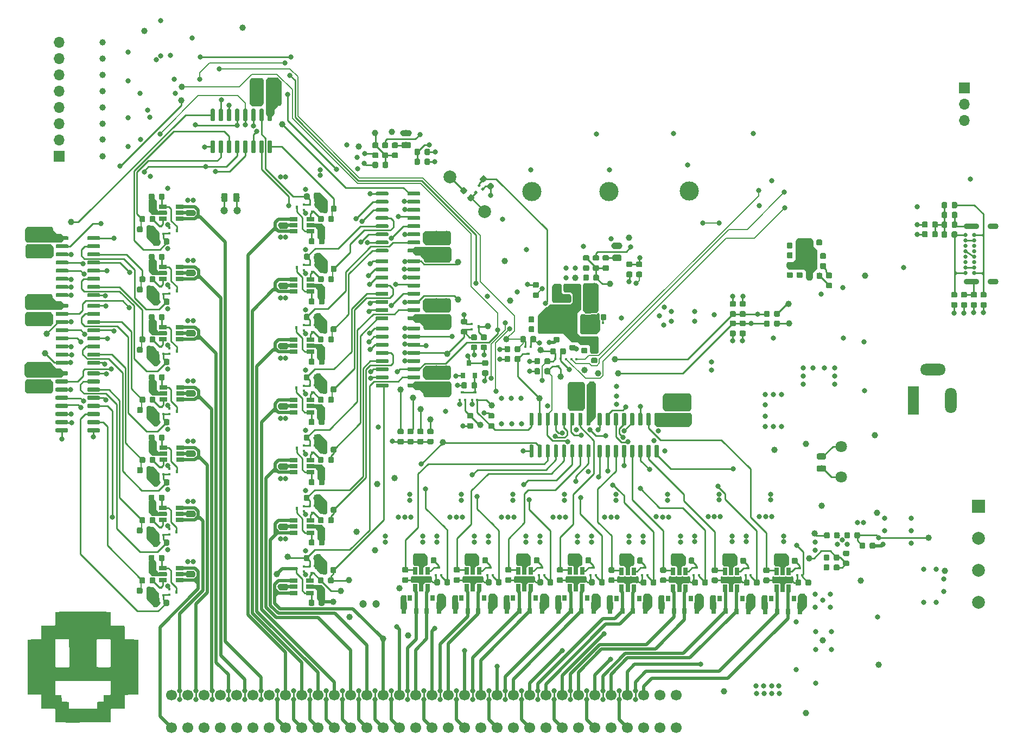
<source format=gbr>
G04 #@! TF.GenerationSoftware,KiCad,Pcbnew,5.1.4*
G04 #@! TF.CreationDate,2019-08-23T02:01:12-04:00*
G04 #@! TF.ProjectId,flipdot_driver,666c6970-646f-4745-9f64-72697665722e,rev?*
G04 #@! TF.SameCoordinates,Original*
G04 #@! TF.FileFunction,Copper,L4,Bot*
G04 #@! TF.FilePolarity,Positive*
%FSLAX46Y46*%
G04 Gerber Fmt 4.6, Leading zero omitted, Abs format (unit mm)*
G04 Created by KiCad (PCBNEW 5.1.4) date 2019-08-23 02:01:12*
%MOMM*%
%LPD*%
G04 APERTURE LIST*
%ADD10C,0.010000*%
%ADD11C,0.450000*%
%ADD12C,0.100000*%
%ADD13C,0.400000*%
%ADD14C,0.875000*%
%ADD15C,1.000000*%
%ADD16O,1.700000X0.900000*%
%ADD17O,2.400000X0.900000*%
%ADD18C,0.650000*%
%ADD19R,0.650000X1.220000*%
%ADD20R,0.500000X0.450000*%
%ADD21R,0.400000X0.450000*%
%ADD22R,0.800000X0.900000*%
%ADD23O,1.700000X1.700000*%
%ADD24R,1.700000X1.700000*%
%ADD25R,0.450000X0.500000*%
%ADD26R,0.450000X0.400000*%
%ADD27C,0.975000*%
%ADD28C,1.200000*%
%ADD29C,1.800000*%
%ADD30C,2.000000*%
%ADD31R,2.000000X2.000000*%
%ADD32R,1.800000X4.400000*%
%ADD33O,1.800000X4.000000*%
%ADD34O,4.000000X1.800000*%
%ADD35R,1.220000X0.650000*%
%ADD36C,0.600000*%
%ADD37C,1.700000*%
%ADD38C,3.000000*%
%ADD39C,0.800000*%
%ADD40C,0.250000*%
%ADD41C,0.500000*%
%ADD42C,0.200000*%
%ADD43C,0.254000*%
G04 APERTURE END LIST*
D10*
G36*
X72979596Y-127385710D02*
G01*
X73422038Y-127385781D01*
X73919780Y-127385898D01*
X74376919Y-127386050D01*
X74795183Y-127386251D01*
X75176301Y-127386517D01*
X75522004Y-127386862D01*
X75834021Y-127387302D01*
X76114081Y-127387851D01*
X76363913Y-127388525D01*
X76585247Y-127389337D01*
X76779812Y-127390303D01*
X76949338Y-127391439D01*
X77095554Y-127392758D01*
X77220189Y-127394276D01*
X77324974Y-127396007D01*
X77411636Y-127397967D01*
X77481906Y-127400170D01*
X77537513Y-127402632D01*
X77580187Y-127405367D01*
X77611656Y-127408389D01*
X77633651Y-127411715D01*
X77647900Y-127415359D01*
X77656134Y-127419335D01*
X77659208Y-127422276D01*
X77665731Y-127440947D01*
X77671182Y-127479814D01*
X77675636Y-127541794D01*
X77679168Y-127629803D01*
X77681853Y-127746758D01*
X77683766Y-127895575D01*
X77684982Y-128079171D01*
X77685577Y-128300462D01*
X77685667Y-128449674D01*
X77685666Y-129441424D01*
X77781846Y-129537604D01*
X78798509Y-129528991D01*
X79037305Y-129527129D01*
X79237159Y-129525986D01*
X79401458Y-129525629D01*
X79533589Y-129526128D01*
X79636938Y-129527552D01*
X79714892Y-129529969D01*
X79770839Y-129533449D01*
X79808164Y-129538060D01*
X79830255Y-129543871D01*
X79839909Y-129550184D01*
X79846175Y-129571135D01*
X79851618Y-129619281D01*
X79856300Y-129696774D01*
X79860284Y-129805765D01*
X79863631Y-129948406D01*
X79866404Y-130126848D01*
X79868665Y-130343245D01*
X79870476Y-130599747D01*
X79870531Y-130609368D01*
X79872164Y-130855664D01*
X79874073Y-131062656D01*
X79876354Y-131233372D01*
X79879102Y-131370841D01*
X79882414Y-131478090D01*
X79886385Y-131558149D01*
X79891110Y-131614045D01*
X79896686Y-131648808D01*
X79903207Y-131665466D01*
X79903910Y-131666247D01*
X79919351Y-131672980D01*
X79953268Y-131678835D01*
X80008662Y-131683923D01*
X80088537Y-131688353D01*
X80195897Y-131692236D01*
X80333745Y-131695681D01*
X80505084Y-131698798D01*
X80712918Y-131701697D01*
X80945332Y-131704333D01*
X81208625Y-131707469D01*
X81430961Y-131710974D01*
X81613715Y-131714892D01*
X81758264Y-131719271D01*
X81865981Y-131724154D01*
X81938244Y-131729588D01*
X81976426Y-131735617D01*
X81982938Y-131738617D01*
X81985946Y-131754148D01*
X81988707Y-131795191D01*
X81991228Y-131862825D01*
X81993514Y-131958130D01*
X81995570Y-132082184D01*
X81997402Y-132236067D01*
X81999016Y-132420859D01*
X82000417Y-132637638D01*
X82001610Y-132887483D01*
X82002602Y-133171475D01*
X82003396Y-133490692D01*
X82004000Y-133846213D01*
X82004418Y-134239119D01*
X82004656Y-134670487D01*
X82004720Y-135141398D01*
X82004614Y-135652930D01*
X82004476Y-135971860D01*
X82004194Y-136472927D01*
X82003872Y-136933354D01*
X82003494Y-137354833D01*
X82003049Y-137739058D01*
X82002521Y-138087721D01*
X82001899Y-138402516D01*
X82001167Y-138685135D01*
X82000313Y-138937272D01*
X81999323Y-139160619D01*
X81998184Y-139356869D01*
X81996881Y-139527716D01*
X81995402Y-139674853D01*
X81993732Y-139799971D01*
X81991859Y-139904765D01*
X81989768Y-139990927D01*
X81987447Y-140060150D01*
X81984881Y-140114127D01*
X81982057Y-140154552D01*
X81978961Y-140183116D01*
X81975581Y-140201514D01*
X81971902Y-140211437D01*
X81970520Y-140213243D01*
X81958010Y-140220787D01*
X81934446Y-140227219D01*
X81896348Y-140232680D01*
X81840240Y-140237314D01*
X81762643Y-140241262D01*
X81660079Y-140244665D01*
X81529071Y-140247667D01*
X81366141Y-140250410D01*
X81167810Y-140253035D01*
X80932293Y-140255667D01*
X80699660Y-140258175D01*
X80505711Y-140260497D01*
X80346801Y-140262813D01*
X80219282Y-140265306D01*
X80119507Y-140268158D01*
X80043830Y-140271550D01*
X79988604Y-140275664D01*
X79950182Y-140280681D01*
X79924917Y-140286785D01*
X79909163Y-140294156D01*
X79899272Y-140302977D01*
X79895858Y-140307337D01*
X79888527Y-140323645D01*
X79882404Y-140353087D01*
X79877375Y-140399170D01*
X79873326Y-140465400D01*
X79870143Y-140555282D01*
X79867712Y-140672323D01*
X79865921Y-140820030D01*
X79864655Y-141001908D01*
X79863800Y-141221464D01*
X79863590Y-141302170D01*
X79863203Y-141500977D01*
X79862991Y-141688190D01*
X79862949Y-141859254D01*
X79863071Y-142009615D01*
X79863352Y-142134717D01*
X79863785Y-142230007D01*
X79864364Y-142290929D01*
X79864891Y-142311313D01*
X79866551Y-142339064D01*
X79865423Y-142362354D01*
X79858122Y-142381573D01*
X79841263Y-142397112D01*
X79811462Y-142409362D01*
X79765334Y-142418713D01*
X79699493Y-142425557D01*
X79610556Y-142430283D01*
X79495137Y-142433284D01*
X79349852Y-142434949D01*
X79171315Y-142435670D01*
X78956143Y-142435837D01*
X78786333Y-142435833D01*
X78550294Y-142435961D01*
X78353033Y-142436419D01*
X78190995Y-142437321D01*
X78060623Y-142438780D01*
X77958364Y-142440908D01*
X77880661Y-142443820D01*
X77823960Y-142447627D01*
X77784705Y-142452443D01*
X77759342Y-142458380D01*
X77744315Y-142465553D01*
X77740095Y-142469095D01*
X77712048Y-142496947D01*
X77702554Y-142506137D01*
X77701454Y-142527393D01*
X77699969Y-142586835D01*
X77698164Y-142680320D01*
X77696104Y-142803701D01*
X77693856Y-142952836D01*
X77691484Y-143123578D01*
X77689054Y-143311784D01*
X77686679Y-143509312D01*
X77683791Y-143744972D01*
X77680976Y-143941813D01*
X77678083Y-144103348D01*
X77674963Y-144233091D01*
X77671466Y-144334555D01*
X77667442Y-144411254D01*
X77662742Y-144466702D01*
X77657216Y-144504411D01*
X77650715Y-144527895D01*
X77643088Y-144540669D01*
X77642737Y-144541027D01*
X77635520Y-144544925D01*
X77620842Y-144548512D01*
X77596981Y-144551805D01*
X77562212Y-144554819D01*
X77514810Y-144557569D01*
X77453053Y-144560072D01*
X77375216Y-144562344D01*
X77279576Y-144564399D01*
X77164407Y-144566254D01*
X77027987Y-144567924D01*
X76868592Y-144569426D01*
X76684496Y-144570775D01*
X76473977Y-144571987D01*
X76235311Y-144573078D01*
X75966773Y-144574063D01*
X75666640Y-144574959D01*
X75333187Y-144575780D01*
X74964690Y-144576543D01*
X74559427Y-144577264D01*
X74115672Y-144577958D01*
X73631702Y-144578642D01*
X73515237Y-144578798D01*
X73100388Y-144579293D01*
X72695964Y-144579662D01*
X72304076Y-144579909D01*
X71926836Y-144580035D01*
X71566356Y-144580045D01*
X71224746Y-144579941D01*
X70904118Y-144579726D01*
X70606583Y-144579403D01*
X70334253Y-144578974D01*
X70089239Y-144578442D01*
X69873652Y-144577811D01*
X69689604Y-144577082D01*
X69539205Y-144576260D01*
X69424568Y-144575346D01*
X69347804Y-144574344D01*
X69311023Y-144573256D01*
X69309478Y-144573128D01*
X69241171Y-144561852D01*
X69188630Y-144545311D01*
X69171895Y-144535051D01*
X69165217Y-144518950D01*
X69159391Y-144482975D01*
X69154311Y-144424226D01*
X69149873Y-144339799D01*
X69145970Y-144226793D01*
X69142497Y-144082303D01*
X69139348Y-143903430D01*
X69136418Y-143687268D01*
X69134333Y-143501988D01*
X69131824Y-143269393D01*
X69129502Y-143075481D01*
X69127186Y-142916607D01*
X69124692Y-142789122D01*
X69121839Y-142689379D01*
X69118446Y-142613731D01*
X69114331Y-142558531D01*
X69109311Y-142520131D01*
X69103205Y-142494883D01*
X69095830Y-142479141D01*
X69087006Y-142469256D01*
X69082663Y-142465857D01*
X69066838Y-142458721D01*
X69038314Y-142452767D01*
X68993658Y-142447897D01*
X68929440Y-142444012D01*
X68842226Y-142441013D01*
X68728584Y-142438801D01*
X68585082Y-142437278D01*
X68408289Y-142436345D01*
X68194772Y-142435904D01*
X68038813Y-142435833D01*
X67785507Y-142435373D01*
X67564227Y-142434016D01*
X67376663Y-142431796D01*
X67224501Y-142428748D01*
X67109432Y-142424907D01*
X67033142Y-142420308D01*
X66997319Y-142414985D01*
X66996010Y-142414404D01*
X66986827Y-142408033D01*
X66979191Y-142397226D01*
X66972980Y-142378396D01*
X66968071Y-142347953D01*
X66964343Y-142302310D01*
X66961673Y-142237876D01*
X66959938Y-142151065D01*
X66959018Y-142038287D01*
X66958788Y-141895953D01*
X66959129Y-141720474D01*
X66959916Y-141508263D01*
X66960506Y-141371946D01*
X66965043Y-140350917D01*
X66918233Y-140303292D01*
X66871424Y-140255667D01*
X65890922Y-140255667D01*
X65658063Y-140255521D01*
X65463885Y-140255007D01*
X65304734Y-140254007D01*
X65176957Y-140252404D01*
X65076903Y-140250080D01*
X65000918Y-140246920D01*
X64945350Y-140242805D01*
X64906546Y-140237618D01*
X64880854Y-140231243D01*
X64864621Y-140223561D01*
X64863376Y-140222716D01*
X64816333Y-140189766D01*
X64816424Y-139003507D01*
X69027818Y-139003507D01*
X69027868Y-139242537D01*
X69027879Y-139254553D01*
X69028213Y-139491964D01*
X69028810Y-139690621D01*
X69029789Y-139854103D01*
X69031270Y-139985989D01*
X69033375Y-140089859D01*
X69036222Y-140169290D01*
X69039932Y-140227864D01*
X69044624Y-140269158D01*
X69050419Y-140296752D01*
X69057437Y-140314224D01*
X69063704Y-140322984D01*
X69079311Y-140336325D01*
X69102516Y-140346212D01*
X69139270Y-140353159D01*
X69195526Y-140357680D01*
X69277234Y-140360289D01*
X69390346Y-140361500D01*
X69513322Y-140361812D01*
X69682172Y-140363113D01*
X69811205Y-140366826D01*
X69902880Y-140373089D01*
X69959652Y-140382044D01*
X69977084Y-140388270D01*
X69993528Y-140398185D01*
X70005909Y-140411777D01*
X70014919Y-140434756D01*
X70021246Y-140472835D01*
X70025579Y-140531724D01*
X70028609Y-140617135D01*
X70031024Y-140734780D01*
X70032893Y-140850533D01*
X70036041Y-141010940D01*
X70040494Y-141134491D01*
X70047224Y-141226667D01*
X70057202Y-141292943D01*
X70071400Y-141338798D01*
X70090792Y-141369709D01*
X70116348Y-141391154D01*
X70130271Y-141399258D01*
X70164233Y-141406808D01*
X70234553Y-141414423D01*
X70335257Y-141421692D01*
X70460374Y-141428204D01*
X70603929Y-141433548D01*
X70647171Y-141434795D01*
X70785737Y-141439216D01*
X70910752Y-141444496D01*
X71015774Y-141450257D01*
X71094361Y-141456123D01*
X71140072Y-141461717D01*
X71148341Y-141464129D01*
X71157573Y-141480257D01*
X71164367Y-141518444D01*
X71168927Y-141582892D01*
X71171457Y-141677805D01*
X71172161Y-141807386D01*
X71171522Y-141942037D01*
X71170794Y-142106979D01*
X71172117Y-142234880D01*
X71176470Y-142331016D01*
X71184831Y-142400668D01*
X71198179Y-142449113D01*
X71217491Y-142481628D01*
X71243745Y-142503493D01*
X71277920Y-142519985D01*
X71278692Y-142520297D01*
X71307374Y-142523430D01*
X71374856Y-142526298D01*
X71477604Y-142528902D01*
X71612086Y-142531241D01*
X71774768Y-142533312D01*
X71962118Y-142535117D01*
X72170602Y-142536653D01*
X72396687Y-142537920D01*
X72636841Y-142538917D01*
X72887530Y-142539644D01*
X73145222Y-142540098D01*
X73406383Y-142540281D01*
X73667480Y-142540190D01*
X73924981Y-142539826D01*
X74175352Y-142539186D01*
X74415060Y-142538271D01*
X74640573Y-142537079D01*
X74848357Y-142535610D01*
X75034879Y-142533863D01*
X75196606Y-142531837D01*
X75330006Y-142529531D01*
X75431545Y-142526944D01*
X75497690Y-142524075D01*
X75523891Y-142521296D01*
X75562741Y-142508816D01*
X75592571Y-142492961D01*
X75614528Y-142468469D01*
X75629762Y-142430080D01*
X75639421Y-142372531D01*
X75644654Y-142290562D01*
X75646610Y-142178911D01*
X75646438Y-142032317D01*
X75646026Y-141961968D01*
X75645586Y-141800566D01*
X75646720Y-141676910D01*
X75649661Y-141586432D01*
X75654641Y-141524565D01*
X75661891Y-141486744D01*
X75671053Y-141468964D01*
X75692336Y-141458568D01*
X75735577Y-141450881D01*
X75805432Y-141445603D01*
X75906551Y-141442433D01*
X76043589Y-141441072D01*
X76104970Y-141440967D01*
X76251466Y-141440430D01*
X76362205Y-141438509D01*
X76443757Y-141434696D01*
X76502689Y-141428486D01*
X76545569Y-141419370D01*
X76578965Y-141406842D01*
X76585000Y-141403925D01*
X76615968Y-141386719D01*
X76639844Y-141366320D01*
X76657589Y-141337350D01*
X76670166Y-141294433D01*
X76678534Y-141232193D01*
X76683657Y-141145251D01*
X76686496Y-141028232D01*
X76688011Y-140875759D01*
X76688329Y-140826108D01*
X76690330Y-140663760D01*
X76694228Y-140541095D01*
X76700189Y-140455501D01*
X76708379Y-140404364D01*
X76716233Y-140386900D01*
X76739537Y-140377946D01*
X76791393Y-140371095D01*
X76874885Y-140366197D01*
X76993099Y-140363100D01*
X77149120Y-140361653D01*
X77234329Y-140361500D01*
X77391002Y-140361398D01*
X77510735Y-140360765D01*
X77598918Y-140359109D01*
X77660943Y-140355938D01*
X77702202Y-140350762D01*
X77728088Y-140343089D01*
X77743992Y-140332427D01*
X77755306Y-140318285D01*
X77758317Y-140313741D01*
X77766661Y-140295054D01*
X77773473Y-140264286D01*
X77778915Y-140217429D01*
X77783145Y-140150472D01*
X77786325Y-140059404D01*
X77788615Y-139940215D01*
X77790175Y-139788895D01*
X77791166Y-139601432D01*
X77791522Y-139482950D01*
X77792214Y-139215869D01*
X77792803Y-138987907D01*
X77793164Y-138795851D01*
X77793171Y-138636487D01*
X77792701Y-138506600D01*
X77791627Y-138402976D01*
X77789826Y-138322403D01*
X77787172Y-138261665D01*
X77783541Y-138217549D01*
X77778807Y-138186840D01*
X77772846Y-138166326D01*
X77765534Y-138152792D01*
X77756745Y-138143024D01*
X77746354Y-138133808D01*
X77738846Y-138126755D01*
X77686192Y-138074101D01*
X73418604Y-138076325D01*
X72996354Y-138076602D01*
X72585239Y-138076983D01*
X72187276Y-138077461D01*
X71804477Y-138078031D01*
X71438859Y-138078685D01*
X71092435Y-138079417D01*
X70767221Y-138080221D01*
X70465230Y-138081090D01*
X70188479Y-138082018D01*
X69938981Y-138082998D01*
X69718751Y-138084023D01*
X69529804Y-138085088D01*
X69374154Y-138086186D01*
X69253816Y-138087309D01*
X69170806Y-138088452D01*
X69127137Y-138089609D01*
X69120725Y-138090173D01*
X69090327Y-138116043D01*
X69059179Y-138162242D01*
X69058672Y-138163217D01*
X69051257Y-138182712D01*
X69045073Y-138212379D01*
X69040020Y-138255774D01*
X69035996Y-138316451D01*
X69032902Y-138397967D01*
X69030637Y-138503875D01*
X69029102Y-138637731D01*
X69028196Y-138803090D01*
X69027818Y-139003507D01*
X64816424Y-139003507D01*
X64816657Y-135984091D01*
X64816797Y-135475245D01*
X64817098Y-135044100D01*
X69026878Y-135044100D01*
X69026895Y-135252812D01*
X69026950Y-135437405D01*
X69027041Y-135594648D01*
X69027166Y-135721311D01*
X69027326Y-135814165D01*
X69027520Y-135869977D01*
X69027661Y-135884750D01*
X69038731Y-135955881D01*
X69073648Y-135998599D01*
X69136889Y-136023020D01*
X69172200Y-136026514D01*
X69245318Y-136029616D01*
X69351715Y-136032266D01*
X69486866Y-136034407D01*
X69646244Y-136035981D01*
X69825323Y-136036929D01*
X70019577Y-136037193D01*
X70207973Y-136036781D01*
X71207530Y-136032917D01*
X71255723Y-135984692D01*
X71303917Y-135936468D01*
X71303917Y-134717540D01*
X75506725Y-134717540D01*
X75506749Y-134951664D01*
X75507040Y-135153451D01*
X75507638Y-135325401D01*
X75508587Y-135470013D01*
X75509927Y-135589785D01*
X75511701Y-135687218D01*
X75513950Y-135764810D01*
X75516715Y-135825060D01*
X75520040Y-135870468D01*
X75523964Y-135903533D01*
X75528530Y-135926754D01*
X75533780Y-135942629D01*
X75539755Y-135953659D01*
X75543937Y-135959277D01*
X75600592Y-136000610D01*
X75676738Y-136023770D01*
X75716930Y-136026956D01*
X75794708Y-136029781D01*
X75905324Y-136032190D01*
X76044033Y-136034128D01*
X76206087Y-136035538D01*
X76386741Y-136036365D01*
X76581246Y-136036553D01*
X76737891Y-136036226D01*
X76965367Y-136035406D01*
X77154294Y-136034523D01*
X77308455Y-136033398D01*
X77431634Y-136031852D01*
X77527615Y-136029705D01*
X77600182Y-136026779D01*
X77653118Y-136022893D01*
X77690208Y-136017870D01*
X77715234Y-136011529D01*
X77731981Y-136003692D01*
X77744233Y-135994180D01*
X77750311Y-135988283D01*
X77794923Y-135943650D01*
X77793709Y-133808117D01*
X77792494Y-131672583D01*
X77747319Y-131635542D01*
X77734472Y-131627083D01*
X77715949Y-131620012D01*
X77688136Y-131614206D01*
X77647423Y-131609540D01*
X77590197Y-131605892D01*
X77512849Y-131603140D01*
X77411765Y-131601160D01*
X77283334Y-131599829D01*
X77123946Y-131599024D01*
X76929988Y-131598623D01*
X76697849Y-131598501D01*
X76659593Y-131598500D01*
X76422412Y-131598556D01*
X76223902Y-131598818D01*
X76060401Y-131599425D01*
X75928248Y-131600516D01*
X75823780Y-131602229D01*
X75743334Y-131604705D01*
X75683250Y-131608083D01*
X75639864Y-131612501D01*
X75609515Y-131618099D01*
X75588541Y-131625016D01*
X75573280Y-131633391D01*
X75564116Y-131640132D01*
X75511190Y-131681763D01*
X75507835Y-133796157D01*
X75507310Y-134142286D01*
X75506926Y-134448580D01*
X75506725Y-134717540D01*
X71303917Y-134717540D01*
X71303917Y-133846859D01*
X71303752Y-133551885D01*
X71303275Y-133268136D01*
X71302508Y-132998573D01*
X71301473Y-132746156D01*
X71300193Y-132513845D01*
X71298691Y-132304601D01*
X71296989Y-132121383D01*
X71295110Y-131967153D01*
X71293078Y-131844871D01*
X71290913Y-131757497D01*
X71288640Y-131707991D01*
X71287450Y-131698293D01*
X71252213Y-131641595D01*
X71214878Y-131618004D01*
X71180120Y-131612883D01*
X71105598Y-131608221D01*
X70993880Y-131604074D01*
X70847532Y-131600502D01*
X70669122Y-131597563D01*
X70461218Y-131595314D01*
X70226386Y-131593815D01*
X70133154Y-131593462D01*
X69107536Y-131590251D01*
X69068018Y-131639054D01*
X69051514Y-131664713D01*
X69040264Y-131698936D01*
X69033305Y-131749653D01*
X69029676Y-131824795D01*
X69028413Y-131932293D01*
X69028354Y-131965970D01*
X69028319Y-132030237D01*
X69028263Y-132133083D01*
X69028186Y-132270752D01*
X69028092Y-132439489D01*
X69027981Y-132635539D01*
X69027858Y-132855147D01*
X69027723Y-133094558D01*
X69027578Y-133350017D01*
X69027426Y-133617768D01*
X69027269Y-133894058D01*
X69027191Y-134032667D01*
X69027053Y-134305552D01*
X69026956Y-134567239D01*
X69026897Y-134814499D01*
X69026878Y-135044100D01*
X64817098Y-135044100D01*
X64817133Y-134994250D01*
X64817659Y-134542143D01*
X64818371Y-134119957D01*
X64819264Y-133728728D01*
X64820333Y-133369489D01*
X64821573Y-133043276D01*
X64822979Y-132751123D01*
X64824546Y-132494065D01*
X64826268Y-132273136D01*
X64828142Y-132089372D01*
X64830162Y-131943806D01*
X64832323Y-131837475D01*
X64834620Y-131771411D01*
X64837037Y-131746667D01*
X64846477Y-131739217D01*
X64866917Y-131732853D01*
X64901776Y-131727434D01*
X64954472Y-131722820D01*
X65028424Y-131718867D01*
X65127048Y-131715437D01*
X65253763Y-131712386D01*
X65411988Y-131709575D01*
X65605140Y-131706862D01*
X65836637Y-131704106D01*
X65879171Y-131703633D01*
X66082846Y-131701293D01*
X66273191Y-131698931D01*
X66446105Y-131696609D01*
X66597485Y-131694390D01*
X66723229Y-131692340D01*
X66819236Y-131690519D01*
X66881403Y-131688993D01*
X66905628Y-131687825D01*
X66905797Y-131687758D01*
X66918748Y-131671707D01*
X66929513Y-131649581D01*
X66938268Y-131617704D01*
X66945186Y-131572398D01*
X66950442Y-131509987D01*
X66954209Y-131426794D01*
X66956661Y-131319141D01*
X66957973Y-131183351D01*
X66958319Y-131015749D01*
X66957873Y-130812655D01*
X66956989Y-130606732D01*
X66955982Y-130375133D01*
X66955486Y-130182129D01*
X66955611Y-130023985D01*
X66956466Y-129896966D01*
X66958157Y-129797337D01*
X66960795Y-129721361D01*
X66964488Y-129665303D01*
X66969344Y-129625427D01*
X66975473Y-129597998D01*
X66982982Y-129579281D01*
X66987060Y-129572368D01*
X67021905Y-129519187D01*
X68035014Y-129526969D01*
X68268987Y-129528687D01*
X68464282Y-129529862D01*
X68624551Y-129530391D01*
X68753445Y-129530169D01*
X68854617Y-129529091D01*
X68931720Y-129527053D01*
X68988406Y-129523952D01*
X69028328Y-129519683D01*
X69055137Y-129514142D01*
X69072486Y-129507224D01*
X69084027Y-129498825D01*
X69085936Y-129496982D01*
X69094743Y-129485715D01*
X69102161Y-129468570D01*
X69108359Y-129441888D01*
X69113507Y-129402010D01*
X69117775Y-129345278D01*
X69121334Y-129268034D01*
X69124352Y-129166618D01*
X69127002Y-129037372D01*
X69129451Y-128876638D01*
X69131870Y-128680757D01*
X69134333Y-128455255D01*
X69136955Y-128219784D01*
X69139524Y-128023100D01*
X69142187Y-127861656D01*
X69145097Y-127731905D01*
X69148401Y-127630302D01*
X69152250Y-127553300D01*
X69156794Y-127497352D01*
X69162182Y-127458913D01*
X69168564Y-127434436D01*
X69176090Y-127420374D01*
X69178122Y-127418116D01*
X69184942Y-127414180D01*
X69198337Y-127410566D01*
X69220019Y-127407261D01*
X69251701Y-127404252D01*
X69295094Y-127401525D01*
X69351912Y-127399068D01*
X69423867Y-127396868D01*
X69512671Y-127394912D01*
X69620037Y-127393186D01*
X69747678Y-127391677D01*
X69897305Y-127390373D01*
X70070631Y-127389261D01*
X70269370Y-127388327D01*
X70495232Y-127387558D01*
X70749931Y-127386941D01*
X71035180Y-127386464D01*
X71352690Y-127386113D01*
X71704174Y-127385875D01*
X72091344Y-127385737D01*
X72515914Y-127385687D01*
X72979596Y-127385710D01*
X72979596Y-127385710D01*
G37*
X72979596Y-127385710D02*
X73422038Y-127385781D01*
X73919780Y-127385898D01*
X74376919Y-127386050D01*
X74795183Y-127386251D01*
X75176301Y-127386517D01*
X75522004Y-127386862D01*
X75834021Y-127387302D01*
X76114081Y-127387851D01*
X76363913Y-127388525D01*
X76585247Y-127389337D01*
X76779812Y-127390303D01*
X76949338Y-127391439D01*
X77095554Y-127392758D01*
X77220189Y-127394276D01*
X77324974Y-127396007D01*
X77411636Y-127397967D01*
X77481906Y-127400170D01*
X77537513Y-127402632D01*
X77580187Y-127405367D01*
X77611656Y-127408389D01*
X77633651Y-127411715D01*
X77647900Y-127415359D01*
X77656134Y-127419335D01*
X77659208Y-127422276D01*
X77665731Y-127440947D01*
X77671182Y-127479814D01*
X77675636Y-127541794D01*
X77679168Y-127629803D01*
X77681853Y-127746758D01*
X77683766Y-127895575D01*
X77684982Y-128079171D01*
X77685577Y-128300462D01*
X77685667Y-128449674D01*
X77685666Y-129441424D01*
X77781846Y-129537604D01*
X78798509Y-129528991D01*
X79037305Y-129527129D01*
X79237159Y-129525986D01*
X79401458Y-129525629D01*
X79533589Y-129526128D01*
X79636938Y-129527552D01*
X79714892Y-129529969D01*
X79770839Y-129533449D01*
X79808164Y-129538060D01*
X79830255Y-129543871D01*
X79839909Y-129550184D01*
X79846175Y-129571135D01*
X79851618Y-129619281D01*
X79856300Y-129696774D01*
X79860284Y-129805765D01*
X79863631Y-129948406D01*
X79866404Y-130126848D01*
X79868665Y-130343245D01*
X79870476Y-130599747D01*
X79870531Y-130609368D01*
X79872164Y-130855664D01*
X79874073Y-131062656D01*
X79876354Y-131233372D01*
X79879102Y-131370841D01*
X79882414Y-131478090D01*
X79886385Y-131558149D01*
X79891110Y-131614045D01*
X79896686Y-131648808D01*
X79903207Y-131665466D01*
X79903910Y-131666247D01*
X79919351Y-131672980D01*
X79953268Y-131678835D01*
X80008662Y-131683923D01*
X80088537Y-131688353D01*
X80195897Y-131692236D01*
X80333745Y-131695681D01*
X80505084Y-131698798D01*
X80712918Y-131701697D01*
X80945332Y-131704333D01*
X81208625Y-131707469D01*
X81430961Y-131710974D01*
X81613715Y-131714892D01*
X81758264Y-131719271D01*
X81865981Y-131724154D01*
X81938244Y-131729588D01*
X81976426Y-131735617D01*
X81982938Y-131738617D01*
X81985946Y-131754148D01*
X81988707Y-131795191D01*
X81991228Y-131862825D01*
X81993514Y-131958130D01*
X81995570Y-132082184D01*
X81997402Y-132236067D01*
X81999016Y-132420859D01*
X82000417Y-132637638D01*
X82001610Y-132887483D01*
X82002602Y-133171475D01*
X82003396Y-133490692D01*
X82004000Y-133846213D01*
X82004418Y-134239119D01*
X82004656Y-134670487D01*
X82004720Y-135141398D01*
X82004614Y-135652930D01*
X82004476Y-135971860D01*
X82004194Y-136472927D01*
X82003872Y-136933354D01*
X82003494Y-137354833D01*
X82003049Y-137739058D01*
X82002521Y-138087721D01*
X82001899Y-138402516D01*
X82001167Y-138685135D01*
X82000313Y-138937272D01*
X81999323Y-139160619D01*
X81998184Y-139356869D01*
X81996881Y-139527716D01*
X81995402Y-139674853D01*
X81993732Y-139799971D01*
X81991859Y-139904765D01*
X81989768Y-139990927D01*
X81987447Y-140060150D01*
X81984881Y-140114127D01*
X81982057Y-140154552D01*
X81978961Y-140183116D01*
X81975581Y-140201514D01*
X81971902Y-140211437D01*
X81970520Y-140213243D01*
X81958010Y-140220787D01*
X81934446Y-140227219D01*
X81896348Y-140232680D01*
X81840240Y-140237314D01*
X81762643Y-140241262D01*
X81660079Y-140244665D01*
X81529071Y-140247667D01*
X81366141Y-140250410D01*
X81167810Y-140253035D01*
X80932293Y-140255667D01*
X80699660Y-140258175D01*
X80505711Y-140260497D01*
X80346801Y-140262813D01*
X80219282Y-140265306D01*
X80119507Y-140268158D01*
X80043830Y-140271550D01*
X79988604Y-140275664D01*
X79950182Y-140280681D01*
X79924917Y-140286785D01*
X79909163Y-140294156D01*
X79899272Y-140302977D01*
X79895858Y-140307337D01*
X79888527Y-140323645D01*
X79882404Y-140353087D01*
X79877375Y-140399170D01*
X79873326Y-140465400D01*
X79870143Y-140555282D01*
X79867712Y-140672323D01*
X79865921Y-140820030D01*
X79864655Y-141001908D01*
X79863800Y-141221464D01*
X79863590Y-141302170D01*
X79863203Y-141500977D01*
X79862991Y-141688190D01*
X79862949Y-141859254D01*
X79863071Y-142009615D01*
X79863352Y-142134717D01*
X79863785Y-142230007D01*
X79864364Y-142290929D01*
X79864891Y-142311313D01*
X79866551Y-142339064D01*
X79865423Y-142362354D01*
X79858122Y-142381573D01*
X79841263Y-142397112D01*
X79811462Y-142409362D01*
X79765334Y-142418713D01*
X79699493Y-142425557D01*
X79610556Y-142430283D01*
X79495137Y-142433284D01*
X79349852Y-142434949D01*
X79171315Y-142435670D01*
X78956143Y-142435837D01*
X78786333Y-142435833D01*
X78550294Y-142435961D01*
X78353033Y-142436419D01*
X78190995Y-142437321D01*
X78060623Y-142438780D01*
X77958364Y-142440908D01*
X77880661Y-142443820D01*
X77823960Y-142447627D01*
X77784705Y-142452443D01*
X77759342Y-142458380D01*
X77744315Y-142465553D01*
X77740095Y-142469095D01*
X77712048Y-142496947D01*
X77702554Y-142506137D01*
X77701454Y-142527393D01*
X77699969Y-142586835D01*
X77698164Y-142680320D01*
X77696104Y-142803701D01*
X77693856Y-142952836D01*
X77691484Y-143123578D01*
X77689054Y-143311784D01*
X77686679Y-143509312D01*
X77683791Y-143744972D01*
X77680976Y-143941813D01*
X77678083Y-144103348D01*
X77674963Y-144233091D01*
X77671466Y-144334555D01*
X77667442Y-144411254D01*
X77662742Y-144466702D01*
X77657216Y-144504411D01*
X77650715Y-144527895D01*
X77643088Y-144540669D01*
X77642737Y-144541027D01*
X77635520Y-144544925D01*
X77620842Y-144548512D01*
X77596981Y-144551805D01*
X77562212Y-144554819D01*
X77514810Y-144557569D01*
X77453053Y-144560072D01*
X77375216Y-144562344D01*
X77279576Y-144564399D01*
X77164407Y-144566254D01*
X77027987Y-144567924D01*
X76868592Y-144569426D01*
X76684496Y-144570775D01*
X76473977Y-144571987D01*
X76235311Y-144573078D01*
X75966773Y-144574063D01*
X75666640Y-144574959D01*
X75333187Y-144575780D01*
X74964690Y-144576543D01*
X74559427Y-144577264D01*
X74115672Y-144577958D01*
X73631702Y-144578642D01*
X73515237Y-144578798D01*
X73100388Y-144579293D01*
X72695964Y-144579662D01*
X72304076Y-144579909D01*
X71926836Y-144580035D01*
X71566356Y-144580045D01*
X71224746Y-144579941D01*
X70904118Y-144579726D01*
X70606583Y-144579403D01*
X70334253Y-144578974D01*
X70089239Y-144578442D01*
X69873652Y-144577811D01*
X69689604Y-144577082D01*
X69539205Y-144576260D01*
X69424568Y-144575346D01*
X69347804Y-144574344D01*
X69311023Y-144573256D01*
X69309478Y-144573128D01*
X69241171Y-144561852D01*
X69188630Y-144545311D01*
X69171895Y-144535051D01*
X69165217Y-144518950D01*
X69159391Y-144482975D01*
X69154311Y-144424226D01*
X69149873Y-144339799D01*
X69145970Y-144226793D01*
X69142497Y-144082303D01*
X69139348Y-143903430D01*
X69136418Y-143687268D01*
X69134333Y-143501988D01*
X69131824Y-143269393D01*
X69129502Y-143075481D01*
X69127186Y-142916607D01*
X69124692Y-142789122D01*
X69121839Y-142689379D01*
X69118446Y-142613731D01*
X69114331Y-142558531D01*
X69109311Y-142520131D01*
X69103205Y-142494883D01*
X69095830Y-142479141D01*
X69087006Y-142469256D01*
X69082663Y-142465857D01*
X69066838Y-142458721D01*
X69038314Y-142452767D01*
X68993658Y-142447897D01*
X68929440Y-142444012D01*
X68842226Y-142441013D01*
X68728584Y-142438801D01*
X68585082Y-142437278D01*
X68408289Y-142436345D01*
X68194772Y-142435904D01*
X68038813Y-142435833D01*
X67785507Y-142435373D01*
X67564227Y-142434016D01*
X67376663Y-142431796D01*
X67224501Y-142428748D01*
X67109432Y-142424907D01*
X67033142Y-142420308D01*
X66997319Y-142414985D01*
X66996010Y-142414404D01*
X66986827Y-142408033D01*
X66979191Y-142397226D01*
X66972980Y-142378396D01*
X66968071Y-142347953D01*
X66964343Y-142302310D01*
X66961673Y-142237876D01*
X66959938Y-142151065D01*
X66959018Y-142038287D01*
X66958788Y-141895953D01*
X66959129Y-141720474D01*
X66959916Y-141508263D01*
X66960506Y-141371946D01*
X66965043Y-140350917D01*
X66918233Y-140303292D01*
X66871424Y-140255667D01*
X65890922Y-140255667D01*
X65658063Y-140255521D01*
X65463885Y-140255007D01*
X65304734Y-140254007D01*
X65176957Y-140252404D01*
X65076903Y-140250080D01*
X65000918Y-140246920D01*
X64945350Y-140242805D01*
X64906546Y-140237618D01*
X64880854Y-140231243D01*
X64864621Y-140223561D01*
X64863376Y-140222716D01*
X64816333Y-140189766D01*
X64816424Y-139003507D01*
X69027818Y-139003507D01*
X69027868Y-139242537D01*
X69027879Y-139254553D01*
X69028213Y-139491964D01*
X69028810Y-139690621D01*
X69029789Y-139854103D01*
X69031270Y-139985989D01*
X69033375Y-140089859D01*
X69036222Y-140169290D01*
X69039932Y-140227864D01*
X69044624Y-140269158D01*
X69050419Y-140296752D01*
X69057437Y-140314224D01*
X69063704Y-140322984D01*
X69079311Y-140336325D01*
X69102516Y-140346212D01*
X69139270Y-140353159D01*
X69195526Y-140357680D01*
X69277234Y-140360289D01*
X69390346Y-140361500D01*
X69513322Y-140361812D01*
X69682172Y-140363113D01*
X69811205Y-140366826D01*
X69902880Y-140373089D01*
X69959652Y-140382044D01*
X69977084Y-140388270D01*
X69993528Y-140398185D01*
X70005909Y-140411777D01*
X70014919Y-140434756D01*
X70021246Y-140472835D01*
X70025579Y-140531724D01*
X70028609Y-140617135D01*
X70031024Y-140734780D01*
X70032893Y-140850533D01*
X70036041Y-141010940D01*
X70040494Y-141134491D01*
X70047224Y-141226667D01*
X70057202Y-141292943D01*
X70071400Y-141338798D01*
X70090792Y-141369709D01*
X70116348Y-141391154D01*
X70130271Y-141399258D01*
X70164233Y-141406808D01*
X70234553Y-141414423D01*
X70335257Y-141421692D01*
X70460374Y-141428204D01*
X70603929Y-141433548D01*
X70647171Y-141434795D01*
X70785737Y-141439216D01*
X70910752Y-141444496D01*
X71015774Y-141450257D01*
X71094361Y-141456123D01*
X71140072Y-141461717D01*
X71148341Y-141464129D01*
X71157573Y-141480257D01*
X71164367Y-141518444D01*
X71168927Y-141582892D01*
X71171457Y-141677805D01*
X71172161Y-141807386D01*
X71171522Y-141942037D01*
X71170794Y-142106979D01*
X71172117Y-142234880D01*
X71176470Y-142331016D01*
X71184831Y-142400668D01*
X71198179Y-142449113D01*
X71217491Y-142481628D01*
X71243745Y-142503493D01*
X71277920Y-142519985D01*
X71278692Y-142520297D01*
X71307374Y-142523430D01*
X71374856Y-142526298D01*
X71477604Y-142528902D01*
X71612086Y-142531241D01*
X71774768Y-142533312D01*
X71962118Y-142535117D01*
X72170602Y-142536653D01*
X72396687Y-142537920D01*
X72636841Y-142538917D01*
X72887530Y-142539644D01*
X73145222Y-142540098D01*
X73406383Y-142540281D01*
X73667480Y-142540190D01*
X73924981Y-142539826D01*
X74175352Y-142539186D01*
X74415060Y-142538271D01*
X74640573Y-142537079D01*
X74848357Y-142535610D01*
X75034879Y-142533863D01*
X75196606Y-142531837D01*
X75330006Y-142529531D01*
X75431545Y-142526944D01*
X75497690Y-142524075D01*
X75523891Y-142521296D01*
X75562741Y-142508816D01*
X75592571Y-142492961D01*
X75614528Y-142468469D01*
X75629762Y-142430080D01*
X75639421Y-142372531D01*
X75644654Y-142290562D01*
X75646610Y-142178911D01*
X75646438Y-142032317D01*
X75646026Y-141961968D01*
X75645586Y-141800566D01*
X75646720Y-141676910D01*
X75649661Y-141586432D01*
X75654641Y-141524565D01*
X75661891Y-141486744D01*
X75671053Y-141468964D01*
X75692336Y-141458568D01*
X75735577Y-141450881D01*
X75805432Y-141445603D01*
X75906551Y-141442433D01*
X76043589Y-141441072D01*
X76104970Y-141440967D01*
X76251466Y-141440430D01*
X76362205Y-141438509D01*
X76443757Y-141434696D01*
X76502689Y-141428486D01*
X76545569Y-141419370D01*
X76578965Y-141406842D01*
X76585000Y-141403925D01*
X76615968Y-141386719D01*
X76639844Y-141366320D01*
X76657589Y-141337350D01*
X76670166Y-141294433D01*
X76678534Y-141232193D01*
X76683657Y-141145251D01*
X76686496Y-141028232D01*
X76688011Y-140875759D01*
X76688329Y-140826108D01*
X76690330Y-140663760D01*
X76694228Y-140541095D01*
X76700189Y-140455501D01*
X76708379Y-140404364D01*
X76716233Y-140386900D01*
X76739537Y-140377946D01*
X76791393Y-140371095D01*
X76874885Y-140366197D01*
X76993099Y-140363100D01*
X77149120Y-140361653D01*
X77234329Y-140361500D01*
X77391002Y-140361398D01*
X77510735Y-140360765D01*
X77598918Y-140359109D01*
X77660943Y-140355938D01*
X77702202Y-140350762D01*
X77728088Y-140343089D01*
X77743992Y-140332427D01*
X77755306Y-140318285D01*
X77758317Y-140313741D01*
X77766661Y-140295054D01*
X77773473Y-140264286D01*
X77778915Y-140217429D01*
X77783145Y-140150472D01*
X77786325Y-140059404D01*
X77788615Y-139940215D01*
X77790175Y-139788895D01*
X77791166Y-139601432D01*
X77791522Y-139482950D01*
X77792214Y-139215869D01*
X77792803Y-138987907D01*
X77793164Y-138795851D01*
X77793171Y-138636487D01*
X77792701Y-138506600D01*
X77791627Y-138402976D01*
X77789826Y-138322403D01*
X77787172Y-138261665D01*
X77783541Y-138217549D01*
X77778807Y-138186840D01*
X77772846Y-138166326D01*
X77765534Y-138152792D01*
X77756745Y-138143024D01*
X77746354Y-138133808D01*
X77738846Y-138126755D01*
X77686192Y-138074101D01*
X73418604Y-138076325D01*
X72996354Y-138076602D01*
X72585239Y-138076983D01*
X72187276Y-138077461D01*
X71804477Y-138078031D01*
X71438859Y-138078685D01*
X71092435Y-138079417D01*
X70767221Y-138080221D01*
X70465230Y-138081090D01*
X70188479Y-138082018D01*
X69938981Y-138082998D01*
X69718751Y-138084023D01*
X69529804Y-138085088D01*
X69374154Y-138086186D01*
X69253816Y-138087309D01*
X69170806Y-138088452D01*
X69127137Y-138089609D01*
X69120725Y-138090173D01*
X69090327Y-138116043D01*
X69059179Y-138162242D01*
X69058672Y-138163217D01*
X69051257Y-138182712D01*
X69045073Y-138212379D01*
X69040020Y-138255774D01*
X69035996Y-138316451D01*
X69032902Y-138397967D01*
X69030637Y-138503875D01*
X69029102Y-138637731D01*
X69028196Y-138803090D01*
X69027818Y-139003507D01*
X64816424Y-139003507D01*
X64816657Y-135984091D01*
X64816797Y-135475245D01*
X64817098Y-135044100D01*
X69026878Y-135044100D01*
X69026895Y-135252812D01*
X69026950Y-135437405D01*
X69027041Y-135594648D01*
X69027166Y-135721311D01*
X69027326Y-135814165D01*
X69027520Y-135869977D01*
X69027661Y-135884750D01*
X69038731Y-135955881D01*
X69073648Y-135998599D01*
X69136889Y-136023020D01*
X69172200Y-136026514D01*
X69245318Y-136029616D01*
X69351715Y-136032266D01*
X69486866Y-136034407D01*
X69646244Y-136035981D01*
X69825323Y-136036929D01*
X70019577Y-136037193D01*
X70207973Y-136036781D01*
X71207530Y-136032917D01*
X71255723Y-135984692D01*
X71303917Y-135936468D01*
X71303917Y-134717540D01*
X75506725Y-134717540D01*
X75506749Y-134951664D01*
X75507040Y-135153451D01*
X75507638Y-135325401D01*
X75508587Y-135470013D01*
X75509927Y-135589785D01*
X75511701Y-135687218D01*
X75513950Y-135764810D01*
X75516715Y-135825060D01*
X75520040Y-135870468D01*
X75523964Y-135903533D01*
X75528530Y-135926754D01*
X75533780Y-135942629D01*
X75539755Y-135953659D01*
X75543937Y-135959277D01*
X75600592Y-136000610D01*
X75676738Y-136023770D01*
X75716930Y-136026956D01*
X75794708Y-136029781D01*
X75905324Y-136032190D01*
X76044033Y-136034128D01*
X76206087Y-136035538D01*
X76386741Y-136036365D01*
X76581246Y-136036553D01*
X76737891Y-136036226D01*
X76965367Y-136035406D01*
X77154294Y-136034523D01*
X77308455Y-136033398D01*
X77431634Y-136031852D01*
X77527615Y-136029705D01*
X77600182Y-136026779D01*
X77653118Y-136022893D01*
X77690208Y-136017870D01*
X77715234Y-136011529D01*
X77731981Y-136003692D01*
X77744233Y-135994180D01*
X77750311Y-135988283D01*
X77794923Y-135943650D01*
X77793709Y-133808117D01*
X77792494Y-131672583D01*
X77747319Y-131635542D01*
X77734472Y-131627083D01*
X77715949Y-131620012D01*
X77688136Y-131614206D01*
X77647423Y-131609540D01*
X77590197Y-131605892D01*
X77512849Y-131603140D01*
X77411765Y-131601160D01*
X77283334Y-131599829D01*
X77123946Y-131599024D01*
X76929988Y-131598623D01*
X76697849Y-131598501D01*
X76659593Y-131598500D01*
X76422412Y-131598556D01*
X76223902Y-131598818D01*
X76060401Y-131599425D01*
X75928248Y-131600516D01*
X75823780Y-131602229D01*
X75743334Y-131604705D01*
X75683250Y-131608083D01*
X75639864Y-131612501D01*
X75609515Y-131618099D01*
X75588541Y-131625016D01*
X75573280Y-131633391D01*
X75564116Y-131640132D01*
X75511190Y-131681763D01*
X75507835Y-133796157D01*
X75507310Y-134142286D01*
X75506926Y-134448580D01*
X75506725Y-134717540D01*
X71303917Y-134717540D01*
X71303917Y-133846859D01*
X71303752Y-133551885D01*
X71303275Y-133268136D01*
X71302508Y-132998573D01*
X71301473Y-132746156D01*
X71300193Y-132513845D01*
X71298691Y-132304601D01*
X71296989Y-132121383D01*
X71295110Y-131967153D01*
X71293078Y-131844871D01*
X71290913Y-131757497D01*
X71288640Y-131707991D01*
X71287450Y-131698293D01*
X71252213Y-131641595D01*
X71214878Y-131618004D01*
X71180120Y-131612883D01*
X71105598Y-131608221D01*
X70993880Y-131604074D01*
X70847532Y-131600502D01*
X70669122Y-131597563D01*
X70461218Y-131595314D01*
X70226386Y-131593815D01*
X70133154Y-131593462D01*
X69107536Y-131590251D01*
X69068018Y-131639054D01*
X69051514Y-131664713D01*
X69040264Y-131698936D01*
X69033305Y-131749653D01*
X69029676Y-131824795D01*
X69028413Y-131932293D01*
X69028354Y-131965970D01*
X69028319Y-132030237D01*
X69028263Y-132133083D01*
X69028186Y-132270752D01*
X69028092Y-132439489D01*
X69027981Y-132635539D01*
X69027858Y-132855147D01*
X69027723Y-133094558D01*
X69027578Y-133350017D01*
X69027426Y-133617768D01*
X69027269Y-133894058D01*
X69027191Y-134032667D01*
X69027053Y-134305552D01*
X69026956Y-134567239D01*
X69026897Y-134814499D01*
X69026878Y-135044100D01*
X64817098Y-135044100D01*
X64817133Y-134994250D01*
X64817659Y-134542143D01*
X64818371Y-134119957D01*
X64819264Y-133728728D01*
X64820333Y-133369489D01*
X64821573Y-133043276D01*
X64822979Y-132751123D01*
X64824546Y-132494065D01*
X64826268Y-132273136D01*
X64828142Y-132089372D01*
X64830162Y-131943806D01*
X64832323Y-131837475D01*
X64834620Y-131771411D01*
X64837037Y-131746667D01*
X64846477Y-131739217D01*
X64866917Y-131732853D01*
X64901776Y-131727434D01*
X64954472Y-131722820D01*
X65028424Y-131718867D01*
X65127048Y-131715437D01*
X65253763Y-131712386D01*
X65411988Y-131709575D01*
X65605140Y-131706862D01*
X65836637Y-131704106D01*
X65879171Y-131703633D01*
X66082846Y-131701293D01*
X66273191Y-131698931D01*
X66446105Y-131696609D01*
X66597485Y-131694390D01*
X66723229Y-131692340D01*
X66819236Y-131690519D01*
X66881403Y-131688993D01*
X66905628Y-131687825D01*
X66905797Y-131687758D01*
X66918748Y-131671707D01*
X66929513Y-131649581D01*
X66938268Y-131617704D01*
X66945186Y-131572398D01*
X66950442Y-131509987D01*
X66954209Y-131426794D01*
X66956661Y-131319141D01*
X66957973Y-131183351D01*
X66958319Y-131015749D01*
X66957873Y-130812655D01*
X66956989Y-130606732D01*
X66955982Y-130375133D01*
X66955486Y-130182129D01*
X66955611Y-130023985D01*
X66956466Y-129896966D01*
X66958157Y-129797337D01*
X66960795Y-129721361D01*
X66964488Y-129665303D01*
X66969344Y-129625427D01*
X66975473Y-129597998D01*
X66982982Y-129579281D01*
X66987060Y-129572368D01*
X67021905Y-129519187D01*
X68035014Y-129526969D01*
X68268987Y-129528687D01*
X68464282Y-129529862D01*
X68624551Y-129530391D01*
X68753445Y-129530169D01*
X68854617Y-129529091D01*
X68931720Y-129527053D01*
X68988406Y-129523952D01*
X69028328Y-129519683D01*
X69055137Y-129514142D01*
X69072486Y-129507224D01*
X69084027Y-129498825D01*
X69085936Y-129496982D01*
X69094743Y-129485715D01*
X69102161Y-129468570D01*
X69108359Y-129441888D01*
X69113507Y-129402010D01*
X69117775Y-129345278D01*
X69121334Y-129268034D01*
X69124352Y-129166618D01*
X69127002Y-129037372D01*
X69129451Y-128876638D01*
X69131870Y-128680757D01*
X69134333Y-128455255D01*
X69136955Y-128219784D01*
X69139524Y-128023100D01*
X69142187Y-127861656D01*
X69145097Y-127731905D01*
X69148401Y-127630302D01*
X69152250Y-127553300D01*
X69156794Y-127497352D01*
X69162182Y-127458913D01*
X69168564Y-127434436D01*
X69176090Y-127420374D01*
X69178122Y-127418116D01*
X69184942Y-127414180D01*
X69198337Y-127410566D01*
X69220019Y-127407261D01*
X69251701Y-127404252D01*
X69295094Y-127401525D01*
X69351912Y-127399068D01*
X69423867Y-127396868D01*
X69512671Y-127394912D01*
X69620037Y-127393186D01*
X69747678Y-127391677D01*
X69897305Y-127390373D01*
X70070631Y-127389261D01*
X70269370Y-127388327D01*
X70495232Y-127387558D01*
X70749931Y-127386941D01*
X71035180Y-127386464D01*
X71352690Y-127386113D01*
X71704174Y-127385875D01*
X72091344Y-127385737D01*
X72515914Y-127385687D01*
X72979596Y-127385710D01*
D11*
X134732112Y-61942864D03*
D12*
G36*
X134714434Y-61606988D02*
G01*
X135067988Y-61960542D01*
X134749790Y-62278740D01*
X134396236Y-61925186D01*
X134714434Y-61606988D01*
X134714434Y-61606988D01*
G37*
D13*
X135828127Y-61412534D03*
D12*
G36*
X135845805Y-61112014D02*
G01*
X136128647Y-61394856D01*
X135810449Y-61713054D01*
X135527607Y-61430212D01*
X135845805Y-61112014D01*
X135845805Y-61112014D01*
G37*
D13*
X135262442Y-60846849D03*
D12*
G36*
X135280120Y-60546329D02*
G01*
X135562962Y-60829171D01*
X135244764Y-61147369D01*
X134961922Y-60864527D01*
X135280120Y-60546329D01*
X135280120Y-60546329D01*
G37*
G36*
X135959170Y-59308629D02*
G01*
X135980405Y-59311779D01*
X136001229Y-59316995D01*
X136021441Y-59324227D01*
X136040847Y-59333406D01*
X136059260Y-59344442D01*
X136076503Y-59357230D01*
X136092409Y-59371646D01*
X136401768Y-59681005D01*
X136416184Y-59696911D01*
X136428972Y-59714154D01*
X136440008Y-59732567D01*
X136449187Y-59751973D01*
X136456419Y-59772185D01*
X136461635Y-59793009D01*
X136464785Y-59814244D01*
X136465838Y-59835685D01*
X136464785Y-59857126D01*
X136461635Y-59878361D01*
X136456419Y-59899185D01*
X136449187Y-59919397D01*
X136440008Y-59938803D01*
X136428972Y-59957216D01*
X136416184Y-59974459D01*
X136401768Y-59990365D01*
X136039375Y-60352758D01*
X136023469Y-60367174D01*
X136006226Y-60379962D01*
X135987813Y-60390998D01*
X135968407Y-60400177D01*
X135948195Y-60407409D01*
X135927371Y-60412625D01*
X135906136Y-60415775D01*
X135884695Y-60416828D01*
X135863254Y-60415775D01*
X135842019Y-60412625D01*
X135821195Y-60407409D01*
X135800983Y-60400177D01*
X135781577Y-60390998D01*
X135763164Y-60379962D01*
X135745921Y-60367174D01*
X135730015Y-60352758D01*
X135420656Y-60043399D01*
X135406240Y-60027493D01*
X135393452Y-60010250D01*
X135382416Y-59991837D01*
X135373237Y-59972431D01*
X135366005Y-59952219D01*
X135360789Y-59931395D01*
X135357639Y-59910160D01*
X135356586Y-59888719D01*
X135357639Y-59867278D01*
X135360789Y-59846043D01*
X135366005Y-59825219D01*
X135373237Y-59805007D01*
X135382416Y-59785601D01*
X135393452Y-59767188D01*
X135406240Y-59749945D01*
X135420656Y-59734039D01*
X135783049Y-59371646D01*
X135798955Y-59357230D01*
X135816198Y-59344442D01*
X135834611Y-59333406D01*
X135854017Y-59324227D01*
X135874229Y-59316995D01*
X135895053Y-59311779D01*
X135916288Y-59308629D01*
X135937729Y-59307576D01*
X135959170Y-59308629D01*
X135959170Y-59308629D01*
G37*
D14*
X135911212Y-59862202D03*
D12*
G36*
X137072864Y-60422323D02*
G01*
X137094099Y-60425473D01*
X137114923Y-60430689D01*
X137135135Y-60437921D01*
X137154541Y-60447100D01*
X137172954Y-60458136D01*
X137190197Y-60470924D01*
X137206103Y-60485340D01*
X137515462Y-60794699D01*
X137529878Y-60810605D01*
X137542666Y-60827848D01*
X137553702Y-60846261D01*
X137562881Y-60865667D01*
X137570113Y-60885879D01*
X137575329Y-60906703D01*
X137578479Y-60927938D01*
X137579532Y-60949379D01*
X137578479Y-60970820D01*
X137575329Y-60992055D01*
X137570113Y-61012879D01*
X137562881Y-61033091D01*
X137553702Y-61052497D01*
X137542666Y-61070910D01*
X137529878Y-61088153D01*
X137515462Y-61104059D01*
X137153069Y-61466452D01*
X137137163Y-61480868D01*
X137119920Y-61493656D01*
X137101507Y-61504692D01*
X137082101Y-61513871D01*
X137061889Y-61521103D01*
X137041065Y-61526319D01*
X137019830Y-61529469D01*
X136998389Y-61530522D01*
X136976948Y-61529469D01*
X136955713Y-61526319D01*
X136934889Y-61521103D01*
X136914677Y-61513871D01*
X136895271Y-61504692D01*
X136876858Y-61493656D01*
X136859615Y-61480868D01*
X136843709Y-61466452D01*
X136534350Y-61157093D01*
X136519934Y-61141187D01*
X136507146Y-61123944D01*
X136496110Y-61105531D01*
X136486931Y-61086125D01*
X136479699Y-61065913D01*
X136474483Y-61045089D01*
X136471333Y-61023854D01*
X136470280Y-61002413D01*
X136471333Y-60980972D01*
X136474483Y-60959737D01*
X136479699Y-60938913D01*
X136486931Y-60918701D01*
X136496110Y-60899295D01*
X136507146Y-60880882D01*
X136519934Y-60863639D01*
X136534350Y-60847733D01*
X136896743Y-60485340D01*
X136912649Y-60470924D01*
X136929892Y-60458136D01*
X136948305Y-60447100D01*
X136967711Y-60437921D01*
X136987923Y-60430689D01*
X137008747Y-60425473D01*
X137029982Y-60422323D01*
X137051423Y-60421270D01*
X137072864Y-60422323D01*
X137072864Y-60422323D01*
G37*
D14*
X137024906Y-60975896D03*
D15*
X139530000Y-84870000D03*
X139220000Y-72650000D03*
D16*
X215453380Y-67255720D03*
X215453380Y-75905720D03*
D17*
X212073380Y-67255720D03*
X212073380Y-75905720D03*
D18*
X212443380Y-68605720D03*
X212443380Y-69455720D03*
X212443380Y-70305720D03*
X212443380Y-71155720D03*
X212443380Y-72005720D03*
X212443380Y-72855720D03*
X212443380Y-73705720D03*
X212443380Y-74555720D03*
X211093380Y-68605720D03*
X211093380Y-69455720D03*
X211093380Y-70305720D03*
X211093380Y-71155720D03*
X211093380Y-72005720D03*
X211093380Y-72855720D03*
X211093380Y-73705720D03*
X211093380Y-74555720D03*
D19*
X149425960Y-123649320D03*
X150375960Y-123649320D03*
X151325960Y-123649320D03*
X151325960Y-121029320D03*
X150375960Y-121029320D03*
X149425960Y-121029320D03*
D15*
X144800000Y-86550000D03*
X124900000Y-93950000D03*
X207950000Y-121000000D03*
X124150000Y-131050000D03*
X116150000Y-114900000D03*
X122800000Y-123750000D03*
X119350000Y-107450000D03*
X122100000Y-106550000D03*
X119000000Y-117750000D03*
X76510000Y-56320000D03*
X76510000Y-53670000D03*
X76510000Y-51270000D03*
X76510000Y-48670000D03*
X76510000Y-46170000D03*
X76510000Y-43620000D03*
X76510000Y-41070000D03*
X76510000Y-38520000D03*
X88910000Y-45470000D03*
X88810000Y-47570000D03*
X83010000Y-36740000D03*
X98320000Y-36290000D03*
X196980000Y-99800000D03*
X186230000Y-101150000D03*
X181330000Y-102150000D03*
X123000000Y-92700000D03*
X126100000Y-95800000D03*
X127650000Y-97350000D03*
X173450000Y-139800000D03*
X194800000Y-122500000D03*
X188900000Y-131850000D03*
X187550000Y-115150000D03*
X197350000Y-111950000D03*
X188700000Y-110850000D03*
X186710000Y-119040000D03*
X197550000Y-135650000D03*
X119000000Y-52700000D03*
X121650000Y-52500000D03*
X150250000Y-75250000D03*
X158650000Y-69050000D03*
X140100000Y-78860000D03*
X195500000Y-74950000D03*
X183600000Y-82400000D03*
X183550000Y-79350000D03*
X156430000Y-88000000D03*
X147980000Y-90690000D03*
X144700000Y-94050000D03*
X130250000Y-87150000D03*
X136600000Y-82800000D03*
X153800000Y-90150000D03*
X151720000Y-89690000D03*
X135400000Y-98250000D03*
X137250000Y-95200000D03*
X104550000Y-51350000D03*
X67530000Y-87090000D03*
X131950000Y-78650000D03*
X71600000Y-66600000D03*
X132000000Y-72850000D03*
X67750000Y-84010000D03*
X112500000Y-125800000D03*
X103700000Y-121550000D03*
X114950000Y-122400000D03*
X105350000Y-118800000D03*
X120250000Y-131600000D03*
X113700000Y-124100000D03*
X115050000Y-128200000D03*
X156930000Y-90140000D03*
X116450000Y-54750000D03*
X155650000Y-76250000D03*
X205350000Y-115800000D03*
X186200000Y-143200000D03*
D12*
G36*
X153492491Y-87738273D02*
G01*
X153513726Y-87741423D01*
X153534550Y-87746639D01*
X153554762Y-87753871D01*
X153574168Y-87763050D01*
X153592581Y-87774086D01*
X153609824Y-87786874D01*
X153625730Y-87801290D01*
X153640146Y-87817196D01*
X153652934Y-87834439D01*
X153663970Y-87852852D01*
X153673149Y-87872258D01*
X153680381Y-87892470D01*
X153685597Y-87913294D01*
X153688747Y-87934529D01*
X153689800Y-87955970D01*
X153689800Y-88393470D01*
X153688747Y-88414911D01*
X153685597Y-88436146D01*
X153680381Y-88456970D01*
X153673149Y-88477182D01*
X153663970Y-88496588D01*
X153652934Y-88515001D01*
X153640146Y-88532244D01*
X153625730Y-88548150D01*
X153609824Y-88562566D01*
X153592581Y-88575354D01*
X153574168Y-88586390D01*
X153554762Y-88595569D01*
X153534550Y-88602801D01*
X153513726Y-88608017D01*
X153492491Y-88611167D01*
X153471050Y-88612220D01*
X152958550Y-88612220D01*
X152937109Y-88611167D01*
X152915874Y-88608017D01*
X152895050Y-88602801D01*
X152874838Y-88595569D01*
X152855432Y-88586390D01*
X152837019Y-88575354D01*
X152819776Y-88562566D01*
X152803870Y-88548150D01*
X152789454Y-88532244D01*
X152776666Y-88515001D01*
X152765630Y-88496588D01*
X152756451Y-88477182D01*
X152749219Y-88456970D01*
X152744003Y-88436146D01*
X152740853Y-88414911D01*
X152739800Y-88393470D01*
X152739800Y-87955970D01*
X152740853Y-87934529D01*
X152744003Y-87913294D01*
X152749219Y-87892470D01*
X152756451Y-87872258D01*
X152765630Y-87852852D01*
X152776666Y-87834439D01*
X152789454Y-87817196D01*
X152803870Y-87801290D01*
X152819776Y-87786874D01*
X152837019Y-87774086D01*
X152855432Y-87763050D01*
X152874838Y-87753871D01*
X152895050Y-87746639D01*
X152915874Y-87741423D01*
X152937109Y-87738273D01*
X152958550Y-87737220D01*
X153471050Y-87737220D01*
X153492491Y-87738273D01*
X153492491Y-87738273D01*
G37*
D14*
X153214800Y-88174720D03*
D12*
G36*
X153492491Y-86163273D02*
G01*
X153513726Y-86166423D01*
X153534550Y-86171639D01*
X153554762Y-86178871D01*
X153574168Y-86188050D01*
X153592581Y-86199086D01*
X153609824Y-86211874D01*
X153625730Y-86226290D01*
X153640146Y-86242196D01*
X153652934Y-86259439D01*
X153663970Y-86277852D01*
X153673149Y-86297258D01*
X153680381Y-86317470D01*
X153685597Y-86338294D01*
X153688747Y-86359529D01*
X153689800Y-86380970D01*
X153689800Y-86818470D01*
X153688747Y-86839911D01*
X153685597Y-86861146D01*
X153680381Y-86881970D01*
X153673149Y-86902182D01*
X153663970Y-86921588D01*
X153652934Y-86940001D01*
X153640146Y-86957244D01*
X153625730Y-86973150D01*
X153609824Y-86987566D01*
X153592581Y-87000354D01*
X153574168Y-87011390D01*
X153554762Y-87020569D01*
X153534550Y-87027801D01*
X153513726Y-87033017D01*
X153492491Y-87036167D01*
X153471050Y-87037220D01*
X152958550Y-87037220D01*
X152937109Y-87036167D01*
X152915874Y-87033017D01*
X152895050Y-87027801D01*
X152874838Y-87020569D01*
X152855432Y-87011390D01*
X152837019Y-87000354D01*
X152819776Y-86987566D01*
X152803870Y-86973150D01*
X152789454Y-86957244D01*
X152776666Y-86940001D01*
X152765630Y-86921588D01*
X152756451Y-86902182D01*
X152749219Y-86881970D01*
X152744003Y-86861146D01*
X152740853Y-86839911D01*
X152739800Y-86818470D01*
X152739800Y-86380970D01*
X152740853Y-86359529D01*
X152744003Y-86338294D01*
X152749219Y-86317470D01*
X152756451Y-86297258D01*
X152765630Y-86277852D01*
X152776666Y-86259439D01*
X152789454Y-86242196D01*
X152803870Y-86226290D01*
X152819776Y-86211874D01*
X152837019Y-86199086D01*
X152855432Y-86188050D01*
X152874838Y-86178871D01*
X152895050Y-86171639D01*
X152915874Y-86166423D01*
X152937109Y-86163273D01*
X152958550Y-86162220D01*
X153471050Y-86162220D01*
X153492491Y-86163273D01*
X153492491Y-86163273D01*
G37*
D14*
X153214800Y-86599720D03*
D12*
G36*
X127368831Y-90121933D02*
G01*
X127390066Y-90125083D01*
X127410890Y-90130299D01*
X127431102Y-90137531D01*
X127450508Y-90146710D01*
X127468921Y-90157746D01*
X127486164Y-90170534D01*
X127502070Y-90184950D01*
X127516486Y-90200856D01*
X127529274Y-90218099D01*
X127540310Y-90236512D01*
X127549489Y-90255918D01*
X127556721Y-90276130D01*
X127561937Y-90296954D01*
X127565087Y-90318189D01*
X127566140Y-90339630D01*
X127566140Y-90777130D01*
X127565087Y-90798571D01*
X127561937Y-90819806D01*
X127556721Y-90840630D01*
X127549489Y-90860842D01*
X127540310Y-90880248D01*
X127529274Y-90898661D01*
X127516486Y-90915904D01*
X127502070Y-90931810D01*
X127486164Y-90946226D01*
X127468921Y-90959014D01*
X127450508Y-90970050D01*
X127431102Y-90979229D01*
X127410890Y-90986461D01*
X127390066Y-90991677D01*
X127368831Y-90994827D01*
X127347390Y-90995880D01*
X126834890Y-90995880D01*
X126813449Y-90994827D01*
X126792214Y-90991677D01*
X126771390Y-90986461D01*
X126751178Y-90979229D01*
X126731772Y-90970050D01*
X126713359Y-90959014D01*
X126696116Y-90946226D01*
X126680210Y-90931810D01*
X126665794Y-90915904D01*
X126653006Y-90898661D01*
X126641970Y-90880248D01*
X126632791Y-90860842D01*
X126625559Y-90840630D01*
X126620343Y-90819806D01*
X126617193Y-90798571D01*
X126616140Y-90777130D01*
X126616140Y-90339630D01*
X126617193Y-90318189D01*
X126620343Y-90296954D01*
X126625559Y-90276130D01*
X126632791Y-90255918D01*
X126641970Y-90236512D01*
X126653006Y-90218099D01*
X126665794Y-90200856D01*
X126680210Y-90184950D01*
X126696116Y-90170534D01*
X126713359Y-90157746D01*
X126731772Y-90146710D01*
X126751178Y-90137531D01*
X126771390Y-90130299D01*
X126792214Y-90125083D01*
X126813449Y-90121933D01*
X126834890Y-90120880D01*
X127347390Y-90120880D01*
X127368831Y-90121933D01*
X127368831Y-90121933D01*
G37*
D14*
X127091140Y-90558380D03*
D12*
G36*
X127368831Y-91696933D02*
G01*
X127390066Y-91700083D01*
X127410890Y-91705299D01*
X127431102Y-91712531D01*
X127450508Y-91721710D01*
X127468921Y-91732746D01*
X127486164Y-91745534D01*
X127502070Y-91759950D01*
X127516486Y-91775856D01*
X127529274Y-91793099D01*
X127540310Y-91811512D01*
X127549489Y-91830918D01*
X127556721Y-91851130D01*
X127561937Y-91871954D01*
X127565087Y-91893189D01*
X127566140Y-91914630D01*
X127566140Y-92352130D01*
X127565087Y-92373571D01*
X127561937Y-92394806D01*
X127556721Y-92415630D01*
X127549489Y-92435842D01*
X127540310Y-92455248D01*
X127529274Y-92473661D01*
X127516486Y-92490904D01*
X127502070Y-92506810D01*
X127486164Y-92521226D01*
X127468921Y-92534014D01*
X127450508Y-92545050D01*
X127431102Y-92554229D01*
X127410890Y-92561461D01*
X127390066Y-92566677D01*
X127368831Y-92569827D01*
X127347390Y-92570880D01*
X126834890Y-92570880D01*
X126813449Y-92569827D01*
X126792214Y-92566677D01*
X126771390Y-92561461D01*
X126751178Y-92554229D01*
X126731772Y-92545050D01*
X126713359Y-92534014D01*
X126696116Y-92521226D01*
X126680210Y-92506810D01*
X126665794Y-92490904D01*
X126653006Y-92473661D01*
X126641970Y-92455248D01*
X126632791Y-92435842D01*
X126625559Y-92415630D01*
X126620343Y-92394806D01*
X126617193Y-92373571D01*
X126616140Y-92352130D01*
X126616140Y-91914630D01*
X126617193Y-91893189D01*
X126620343Y-91871954D01*
X126625559Y-91851130D01*
X126632791Y-91830918D01*
X126641970Y-91811512D01*
X126653006Y-91793099D01*
X126665794Y-91775856D01*
X126680210Y-91759950D01*
X126696116Y-91745534D01*
X126713359Y-91732746D01*
X126731772Y-91721710D01*
X126751178Y-91712531D01*
X126771390Y-91705299D01*
X126792214Y-91700083D01*
X126813449Y-91696933D01*
X126834890Y-91695880D01*
X127347390Y-91695880D01*
X127368831Y-91696933D01*
X127368831Y-91696933D01*
G37*
D14*
X127091140Y-92133380D03*
D12*
G36*
X128887751Y-90111773D02*
G01*
X128908986Y-90114923D01*
X128929810Y-90120139D01*
X128950022Y-90127371D01*
X128969428Y-90136550D01*
X128987841Y-90147586D01*
X129005084Y-90160374D01*
X129020990Y-90174790D01*
X129035406Y-90190696D01*
X129048194Y-90207939D01*
X129059230Y-90226352D01*
X129068409Y-90245758D01*
X129075641Y-90265970D01*
X129080857Y-90286794D01*
X129084007Y-90308029D01*
X129085060Y-90329470D01*
X129085060Y-90766970D01*
X129084007Y-90788411D01*
X129080857Y-90809646D01*
X129075641Y-90830470D01*
X129068409Y-90850682D01*
X129059230Y-90870088D01*
X129048194Y-90888501D01*
X129035406Y-90905744D01*
X129020990Y-90921650D01*
X129005084Y-90936066D01*
X128987841Y-90948854D01*
X128969428Y-90959890D01*
X128950022Y-90969069D01*
X128929810Y-90976301D01*
X128908986Y-90981517D01*
X128887751Y-90984667D01*
X128866310Y-90985720D01*
X128353810Y-90985720D01*
X128332369Y-90984667D01*
X128311134Y-90981517D01*
X128290310Y-90976301D01*
X128270098Y-90969069D01*
X128250692Y-90959890D01*
X128232279Y-90948854D01*
X128215036Y-90936066D01*
X128199130Y-90921650D01*
X128184714Y-90905744D01*
X128171926Y-90888501D01*
X128160890Y-90870088D01*
X128151711Y-90850682D01*
X128144479Y-90830470D01*
X128139263Y-90809646D01*
X128136113Y-90788411D01*
X128135060Y-90766970D01*
X128135060Y-90329470D01*
X128136113Y-90308029D01*
X128139263Y-90286794D01*
X128144479Y-90265970D01*
X128151711Y-90245758D01*
X128160890Y-90226352D01*
X128171926Y-90207939D01*
X128184714Y-90190696D01*
X128199130Y-90174790D01*
X128215036Y-90160374D01*
X128232279Y-90147586D01*
X128250692Y-90136550D01*
X128270098Y-90127371D01*
X128290310Y-90120139D01*
X128311134Y-90114923D01*
X128332369Y-90111773D01*
X128353810Y-90110720D01*
X128866310Y-90110720D01*
X128887751Y-90111773D01*
X128887751Y-90111773D01*
G37*
D14*
X128610060Y-90548220D03*
D12*
G36*
X128887751Y-91686773D02*
G01*
X128908986Y-91689923D01*
X128929810Y-91695139D01*
X128950022Y-91702371D01*
X128969428Y-91711550D01*
X128987841Y-91722586D01*
X129005084Y-91735374D01*
X129020990Y-91749790D01*
X129035406Y-91765696D01*
X129048194Y-91782939D01*
X129059230Y-91801352D01*
X129068409Y-91820758D01*
X129075641Y-91840970D01*
X129080857Y-91861794D01*
X129084007Y-91883029D01*
X129085060Y-91904470D01*
X129085060Y-92341970D01*
X129084007Y-92363411D01*
X129080857Y-92384646D01*
X129075641Y-92405470D01*
X129068409Y-92425682D01*
X129059230Y-92445088D01*
X129048194Y-92463501D01*
X129035406Y-92480744D01*
X129020990Y-92496650D01*
X129005084Y-92511066D01*
X128987841Y-92523854D01*
X128969428Y-92534890D01*
X128950022Y-92544069D01*
X128929810Y-92551301D01*
X128908986Y-92556517D01*
X128887751Y-92559667D01*
X128866310Y-92560720D01*
X128353810Y-92560720D01*
X128332369Y-92559667D01*
X128311134Y-92556517D01*
X128290310Y-92551301D01*
X128270098Y-92544069D01*
X128250692Y-92534890D01*
X128232279Y-92523854D01*
X128215036Y-92511066D01*
X128199130Y-92496650D01*
X128184714Y-92480744D01*
X128171926Y-92463501D01*
X128160890Y-92445088D01*
X128151711Y-92425682D01*
X128144479Y-92405470D01*
X128139263Y-92384646D01*
X128136113Y-92363411D01*
X128135060Y-92341970D01*
X128135060Y-91904470D01*
X128136113Y-91883029D01*
X128139263Y-91861794D01*
X128144479Y-91840970D01*
X128151711Y-91820758D01*
X128160890Y-91801352D01*
X128171926Y-91782939D01*
X128184714Y-91765696D01*
X128199130Y-91749790D01*
X128215036Y-91735374D01*
X128232279Y-91722586D01*
X128250692Y-91711550D01*
X128270098Y-91702371D01*
X128290310Y-91695139D01*
X128311134Y-91689923D01*
X128332369Y-91686773D01*
X128353810Y-91685720D01*
X128866310Y-91685720D01*
X128887751Y-91686773D01*
X128887751Y-91686773D01*
G37*
D14*
X128610060Y-92123220D03*
D12*
G36*
X130411751Y-90099073D02*
G01*
X130432986Y-90102223D01*
X130453810Y-90107439D01*
X130474022Y-90114671D01*
X130493428Y-90123850D01*
X130511841Y-90134886D01*
X130529084Y-90147674D01*
X130544990Y-90162090D01*
X130559406Y-90177996D01*
X130572194Y-90195239D01*
X130583230Y-90213652D01*
X130592409Y-90233058D01*
X130599641Y-90253270D01*
X130604857Y-90274094D01*
X130608007Y-90295329D01*
X130609060Y-90316770D01*
X130609060Y-90754270D01*
X130608007Y-90775711D01*
X130604857Y-90796946D01*
X130599641Y-90817770D01*
X130592409Y-90837982D01*
X130583230Y-90857388D01*
X130572194Y-90875801D01*
X130559406Y-90893044D01*
X130544990Y-90908950D01*
X130529084Y-90923366D01*
X130511841Y-90936154D01*
X130493428Y-90947190D01*
X130474022Y-90956369D01*
X130453810Y-90963601D01*
X130432986Y-90968817D01*
X130411751Y-90971967D01*
X130390310Y-90973020D01*
X129877810Y-90973020D01*
X129856369Y-90971967D01*
X129835134Y-90968817D01*
X129814310Y-90963601D01*
X129794098Y-90956369D01*
X129774692Y-90947190D01*
X129756279Y-90936154D01*
X129739036Y-90923366D01*
X129723130Y-90908950D01*
X129708714Y-90893044D01*
X129695926Y-90875801D01*
X129684890Y-90857388D01*
X129675711Y-90837982D01*
X129668479Y-90817770D01*
X129663263Y-90796946D01*
X129660113Y-90775711D01*
X129659060Y-90754270D01*
X129659060Y-90316770D01*
X129660113Y-90295329D01*
X129663263Y-90274094D01*
X129668479Y-90253270D01*
X129675711Y-90233058D01*
X129684890Y-90213652D01*
X129695926Y-90195239D01*
X129708714Y-90177996D01*
X129723130Y-90162090D01*
X129739036Y-90147674D01*
X129756279Y-90134886D01*
X129774692Y-90123850D01*
X129794098Y-90114671D01*
X129814310Y-90107439D01*
X129835134Y-90102223D01*
X129856369Y-90099073D01*
X129877810Y-90098020D01*
X130390310Y-90098020D01*
X130411751Y-90099073D01*
X130411751Y-90099073D01*
G37*
D14*
X130134060Y-90535520D03*
D12*
G36*
X130411751Y-91674073D02*
G01*
X130432986Y-91677223D01*
X130453810Y-91682439D01*
X130474022Y-91689671D01*
X130493428Y-91698850D01*
X130511841Y-91709886D01*
X130529084Y-91722674D01*
X130544990Y-91737090D01*
X130559406Y-91752996D01*
X130572194Y-91770239D01*
X130583230Y-91788652D01*
X130592409Y-91808058D01*
X130599641Y-91828270D01*
X130604857Y-91849094D01*
X130608007Y-91870329D01*
X130609060Y-91891770D01*
X130609060Y-92329270D01*
X130608007Y-92350711D01*
X130604857Y-92371946D01*
X130599641Y-92392770D01*
X130592409Y-92412982D01*
X130583230Y-92432388D01*
X130572194Y-92450801D01*
X130559406Y-92468044D01*
X130544990Y-92483950D01*
X130529084Y-92498366D01*
X130511841Y-92511154D01*
X130493428Y-92522190D01*
X130474022Y-92531369D01*
X130453810Y-92538601D01*
X130432986Y-92543817D01*
X130411751Y-92546967D01*
X130390310Y-92548020D01*
X129877810Y-92548020D01*
X129856369Y-92546967D01*
X129835134Y-92543817D01*
X129814310Y-92538601D01*
X129794098Y-92531369D01*
X129774692Y-92522190D01*
X129756279Y-92511154D01*
X129739036Y-92498366D01*
X129723130Y-92483950D01*
X129708714Y-92468044D01*
X129695926Y-92450801D01*
X129684890Y-92432388D01*
X129675711Y-92412982D01*
X129668479Y-92392770D01*
X129663263Y-92371946D01*
X129660113Y-92350711D01*
X129659060Y-92329270D01*
X129659060Y-91891770D01*
X129660113Y-91870329D01*
X129663263Y-91849094D01*
X129668479Y-91828270D01*
X129675711Y-91808058D01*
X129684890Y-91788652D01*
X129695926Y-91770239D01*
X129708714Y-91752996D01*
X129723130Y-91737090D01*
X129739036Y-91722674D01*
X129756279Y-91709886D01*
X129774692Y-91698850D01*
X129794098Y-91689671D01*
X129814310Y-91682439D01*
X129835134Y-91677223D01*
X129856369Y-91674073D01*
X129877810Y-91673020D01*
X130390310Y-91673020D01*
X130411751Y-91674073D01*
X130411751Y-91674073D01*
G37*
D14*
X130134060Y-92110520D03*
D12*
G36*
X144387691Y-77531053D02*
G01*
X144408926Y-77534203D01*
X144429750Y-77539419D01*
X144449962Y-77546651D01*
X144469368Y-77555830D01*
X144487781Y-77566866D01*
X144505024Y-77579654D01*
X144520930Y-77594070D01*
X144535346Y-77609976D01*
X144548134Y-77627219D01*
X144559170Y-77645632D01*
X144568349Y-77665038D01*
X144575581Y-77685250D01*
X144580797Y-77706074D01*
X144583947Y-77727309D01*
X144585000Y-77748750D01*
X144585000Y-78186250D01*
X144583947Y-78207691D01*
X144580797Y-78228926D01*
X144575581Y-78249750D01*
X144568349Y-78269962D01*
X144559170Y-78289368D01*
X144548134Y-78307781D01*
X144535346Y-78325024D01*
X144520930Y-78340930D01*
X144505024Y-78355346D01*
X144487781Y-78368134D01*
X144469368Y-78379170D01*
X144449962Y-78388349D01*
X144429750Y-78395581D01*
X144408926Y-78400797D01*
X144387691Y-78403947D01*
X144366250Y-78405000D01*
X143853750Y-78405000D01*
X143832309Y-78403947D01*
X143811074Y-78400797D01*
X143790250Y-78395581D01*
X143770038Y-78388349D01*
X143750632Y-78379170D01*
X143732219Y-78368134D01*
X143714976Y-78355346D01*
X143699070Y-78340930D01*
X143684654Y-78325024D01*
X143671866Y-78307781D01*
X143660830Y-78289368D01*
X143651651Y-78269962D01*
X143644419Y-78249750D01*
X143639203Y-78228926D01*
X143636053Y-78207691D01*
X143635000Y-78186250D01*
X143635000Y-77748750D01*
X143636053Y-77727309D01*
X143639203Y-77706074D01*
X143644419Y-77685250D01*
X143651651Y-77665038D01*
X143660830Y-77645632D01*
X143671866Y-77627219D01*
X143684654Y-77609976D01*
X143699070Y-77594070D01*
X143714976Y-77579654D01*
X143732219Y-77566866D01*
X143750632Y-77555830D01*
X143770038Y-77546651D01*
X143790250Y-77539419D01*
X143811074Y-77534203D01*
X143832309Y-77531053D01*
X143853750Y-77530000D01*
X144366250Y-77530000D01*
X144387691Y-77531053D01*
X144387691Y-77531053D01*
G37*
D14*
X144110000Y-77967500D03*
D12*
G36*
X144387691Y-75956053D02*
G01*
X144408926Y-75959203D01*
X144429750Y-75964419D01*
X144449962Y-75971651D01*
X144469368Y-75980830D01*
X144487781Y-75991866D01*
X144505024Y-76004654D01*
X144520930Y-76019070D01*
X144535346Y-76034976D01*
X144548134Y-76052219D01*
X144559170Y-76070632D01*
X144568349Y-76090038D01*
X144575581Y-76110250D01*
X144580797Y-76131074D01*
X144583947Y-76152309D01*
X144585000Y-76173750D01*
X144585000Y-76611250D01*
X144583947Y-76632691D01*
X144580797Y-76653926D01*
X144575581Y-76674750D01*
X144568349Y-76694962D01*
X144559170Y-76714368D01*
X144548134Y-76732781D01*
X144535346Y-76750024D01*
X144520930Y-76765930D01*
X144505024Y-76780346D01*
X144487781Y-76793134D01*
X144469368Y-76804170D01*
X144449962Y-76813349D01*
X144429750Y-76820581D01*
X144408926Y-76825797D01*
X144387691Y-76828947D01*
X144366250Y-76830000D01*
X143853750Y-76830000D01*
X143832309Y-76828947D01*
X143811074Y-76825797D01*
X143790250Y-76820581D01*
X143770038Y-76813349D01*
X143750632Y-76804170D01*
X143732219Y-76793134D01*
X143714976Y-76780346D01*
X143699070Y-76765930D01*
X143684654Y-76750024D01*
X143671866Y-76732781D01*
X143660830Y-76714368D01*
X143651651Y-76694962D01*
X143644419Y-76674750D01*
X143639203Y-76653926D01*
X143636053Y-76632691D01*
X143635000Y-76611250D01*
X143635000Y-76173750D01*
X143636053Y-76152309D01*
X143639203Y-76131074D01*
X143644419Y-76110250D01*
X143651651Y-76090038D01*
X143660830Y-76070632D01*
X143671866Y-76052219D01*
X143684654Y-76034976D01*
X143699070Y-76019070D01*
X143714976Y-76004654D01*
X143732219Y-75991866D01*
X143750632Y-75980830D01*
X143770038Y-75971651D01*
X143790250Y-75964419D01*
X143811074Y-75959203D01*
X143832309Y-75956053D01*
X143853750Y-75955000D01*
X144366250Y-75955000D01*
X144387691Y-75956053D01*
X144387691Y-75956053D01*
G37*
D14*
X144110000Y-76392500D03*
D12*
G36*
X137427691Y-96376053D02*
G01*
X137448926Y-96379203D01*
X137469750Y-96384419D01*
X137489962Y-96391651D01*
X137509368Y-96400830D01*
X137527781Y-96411866D01*
X137545024Y-96424654D01*
X137560930Y-96439070D01*
X137575346Y-96454976D01*
X137588134Y-96472219D01*
X137599170Y-96490632D01*
X137608349Y-96510038D01*
X137615581Y-96530250D01*
X137620797Y-96551074D01*
X137623947Y-96572309D01*
X137625000Y-96593750D01*
X137625000Y-97031250D01*
X137623947Y-97052691D01*
X137620797Y-97073926D01*
X137615581Y-97094750D01*
X137608349Y-97114962D01*
X137599170Y-97134368D01*
X137588134Y-97152781D01*
X137575346Y-97170024D01*
X137560930Y-97185930D01*
X137545024Y-97200346D01*
X137527781Y-97213134D01*
X137509368Y-97224170D01*
X137489962Y-97233349D01*
X137469750Y-97240581D01*
X137448926Y-97245797D01*
X137427691Y-97248947D01*
X137406250Y-97250000D01*
X136893750Y-97250000D01*
X136872309Y-97248947D01*
X136851074Y-97245797D01*
X136830250Y-97240581D01*
X136810038Y-97233349D01*
X136790632Y-97224170D01*
X136772219Y-97213134D01*
X136754976Y-97200346D01*
X136739070Y-97185930D01*
X136724654Y-97170024D01*
X136711866Y-97152781D01*
X136700830Y-97134368D01*
X136691651Y-97114962D01*
X136684419Y-97094750D01*
X136679203Y-97073926D01*
X136676053Y-97052691D01*
X136675000Y-97031250D01*
X136675000Y-96593750D01*
X136676053Y-96572309D01*
X136679203Y-96551074D01*
X136684419Y-96530250D01*
X136691651Y-96510038D01*
X136700830Y-96490632D01*
X136711866Y-96472219D01*
X136724654Y-96454976D01*
X136739070Y-96439070D01*
X136754976Y-96424654D01*
X136772219Y-96411866D01*
X136790632Y-96400830D01*
X136810038Y-96391651D01*
X136830250Y-96384419D01*
X136851074Y-96379203D01*
X136872309Y-96376053D01*
X136893750Y-96375000D01*
X137406250Y-96375000D01*
X137427691Y-96376053D01*
X137427691Y-96376053D01*
G37*
D14*
X137150000Y-96812500D03*
D12*
G36*
X137427691Y-97951053D02*
G01*
X137448926Y-97954203D01*
X137469750Y-97959419D01*
X137489962Y-97966651D01*
X137509368Y-97975830D01*
X137527781Y-97986866D01*
X137545024Y-97999654D01*
X137560930Y-98014070D01*
X137575346Y-98029976D01*
X137588134Y-98047219D01*
X137599170Y-98065632D01*
X137608349Y-98085038D01*
X137615581Y-98105250D01*
X137620797Y-98126074D01*
X137623947Y-98147309D01*
X137625000Y-98168750D01*
X137625000Y-98606250D01*
X137623947Y-98627691D01*
X137620797Y-98648926D01*
X137615581Y-98669750D01*
X137608349Y-98689962D01*
X137599170Y-98709368D01*
X137588134Y-98727781D01*
X137575346Y-98745024D01*
X137560930Y-98760930D01*
X137545024Y-98775346D01*
X137527781Y-98788134D01*
X137509368Y-98799170D01*
X137489962Y-98808349D01*
X137469750Y-98815581D01*
X137448926Y-98820797D01*
X137427691Y-98823947D01*
X137406250Y-98825000D01*
X136893750Y-98825000D01*
X136872309Y-98823947D01*
X136851074Y-98820797D01*
X136830250Y-98815581D01*
X136810038Y-98808349D01*
X136790632Y-98799170D01*
X136772219Y-98788134D01*
X136754976Y-98775346D01*
X136739070Y-98760930D01*
X136724654Y-98745024D01*
X136711866Y-98727781D01*
X136700830Y-98709368D01*
X136691651Y-98689962D01*
X136684419Y-98669750D01*
X136679203Y-98648926D01*
X136676053Y-98627691D01*
X136675000Y-98606250D01*
X136675000Y-98168750D01*
X136676053Y-98147309D01*
X136679203Y-98126074D01*
X136684419Y-98105250D01*
X136691651Y-98085038D01*
X136700830Y-98065632D01*
X136711866Y-98047219D01*
X136724654Y-98029976D01*
X136739070Y-98014070D01*
X136754976Y-97999654D01*
X136772219Y-97986866D01*
X136790632Y-97975830D01*
X136810038Y-97966651D01*
X136830250Y-97959419D01*
X136851074Y-97954203D01*
X136872309Y-97951053D01*
X136893750Y-97950000D01*
X137406250Y-97950000D01*
X137427691Y-97951053D01*
X137427691Y-97951053D01*
G37*
D14*
X137150000Y-98387500D03*
D12*
G36*
X134127691Y-97938553D02*
G01*
X134148926Y-97941703D01*
X134169750Y-97946919D01*
X134189962Y-97954151D01*
X134209368Y-97963330D01*
X134227781Y-97974366D01*
X134245024Y-97987154D01*
X134260930Y-98001570D01*
X134275346Y-98017476D01*
X134288134Y-98034719D01*
X134299170Y-98053132D01*
X134308349Y-98072538D01*
X134315581Y-98092750D01*
X134320797Y-98113574D01*
X134323947Y-98134809D01*
X134325000Y-98156250D01*
X134325000Y-98593750D01*
X134323947Y-98615191D01*
X134320797Y-98636426D01*
X134315581Y-98657250D01*
X134308349Y-98677462D01*
X134299170Y-98696868D01*
X134288134Y-98715281D01*
X134275346Y-98732524D01*
X134260930Y-98748430D01*
X134245024Y-98762846D01*
X134227781Y-98775634D01*
X134209368Y-98786670D01*
X134189962Y-98795849D01*
X134169750Y-98803081D01*
X134148926Y-98808297D01*
X134127691Y-98811447D01*
X134106250Y-98812500D01*
X133593750Y-98812500D01*
X133572309Y-98811447D01*
X133551074Y-98808297D01*
X133530250Y-98803081D01*
X133510038Y-98795849D01*
X133490632Y-98786670D01*
X133472219Y-98775634D01*
X133454976Y-98762846D01*
X133439070Y-98748430D01*
X133424654Y-98732524D01*
X133411866Y-98715281D01*
X133400830Y-98696868D01*
X133391651Y-98677462D01*
X133384419Y-98657250D01*
X133379203Y-98636426D01*
X133376053Y-98615191D01*
X133375000Y-98593750D01*
X133375000Y-98156250D01*
X133376053Y-98134809D01*
X133379203Y-98113574D01*
X133384419Y-98092750D01*
X133391651Y-98072538D01*
X133400830Y-98053132D01*
X133411866Y-98034719D01*
X133424654Y-98017476D01*
X133439070Y-98001570D01*
X133454976Y-97987154D01*
X133472219Y-97974366D01*
X133490632Y-97963330D01*
X133510038Y-97954151D01*
X133530250Y-97946919D01*
X133551074Y-97941703D01*
X133572309Y-97938553D01*
X133593750Y-97937500D01*
X134106250Y-97937500D01*
X134127691Y-97938553D01*
X134127691Y-97938553D01*
G37*
D14*
X133850000Y-98375000D03*
D12*
G36*
X134127691Y-96363553D02*
G01*
X134148926Y-96366703D01*
X134169750Y-96371919D01*
X134189962Y-96379151D01*
X134209368Y-96388330D01*
X134227781Y-96399366D01*
X134245024Y-96412154D01*
X134260930Y-96426570D01*
X134275346Y-96442476D01*
X134288134Y-96459719D01*
X134299170Y-96478132D01*
X134308349Y-96497538D01*
X134315581Y-96517750D01*
X134320797Y-96538574D01*
X134323947Y-96559809D01*
X134325000Y-96581250D01*
X134325000Y-97018750D01*
X134323947Y-97040191D01*
X134320797Y-97061426D01*
X134315581Y-97082250D01*
X134308349Y-97102462D01*
X134299170Y-97121868D01*
X134288134Y-97140281D01*
X134275346Y-97157524D01*
X134260930Y-97173430D01*
X134245024Y-97187846D01*
X134227781Y-97200634D01*
X134209368Y-97211670D01*
X134189962Y-97220849D01*
X134169750Y-97228081D01*
X134148926Y-97233297D01*
X134127691Y-97236447D01*
X134106250Y-97237500D01*
X133593750Y-97237500D01*
X133572309Y-97236447D01*
X133551074Y-97233297D01*
X133530250Y-97228081D01*
X133510038Y-97220849D01*
X133490632Y-97211670D01*
X133472219Y-97200634D01*
X133454976Y-97187846D01*
X133439070Y-97173430D01*
X133424654Y-97157524D01*
X133411866Y-97140281D01*
X133400830Y-97121868D01*
X133391651Y-97102462D01*
X133384419Y-97082250D01*
X133379203Y-97061426D01*
X133376053Y-97040191D01*
X133375000Y-97018750D01*
X133375000Y-96581250D01*
X133376053Y-96559809D01*
X133379203Y-96538574D01*
X133384419Y-96517750D01*
X133391651Y-96497538D01*
X133400830Y-96478132D01*
X133411866Y-96459719D01*
X133424654Y-96442476D01*
X133439070Y-96426570D01*
X133454976Y-96412154D01*
X133472219Y-96399366D01*
X133490632Y-96388330D01*
X133510038Y-96379151D01*
X133530250Y-96371919D01*
X133551074Y-96366703D01*
X133572309Y-96363553D01*
X133593750Y-96362500D01*
X134106250Y-96362500D01*
X134127691Y-96363553D01*
X134127691Y-96363553D01*
G37*
D14*
X133850000Y-96800000D03*
D12*
G36*
X136477691Y-89701053D02*
G01*
X136498926Y-89704203D01*
X136519750Y-89709419D01*
X136539962Y-89716651D01*
X136559368Y-89725830D01*
X136577781Y-89736866D01*
X136595024Y-89749654D01*
X136610930Y-89764070D01*
X136625346Y-89779976D01*
X136638134Y-89797219D01*
X136649170Y-89815632D01*
X136658349Y-89835038D01*
X136665581Y-89855250D01*
X136670797Y-89876074D01*
X136673947Y-89897309D01*
X136675000Y-89918750D01*
X136675000Y-90356250D01*
X136673947Y-90377691D01*
X136670797Y-90398926D01*
X136665581Y-90419750D01*
X136658349Y-90439962D01*
X136649170Y-90459368D01*
X136638134Y-90477781D01*
X136625346Y-90495024D01*
X136610930Y-90510930D01*
X136595024Y-90525346D01*
X136577781Y-90538134D01*
X136559368Y-90549170D01*
X136539962Y-90558349D01*
X136519750Y-90565581D01*
X136498926Y-90570797D01*
X136477691Y-90573947D01*
X136456250Y-90575000D01*
X135943750Y-90575000D01*
X135922309Y-90573947D01*
X135901074Y-90570797D01*
X135880250Y-90565581D01*
X135860038Y-90558349D01*
X135840632Y-90549170D01*
X135822219Y-90538134D01*
X135804976Y-90525346D01*
X135789070Y-90510930D01*
X135774654Y-90495024D01*
X135761866Y-90477781D01*
X135750830Y-90459368D01*
X135741651Y-90439962D01*
X135734419Y-90419750D01*
X135729203Y-90398926D01*
X135726053Y-90377691D01*
X135725000Y-90356250D01*
X135725000Y-89918750D01*
X135726053Y-89897309D01*
X135729203Y-89876074D01*
X135734419Y-89855250D01*
X135741651Y-89835038D01*
X135750830Y-89815632D01*
X135761866Y-89797219D01*
X135774654Y-89779976D01*
X135789070Y-89764070D01*
X135804976Y-89749654D01*
X135822219Y-89736866D01*
X135840632Y-89725830D01*
X135860038Y-89716651D01*
X135880250Y-89709419D01*
X135901074Y-89704203D01*
X135922309Y-89701053D01*
X135943750Y-89700000D01*
X136456250Y-89700000D01*
X136477691Y-89701053D01*
X136477691Y-89701053D01*
G37*
D14*
X136200000Y-90137500D03*
D12*
G36*
X136477691Y-88126053D02*
G01*
X136498926Y-88129203D01*
X136519750Y-88134419D01*
X136539962Y-88141651D01*
X136559368Y-88150830D01*
X136577781Y-88161866D01*
X136595024Y-88174654D01*
X136610930Y-88189070D01*
X136625346Y-88204976D01*
X136638134Y-88222219D01*
X136649170Y-88240632D01*
X136658349Y-88260038D01*
X136665581Y-88280250D01*
X136670797Y-88301074D01*
X136673947Y-88322309D01*
X136675000Y-88343750D01*
X136675000Y-88781250D01*
X136673947Y-88802691D01*
X136670797Y-88823926D01*
X136665581Y-88844750D01*
X136658349Y-88864962D01*
X136649170Y-88884368D01*
X136638134Y-88902781D01*
X136625346Y-88920024D01*
X136610930Y-88935930D01*
X136595024Y-88950346D01*
X136577781Y-88963134D01*
X136559368Y-88974170D01*
X136539962Y-88983349D01*
X136519750Y-88990581D01*
X136498926Y-88995797D01*
X136477691Y-88998947D01*
X136456250Y-89000000D01*
X135943750Y-89000000D01*
X135922309Y-88998947D01*
X135901074Y-88995797D01*
X135880250Y-88990581D01*
X135860038Y-88983349D01*
X135840632Y-88974170D01*
X135822219Y-88963134D01*
X135804976Y-88950346D01*
X135789070Y-88935930D01*
X135774654Y-88920024D01*
X135761866Y-88902781D01*
X135750830Y-88884368D01*
X135741651Y-88864962D01*
X135734419Y-88844750D01*
X135729203Y-88823926D01*
X135726053Y-88802691D01*
X135725000Y-88781250D01*
X135725000Y-88343750D01*
X135726053Y-88322309D01*
X135729203Y-88301074D01*
X135734419Y-88280250D01*
X135741651Y-88260038D01*
X135750830Y-88240632D01*
X135761866Y-88222219D01*
X135774654Y-88204976D01*
X135789070Y-88189070D01*
X135804976Y-88174654D01*
X135822219Y-88161866D01*
X135840632Y-88150830D01*
X135860038Y-88141651D01*
X135880250Y-88134419D01*
X135901074Y-88129203D01*
X135922309Y-88126053D01*
X135943750Y-88125000D01*
X136456250Y-88125000D01*
X136477691Y-88126053D01*
X136477691Y-88126053D01*
G37*
D14*
X136200000Y-88562500D03*
D12*
G36*
X134727691Y-91576053D02*
G01*
X134748926Y-91579203D01*
X134769750Y-91584419D01*
X134789962Y-91591651D01*
X134809368Y-91600830D01*
X134827781Y-91611866D01*
X134845024Y-91624654D01*
X134860930Y-91639070D01*
X134875346Y-91654976D01*
X134888134Y-91672219D01*
X134899170Y-91690632D01*
X134908349Y-91710038D01*
X134915581Y-91730250D01*
X134920797Y-91751074D01*
X134923947Y-91772309D01*
X134925000Y-91793750D01*
X134925000Y-92306250D01*
X134923947Y-92327691D01*
X134920797Y-92348926D01*
X134915581Y-92369750D01*
X134908349Y-92389962D01*
X134899170Y-92409368D01*
X134888134Y-92427781D01*
X134875346Y-92445024D01*
X134860930Y-92460930D01*
X134845024Y-92475346D01*
X134827781Y-92488134D01*
X134809368Y-92499170D01*
X134789962Y-92508349D01*
X134769750Y-92515581D01*
X134748926Y-92520797D01*
X134727691Y-92523947D01*
X134706250Y-92525000D01*
X134268750Y-92525000D01*
X134247309Y-92523947D01*
X134226074Y-92520797D01*
X134205250Y-92515581D01*
X134185038Y-92508349D01*
X134165632Y-92499170D01*
X134147219Y-92488134D01*
X134129976Y-92475346D01*
X134114070Y-92460930D01*
X134099654Y-92445024D01*
X134086866Y-92427781D01*
X134075830Y-92409368D01*
X134066651Y-92389962D01*
X134059419Y-92369750D01*
X134054203Y-92348926D01*
X134051053Y-92327691D01*
X134050000Y-92306250D01*
X134050000Y-91793750D01*
X134051053Y-91772309D01*
X134054203Y-91751074D01*
X134059419Y-91730250D01*
X134066651Y-91710038D01*
X134075830Y-91690632D01*
X134086866Y-91672219D01*
X134099654Y-91654976D01*
X134114070Y-91639070D01*
X134129976Y-91624654D01*
X134147219Y-91611866D01*
X134165632Y-91600830D01*
X134185038Y-91591651D01*
X134205250Y-91584419D01*
X134226074Y-91579203D01*
X134247309Y-91576053D01*
X134268750Y-91575000D01*
X134706250Y-91575000D01*
X134727691Y-91576053D01*
X134727691Y-91576053D01*
G37*
D14*
X134487500Y-92050000D03*
D12*
G36*
X133152691Y-91576053D02*
G01*
X133173926Y-91579203D01*
X133194750Y-91584419D01*
X133214962Y-91591651D01*
X133234368Y-91600830D01*
X133252781Y-91611866D01*
X133270024Y-91624654D01*
X133285930Y-91639070D01*
X133300346Y-91654976D01*
X133313134Y-91672219D01*
X133324170Y-91690632D01*
X133333349Y-91710038D01*
X133340581Y-91730250D01*
X133345797Y-91751074D01*
X133348947Y-91772309D01*
X133350000Y-91793750D01*
X133350000Y-92306250D01*
X133348947Y-92327691D01*
X133345797Y-92348926D01*
X133340581Y-92369750D01*
X133333349Y-92389962D01*
X133324170Y-92409368D01*
X133313134Y-92427781D01*
X133300346Y-92445024D01*
X133285930Y-92460930D01*
X133270024Y-92475346D01*
X133252781Y-92488134D01*
X133234368Y-92499170D01*
X133214962Y-92508349D01*
X133194750Y-92515581D01*
X133173926Y-92520797D01*
X133152691Y-92523947D01*
X133131250Y-92525000D01*
X132693750Y-92525000D01*
X132672309Y-92523947D01*
X132651074Y-92520797D01*
X132630250Y-92515581D01*
X132610038Y-92508349D01*
X132590632Y-92499170D01*
X132572219Y-92488134D01*
X132554976Y-92475346D01*
X132539070Y-92460930D01*
X132524654Y-92445024D01*
X132511866Y-92427781D01*
X132500830Y-92409368D01*
X132491651Y-92389962D01*
X132484419Y-92369750D01*
X132479203Y-92348926D01*
X132476053Y-92327691D01*
X132475000Y-92306250D01*
X132475000Y-91793750D01*
X132476053Y-91772309D01*
X132479203Y-91751074D01*
X132484419Y-91730250D01*
X132491651Y-91710038D01*
X132500830Y-91690632D01*
X132511866Y-91672219D01*
X132524654Y-91654976D01*
X132539070Y-91639070D01*
X132554976Y-91624654D01*
X132572219Y-91611866D01*
X132590632Y-91600830D01*
X132610038Y-91591651D01*
X132630250Y-91584419D01*
X132651074Y-91579203D01*
X132672309Y-91576053D01*
X132693750Y-91575000D01*
X133131250Y-91575000D01*
X133152691Y-91576053D01*
X133152691Y-91576053D01*
G37*
D14*
X132912500Y-92050000D03*
D20*
X134550000Y-93175000D03*
D21*
X134150000Y-94325000D03*
X134950000Y-94325000D03*
D20*
X132650000Y-93175000D03*
D21*
X132250000Y-94325000D03*
X133050000Y-94325000D03*
D22*
X133650000Y-88550000D03*
X132700000Y-90550000D03*
X134600000Y-90550000D03*
D23*
X69710000Y-38540000D03*
X69710000Y-41080000D03*
X69710000Y-43620000D03*
X69710000Y-46160000D03*
X69710000Y-48700000D03*
X69710000Y-51240000D03*
X69710000Y-53780000D03*
D24*
X69710000Y-56320000D03*
D12*
G36*
X167977691Y-94826053D02*
G01*
X167998926Y-94829203D01*
X168019750Y-94834419D01*
X168039962Y-94841651D01*
X168059368Y-94850830D01*
X168077781Y-94861866D01*
X168095024Y-94874654D01*
X168110930Y-94889070D01*
X168125346Y-94904976D01*
X168138134Y-94922219D01*
X168149170Y-94940632D01*
X168158349Y-94960038D01*
X168165581Y-94980250D01*
X168170797Y-95001074D01*
X168173947Y-95022309D01*
X168175000Y-95043750D01*
X168175000Y-95481250D01*
X168173947Y-95502691D01*
X168170797Y-95523926D01*
X168165581Y-95544750D01*
X168158349Y-95564962D01*
X168149170Y-95584368D01*
X168138134Y-95602781D01*
X168125346Y-95620024D01*
X168110930Y-95635930D01*
X168095024Y-95650346D01*
X168077781Y-95663134D01*
X168059368Y-95674170D01*
X168039962Y-95683349D01*
X168019750Y-95690581D01*
X167998926Y-95695797D01*
X167977691Y-95698947D01*
X167956250Y-95700000D01*
X167443750Y-95700000D01*
X167422309Y-95698947D01*
X167401074Y-95695797D01*
X167380250Y-95690581D01*
X167360038Y-95683349D01*
X167340632Y-95674170D01*
X167322219Y-95663134D01*
X167304976Y-95650346D01*
X167289070Y-95635930D01*
X167274654Y-95620024D01*
X167261866Y-95602781D01*
X167250830Y-95584368D01*
X167241651Y-95564962D01*
X167234419Y-95544750D01*
X167229203Y-95523926D01*
X167226053Y-95502691D01*
X167225000Y-95481250D01*
X167225000Y-95043750D01*
X167226053Y-95022309D01*
X167229203Y-95001074D01*
X167234419Y-94980250D01*
X167241651Y-94960038D01*
X167250830Y-94940632D01*
X167261866Y-94922219D01*
X167274654Y-94904976D01*
X167289070Y-94889070D01*
X167304976Y-94874654D01*
X167322219Y-94861866D01*
X167340632Y-94850830D01*
X167360038Y-94841651D01*
X167380250Y-94834419D01*
X167401074Y-94829203D01*
X167422309Y-94826053D01*
X167443750Y-94825000D01*
X167956250Y-94825000D01*
X167977691Y-94826053D01*
X167977691Y-94826053D01*
G37*
D14*
X167700000Y-95262500D03*
D12*
G36*
X167977691Y-96401053D02*
G01*
X167998926Y-96404203D01*
X168019750Y-96409419D01*
X168039962Y-96416651D01*
X168059368Y-96425830D01*
X168077781Y-96436866D01*
X168095024Y-96449654D01*
X168110930Y-96464070D01*
X168125346Y-96479976D01*
X168138134Y-96497219D01*
X168149170Y-96515632D01*
X168158349Y-96535038D01*
X168165581Y-96555250D01*
X168170797Y-96576074D01*
X168173947Y-96597309D01*
X168175000Y-96618750D01*
X168175000Y-97056250D01*
X168173947Y-97077691D01*
X168170797Y-97098926D01*
X168165581Y-97119750D01*
X168158349Y-97139962D01*
X168149170Y-97159368D01*
X168138134Y-97177781D01*
X168125346Y-97195024D01*
X168110930Y-97210930D01*
X168095024Y-97225346D01*
X168077781Y-97238134D01*
X168059368Y-97249170D01*
X168039962Y-97258349D01*
X168019750Y-97265581D01*
X167998926Y-97270797D01*
X167977691Y-97273947D01*
X167956250Y-97275000D01*
X167443750Y-97275000D01*
X167422309Y-97273947D01*
X167401074Y-97270797D01*
X167380250Y-97265581D01*
X167360038Y-97258349D01*
X167340632Y-97249170D01*
X167322219Y-97238134D01*
X167304976Y-97225346D01*
X167289070Y-97210930D01*
X167274654Y-97195024D01*
X167261866Y-97177781D01*
X167250830Y-97159368D01*
X167241651Y-97139962D01*
X167234419Y-97119750D01*
X167229203Y-97098926D01*
X167226053Y-97077691D01*
X167225000Y-97056250D01*
X167225000Y-96618750D01*
X167226053Y-96597309D01*
X167229203Y-96576074D01*
X167234419Y-96555250D01*
X167241651Y-96535038D01*
X167250830Y-96515632D01*
X167261866Y-96497219D01*
X167274654Y-96479976D01*
X167289070Y-96464070D01*
X167304976Y-96449654D01*
X167322219Y-96436866D01*
X167340632Y-96425830D01*
X167360038Y-96416651D01*
X167380250Y-96409419D01*
X167401074Y-96404203D01*
X167422309Y-96401053D01*
X167443750Y-96400000D01*
X167956250Y-96400000D01*
X167977691Y-96401053D01*
X167977691Y-96401053D01*
G37*
D14*
X167700000Y-96837500D03*
D12*
G36*
X166427691Y-94826053D02*
G01*
X166448926Y-94829203D01*
X166469750Y-94834419D01*
X166489962Y-94841651D01*
X166509368Y-94850830D01*
X166527781Y-94861866D01*
X166545024Y-94874654D01*
X166560930Y-94889070D01*
X166575346Y-94904976D01*
X166588134Y-94922219D01*
X166599170Y-94940632D01*
X166608349Y-94960038D01*
X166615581Y-94980250D01*
X166620797Y-95001074D01*
X166623947Y-95022309D01*
X166625000Y-95043750D01*
X166625000Y-95481250D01*
X166623947Y-95502691D01*
X166620797Y-95523926D01*
X166615581Y-95544750D01*
X166608349Y-95564962D01*
X166599170Y-95584368D01*
X166588134Y-95602781D01*
X166575346Y-95620024D01*
X166560930Y-95635930D01*
X166545024Y-95650346D01*
X166527781Y-95663134D01*
X166509368Y-95674170D01*
X166489962Y-95683349D01*
X166469750Y-95690581D01*
X166448926Y-95695797D01*
X166427691Y-95698947D01*
X166406250Y-95700000D01*
X165893750Y-95700000D01*
X165872309Y-95698947D01*
X165851074Y-95695797D01*
X165830250Y-95690581D01*
X165810038Y-95683349D01*
X165790632Y-95674170D01*
X165772219Y-95663134D01*
X165754976Y-95650346D01*
X165739070Y-95635930D01*
X165724654Y-95620024D01*
X165711866Y-95602781D01*
X165700830Y-95584368D01*
X165691651Y-95564962D01*
X165684419Y-95544750D01*
X165679203Y-95523926D01*
X165676053Y-95502691D01*
X165675000Y-95481250D01*
X165675000Y-95043750D01*
X165676053Y-95022309D01*
X165679203Y-95001074D01*
X165684419Y-94980250D01*
X165691651Y-94960038D01*
X165700830Y-94940632D01*
X165711866Y-94922219D01*
X165724654Y-94904976D01*
X165739070Y-94889070D01*
X165754976Y-94874654D01*
X165772219Y-94861866D01*
X165790632Y-94850830D01*
X165810038Y-94841651D01*
X165830250Y-94834419D01*
X165851074Y-94829203D01*
X165872309Y-94826053D01*
X165893750Y-94825000D01*
X166406250Y-94825000D01*
X166427691Y-94826053D01*
X166427691Y-94826053D01*
G37*
D14*
X166150000Y-95262500D03*
D12*
G36*
X166427691Y-96401053D02*
G01*
X166448926Y-96404203D01*
X166469750Y-96409419D01*
X166489962Y-96416651D01*
X166509368Y-96425830D01*
X166527781Y-96436866D01*
X166545024Y-96449654D01*
X166560930Y-96464070D01*
X166575346Y-96479976D01*
X166588134Y-96497219D01*
X166599170Y-96515632D01*
X166608349Y-96535038D01*
X166615581Y-96555250D01*
X166620797Y-96576074D01*
X166623947Y-96597309D01*
X166625000Y-96618750D01*
X166625000Y-97056250D01*
X166623947Y-97077691D01*
X166620797Y-97098926D01*
X166615581Y-97119750D01*
X166608349Y-97139962D01*
X166599170Y-97159368D01*
X166588134Y-97177781D01*
X166575346Y-97195024D01*
X166560930Y-97210930D01*
X166545024Y-97225346D01*
X166527781Y-97238134D01*
X166509368Y-97249170D01*
X166489962Y-97258349D01*
X166469750Y-97265581D01*
X166448926Y-97270797D01*
X166427691Y-97273947D01*
X166406250Y-97275000D01*
X165893750Y-97275000D01*
X165872309Y-97273947D01*
X165851074Y-97270797D01*
X165830250Y-97265581D01*
X165810038Y-97258349D01*
X165790632Y-97249170D01*
X165772219Y-97238134D01*
X165754976Y-97225346D01*
X165739070Y-97210930D01*
X165724654Y-97195024D01*
X165711866Y-97177781D01*
X165700830Y-97159368D01*
X165691651Y-97139962D01*
X165684419Y-97119750D01*
X165679203Y-97098926D01*
X165676053Y-97077691D01*
X165675000Y-97056250D01*
X165675000Y-96618750D01*
X165676053Y-96597309D01*
X165679203Y-96576074D01*
X165684419Y-96555250D01*
X165691651Y-96535038D01*
X165700830Y-96515632D01*
X165711866Y-96497219D01*
X165724654Y-96479976D01*
X165739070Y-96464070D01*
X165754976Y-96449654D01*
X165772219Y-96436866D01*
X165790632Y-96425830D01*
X165810038Y-96416651D01*
X165830250Y-96409419D01*
X165851074Y-96404203D01*
X165872309Y-96401053D01*
X165893750Y-96400000D01*
X166406250Y-96400000D01*
X166427691Y-96401053D01*
X166427691Y-96401053D01*
G37*
D14*
X166150000Y-96837500D03*
D12*
G36*
X164877691Y-94826053D02*
G01*
X164898926Y-94829203D01*
X164919750Y-94834419D01*
X164939962Y-94841651D01*
X164959368Y-94850830D01*
X164977781Y-94861866D01*
X164995024Y-94874654D01*
X165010930Y-94889070D01*
X165025346Y-94904976D01*
X165038134Y-94922219D01*
X165049170Y-94940632D01*
X165058349Y-94960038D01*
X165065581Y-94980250D01*
X165070797Y-95001074D01*
X165073947Y-95022309D01*
X165075000Y-95043750D01*
X165075000Y-95481250D01*
X165073947Y-95502691D01*
X165070797Y-95523926D01*
X165065581Y-95544750D01*
X165058349Y-95564962D01*
X165049170Y-95584368D01*
X165038134Y-95602781D01*
X165025346Y-95620024D01*
X165010930Y-95635930D01*
X164995024Y-95650346D01*
X164977781Y-95663134D01*
X164959368Y-95674170D01*
X164939962Y-95683349D01*
X164919750Y-95690581D01*
X164898926Y-95695797D01*
X164877691Y-95698947D01*
X164856250Y-95700000D01*
X164343750Y-95700000D01*
X164322309Y-95698947D01*
X164301074Y-95695797D01*
X164280250Y-95690581D01*
X164260038Y-95683349D01*
X164240632Y-95674170D01*
X164222219Y-95663134D01*
X164204976Y-95650346D01*
X164189070Y-95635930D01*
X164174654Y-95620024D01*
X164161866Y-95602781D01*
X164150830Y-95584368D01*
X164141651Y-95564962D01*
X164134419Y-95544750D01*
X164129203Y-95523926D01*
X164126053Y-95502691D01*
X164125000Y-95481250D01*
X164125000Y-95043750D01*
X164126053Y-95022309D01*
X164129203Y-95001074D01*
X164134419Y-94980250D01*
X164141651Y-94960038D01*
X164150830Y-94940632D01*
X164161866Y-94922219D01*
X164174654Y-94904976D01*
X164189070Y-94889070D01*
X164204976Y-94874654D01*
X164222219Y-94861866D01*
X164240632Y-94850830D01*
X164260038Y-94841651D01*
X164280250Y-94834419D01*
X164301074Y-94829203D01*
X164322309Y-94826053D01*
X164343750Y-94825000D01*
X164856250Y-94825000D01*
X164877691Y-94826053D01*
X164877691Y-94826053D01*
G37*
D14*
X164600000Y-95262500D03*
D12*
G36*
X164877691Y-96401053D02*
G01*
X164898926Y-96404203D01*
X164919750Y-96409419D01*
X164939962Y-96416651D01*
X164959368Y-96425830D01*
X164977781Y-96436866D01*
X164995024Y-96449654D01*
X165010930Y-96464070D01*
X165025346Y-96479976D01*
X165038134Y-96497219D01*
X165049170Y-96515632D01*
X165058349Y-96535038D01*
X165065581Y-96555250D01*
X165070797Y-96576074D01*
X165073947Y-96597309D01*
X165075000Y-96618750D01*
X165075000Y-97056250D01*
X165073947Y-97077691D01*
X165070797Y-97098926D01*
X165065581Y-97119750D01*
X165058349Y-97139962D01*
X165049170Y-97159368D01*
X165038134Y-97177781D01*
X165025346Y-97195024D01*
X165010930Y-97210930D01*
X164995024Y-97225346D01*
X164977781Y-97238134D01*
X164959368Y-97249170D01*
X164939962Y-97258349D01*
X164919750Y-97265581D01*
X164898926Y-97270797D01*
X164877691Y-97273947D01*
X164856250Y-97275000D01*
X164343750Y-97275000D01*
X164322309Y-97273947D01*
X164301074Y-97270797D01*
X164280250Y-97265581D01*
X164260038Y-97258349D01*
X164240632Y-97249170D01*
X164222219Y-97238134D01*
X164204976Y-97225346D01*
X164189070Y-97210930D01*
X164174654Y-97195024D01*
X164161866Y-97177781D01*
X164150830Y-97159368D01*
X164141651Y-97139962D01*
X164134419Y-97119750D01*
X164129203Y-97098926D01*
X164126053Y-97077691D01*
X164125000Y-97056250D01*
X164125000Y-96618750D01*
X164126053Y-96597309D01*
X164129203Y-96576074D01*
X164134419Y-96555250D01*
X164141651Y-96535038D01*
X164150830Y-96515632D01*
X164161866Y-96497219D01*
X164174654Y-96479976D01*
X164189070Y-96464070D01*
X164204976Y-96449654D01*
X164222219Y-96436866D01*
X164240632Y-96425830D01*
X164260038Y-96416651D01*
X164280250Y-96409419D01*
X164301074Y-96404203D01*
X164322309Y-96401053D01*
X164343750Y-96400000D01*
X164856250Y-96400000D01*
X164877691Y-96401053D01*
X164877691Y-96401053D01*
G37*
D14*
X164600000Y-96837500D03*
D12*
G36*
X151402691Y-91726053D02*
G01*
X151423926Y-91729203D01*
X151444750Y-91734419D01*
X151464962Y-91741651D01*
X151484368Y-91750830D01*
X151502781Y-91761866D01*
X151520024Y-91774654D01*
X151535930Y-91789070D01*
X151550346Y-91804976D01*
X151563134Y-91822219D01*
X151574170Y-91840632D01*
X151583349Y-91860038D01*
X151590581Y-91880250D01*
X151595797Y-91901074D01*
X151598947Y-91922309D01*
X151600000Y-91943750D01*
X151600000Y-92456250D01*
X151598947Y-92477691D01*
X151595797Y-92498926D01*
X151590581Y-92519750D01*
X151583349Y-92539962D01*
X151574170Y-92559368D01*
X151563134Y-92577781D01*
X151550346Y-92595024D01*
X151535930Y-92610930D01*
X151520024Y-92625346D01*
X151502781Y-92638134D01*
X151484368Y-92649170D01*
X151464962Y-92658349D01*
X151444750Y-92665581D01*
X151423926Y-92670797D01*
X151402691Y-92673947D01*
X151381250Y-92675000D01*
X150943750Y-92675000D01*
X150922309Y-92673947D01*
X150901074Y-92670797D01*
X150880250Y-92665581D01*
X150860038Y-92658349D01*
X150840632Y-92649170D01*
X150822219Y-92638134D01*
X150804976Y-92625346D01*
X150789070Y-92610930D01*
X150774654Y-92595024D01*
X150761866Y-92577781D01*
X150750830Y-92559368D01*
X150741651Y-92539962D01*
X150734419Y-92519750D01*
X150729203Y-92498926D01*
X150726053Y-92477691D01*
X150725000Y-92456250D01*
X150725000Y-91943750D01*
X150726053Y-91922309D01*
X150729203Y-91901074D01*
X150734419Y-91880250D01*
X150741651Y-91860038D01*
X150750830Y-91840632D01*
X150761866Y-91822219D01*
X150774654Y-91804976D01*
X150789070Y-91789070D01*
X150804976Y-91774654D01*
X150822219Y-91761866D01*
X150840632Y-91750830D01*
X150860038Y-91741651D01*
X150880250Y-91734419D01*
X150901074Y-91729203D01*
X150922309Y-91726053D01*
X150943750Y-91725000D01*
X151381250Y-91725000D01*
X151402691Y-91726053D01*
X151402691Y-91726053D01*
G37*
D14*
X151162500Y-92200000D03*
D12*
G36*
X152977691Y-91726053D02*
G01*
X152998926Y-91729203D01*
X153019750Y-91734419D01*
X153039962Y-91741651D01*
X153059368Y-91750830D01*
X153077781Y-91761866D01*
X153095024Y-91774654D01*
X153110930Y-91789070D01*
X153125346Y-91804976D01*
X153138134Y-91822219D01*
X153149170Y-91840632D01*
X153158349Y-91860038D01*
X153165581Y-91880250D01*
X153170797Y-91901074D01*
X153173947Y-91922309D01*
X153175000Y-91943750D01*
X153175000Y-92456250D01*
X153173947Y-92477691D01*
X153170797Y-92498926D01*
X153165581Y-92519750D01*
X153158349Y-92539962D01*
X153149170Y-92559368D01*
X153138134Y-92577781D01*
X153125346Y-92595024D01*
X153110930Y-92610930D01*
X153095024Y-92625346D01*
X153077781Y-92638134D01*
X153059368Y-92649170D01*
X153039962Y-92658349D01*
X153019750Y-92665581D01*
X152998926Y-92670797D01*
X152977691Y-92673947D01*
X152956250Y-92675000D01*
X152518750Y-92675000D01*
X152497309Y-92673947D01*
X152476074Y-92670797D01*
X152455250Y-92665581D01*
X152435038Y-92658349D01*
X152415632Y-92649170D01*
X152397219Y-92638134D01*
X152379976Y-92625346D01*
X152364070Y-92610930D01*
X152349654Y-92595024D01*
X152336866Y-92577781D01*
X152325830Y-92559368D01*
X152316651Y-92539962D01*
X152309419Y-92519750D01*
X152304203Y-92498926D01*
X152301053Y-92477691D01*
X152300000Y-92456250D01*
X152300000Y-91943750D01*
X152301053Y-91922309D01*
X152304203Y-91901074D01*
X152309419Y-91880250D01*
X152316651Y-91860038D01*
X152325830Y-91840632D01*
X152336866Y-91822219D01*
X152349654Y-91804976D01*
X152364070Y-91789070D01*
X152379976Y-91774654D01*
X152397219Y-91761866D01*
X152415632Y-91750830D01*
X152435038Y-91741651D01*
X152455250Y-91734419D01*
X152476074Y-91729203D01*
X152497309Y-91726053D01*
X152518750Y-91725000D01*
X152956250Y-91725000D01*
X152977691Y-91726053D01*
X152977691Y-91726053D01*
G37*
D14*
X152737500Y-92200000D03*
D12*
G36*
X151402691Y-93276053D02*
G01*
X151423926Y-93279203D01*
X151444750Y-93284419D01*
X151464962Y-93291651D01*
X151484368Y-93300830D01*
X151502781Y-93311866D01*
X151520024Y-93324654D01*
X151535930Y-93339070D01*
X151550346Y-93354976D01*
X151563134Y-93372219D01*
X151574170Y-93390632D01*
X151583349Y-93410038D01*
X151590581Y-93430250D01*
X151595797Y-93451074D01*
X151598947Y-93472309D01*
X151600000Y-93493750D01*
X151600000Y-94006250D01*
X151598947Y-94027691D01*
X151595797Y-94048926D01*
X151590581Y-94069750D01*
X151583349Y-94089962D01*
X151574170Y-94109368D01*
X151563134Y-94127781D01*
X151550346Y-94145024D01*
X151535930Y-94160930D01*
X151520024Y-94175346D01*
X151502781Y-94188134D01*
X151484368Y-94199170D01*
X151464962Y-94208349D01*
X151444750Y-94215581D01*
X151423926Y-94220797D01*
X151402691Y-94223947D01*
X151381250Y-94225000D01*
X150943750Y-94225000D01*
X150922309Y-94223947D01*
X150901074Y-94220797D01*
X150880250Y-94215581D01*
X150860038Y-94208349D01*
X150840632Y-94199170D01*
X150822219Y-94188134D01*
X150804976Y-94175346D01*
X150789070Y-94160930D01*
X150774654Y-94145024D01*
X150761866Y-94127781D01*
X150750830Y-94109368D01*
X150741651Y-94089962D01*
X150734419Y-94069750D01*
X150729203Y-94048926D01*
X150726053Y-94027691D01*
X150725000Y-94006250D01*
X150725000Y-93493750D01*
X150726053Y-93472309D01*
X150729203Y-93451074D01*
X150734419Y-93430250D01*
X150741651Y-93410038D01*
X150750830Y-93390632D01*
X150761866Y-93372219D01*
X150774654Y-93354976D01*
X150789070Y-93339070D01*
X150804976Y-93324654D01*
X150822219Y-93311866D01*
X150840632Y-93300830D01*
X150860038Y-93291651D01*
X150880250Y-93284419D01*
X150901074Y-93279203D01*
X150922309Y-93276053D01*
X150943750Y-93275000D01*
X151381250Y-93275000D01*
X151402691Y-93276053D01*
X151402691Y-93276053D01*
G37*
D14*
X151162500Y-93750000D03*
D12*
G36*
X152977691Y-93276053D02*
G01*
X152998926Y-93279203D01*
X153019750Y-93284419D01*
X153039962Y-93291651D01*
X153059368Y-93300830D01*
X153077781Y-93311866D01*
X153095024Y-93324654D01*
X153110930Y-93339070D01*
X153125346Y-93354976D01*
X153138134Y-93372219D01*
X153149170Y-93390632D01*
X153158349Y-93410038D01*
X153165581Y-93430250D01*
X153170797Y-93451074D01*
X153173947Y-93472309D01*
X153175000Y-93493750D01*
X153175000Y-94006250D01*
X153173947Y-94027691D01*
X153170797Y-94048926D01*
X153165581Y-94069750D01*
X153158349Y-94089962D01*
X153149170Y-94109368D01*
X153138134Y-94127781D01*
X153125346Y-94145024D01*
X153110930Y-94160930D01*
X153095024Y-94175346D01*
X153077781Y-94188134D01*
X153059368Y-94199170D01*
X153039962Y-94208349D01*
X153019750Y-94215581D01*
X152998926Y-94220797D01*
X152977691Y-94223947D01*
X152956250Y-94225000D01*
X152518750Y-94225000D01*
X152497309Y-94223947D01*
X152476074Y-94220797D01*
X152455250Y-94215581D01*
X152435038Y-94208349D01*
X152415632Y-94199170D01*
X152397219Y-94188134D01*
X152379976Y-94175346D01*
X152364070Y-94160930D01*
X152349654Y-94145024D01*
X152336866Y-94127781D01*
X152325830Y-94109368D01*
X152316651Y-94089962D01*
X152309419Y-94069750D01*
X152304203Y-94048926D01*
X152301053Y-94027691D01*
X152300000Y-94006250D01*
X152300000Y-93493750D01*
X152301053Y-93472309D01*
X152304203Y-93451074D01*
X152309419Y-93430250D01*
X152316651Y-93410038D01*
X152325830Y-93390632D01*
X152336866Y-93372219D01*
X152349654Y-93354976D01*
X152364070Y-93339070D01*
X152379976Y-93324654D01*
X152397219Y-93311866D01*
X152415632Y-93300830D01*
X152435038Y-93291651D01*
X152455250Y-93284419D01*
X152476074Y-93279203D01*
X152497309Y-93276053D01*
X152518750Y-93275000D01*
X152956250Y-93275000D01*
X152977691Y-93276053D01*
X152977691Y-93276053D01*
G37*
D14*
X152737500Y-93750000D03*
D12*
G36*
X151402691Y-94826053D02*
G01*
X151423926Y-94829203D01*
X151444750Y-94834419D01*
X151464962Y-94841651D01*
X151484368Y-94850830D01*
X151502781Y-94861866D01*
X151520024Y-94874654D01*
X151535930Y-94889070D01*
X151550346Y-94904976D01*
X151563134Y-94922219D01*
X151574170Y-94940632D01*
X151583349Y-94960038D01*
X151590581Y-94980250D01*
X151595797Y-95001074D01*
X151598947Y-95022309D01*
X151600000Y-95043750D01*
X151600000Y-95556250D01*
X151598947Y-95577691D01*
X151595797Y-95598926D01*
X151590581Y-95619750D01*
X151583349Y-95639962D01*
X151574170Y-95659368D01*
X151563134Y-95677781D01*
X151550346Y-95695024D01*
X151535930Y-95710930D01*
X151520024Y-95725346D01*
X151502781Y-95738134D01*
X151484368Y-95749170D01*
X151464962Y-95758349D01*
X151444750Y-95765581D01*
X151423926Y-95770797D01*
X151402691Y-95773947D01*
X151381250Y-95775000D01*
X150943750Y-95775000D01*
X150922309Y-95773947D01*
X150901074Y-95770797D01*
X150880250Y-95765581D01*
X150860038Y-95758349D01*
X150840632Y-95749170D01*
X150822219Y-95738134D01*
X150804976Y-95725346D01*
X150789070Y-95710930D01*
X150774654Y-95695024D01*
X150761866Y-95677781D01*
X150750830Y-95659368D01*
X150741651Y-95639962D01*
X150734419Y-95619750D01*
X150729203Y-95598926D01*
X150726053Y-95577691D01*
X150725000Y-95556250D01*
X150725000Y-95043750D01*
X150726053Y-95022309D01*
X150729203Y-95001074D01*
X150734419Y-94980250D01*
X150741651Y-94960038D01*
X150750830Y-94940632D01*
X150761866Y-94922219D01*
X150774654Y-94904976D01*
X150789070Y-94889070D01*
X150804976Y-94874654D01*
X150822219Y-94861866D01*
X150840632Y-94850830D01*
X150860038Y-94841651D01*
X150880250Y-94834419D01*
X150901074Y-94829203D01*
X150922309Y-94826053D01*
X150943750Y-94825000D01*
X151381250Y-94825000D01*
X151402691Y-94826053D01*
X151402691Y-94826053D01*
G37*
D14*
X151162500Y-95300000D03*
D12*
G36*
X152977691Y-94826053D02*
G01*
X152998926Y-94829203D01*
X153019750Y-94834419D01*
X153039962Y-94841651D01*
X153059368Y-94850830D01*
X153077781Y-94861866D01*
X153095024Y-94874654D01*
X153110930Y-94889070D01*
X153125346Y-94904976D01*
X153138134Y-94922219D01*
X153149170Y-94940632D01*
X153158349Y-94960038D01*
X153165581Y-94980250D01*
X153170797Y-95001074D01*
X153173947Y-95022309D01*
X153175000Y-95043750D01*
X153175000Y-95556250D01*
X153173947Y-95577691D01*
X153170797Y-95598926D01*
X153165581Y-95619750D01*
X153158349Y-95639962D01*
X153149170Y-95659368D01*
X153138134Y-95677781D01*
X153125346Y-95695024D01*
X153110930Y-95710930D01*
X153095024Y-95725346D01*
X153077781Y-95738134D01*
X153059368Y-95749170D01*
X153039962Y-95758349D01*
X153019750Y-95765581D01*
X152998926Y-95770797D01*
X152977691Y-95773947D01*
X152956250Y-95775000D01*
X152518750Y-95775000D01*
X152497309Y-95773947D01*
X152476074Y-95770797D01*
X152455250Y-95765581D01*
X152435038Y-95758349D01*
X152415632Y-95749170D01*
X152397219Y-95738134D01*
X152379976Y-95725346D01*
X152364070Y-95710930D01*
X152349654Y-95695024D01*
X152336866Y-95677781D01*
X152325830Y-95659368D01*
X152316651Y-95639962D01*
X152309419Y-95619750D01*
X152304203Y-95598926D01*
X152301053Y-95577691D01*
X152300000Y-95556250D01*
X152300000Y-95043750D01*
X152301053Y-95022309D01*
X152304203Y-95001074D01*
X152309419Y-94980250D01*
X152316651Y-94960038D01*
X152325830Y-94940632D01*
X152336866Y-94922219D01*
X152349654Y-94904976D01*
X152364070Y-94889070D01*
X152379976Y-94874654D01*
X152397219Y-94861866D01*
X152415632Y-94850830D01*
X152435038Y-94841651D01*
X152455250Y-94834419D01*
X152476074Y-94829203D01*
X152497309Y-94826053D01*
X152518750Y-94825000D01*
X152956250Y-94825000D01*
X152977691Y-94826053D01*
X152977691Y-94826053D01*
G37*
D14*
X152737500Y-95300000D03*
D25*
X135225000Y-82900000D03*
D26*
X134075000Y-82500000D03*
X134075000Y-83300000D03*
D12*
G36*
X136277691Y-84126053D02*
G01*
X136298926Y-84129203D01*
X136319750Y-84134419D01*
X136339962Y-84141651D01*
X136359368Y-84150830D01*
X136377781Y-84161866D01*
X136395024Y-84174654D01*
X136410930Y-84189070D01*
X136425346Y-84204976D01*
X136438134Y-84222219D01*
X136449170Y-84240632D01*
X136458349Y-84260038D01*
X136465581Y-84280250D01*
X136470797Y-84301074D01*
X136473947Y-84322309D01*
X136475000Y-84343750D01*
X136475000Y-84781250D01*
X136473947Y-84802691D01*
X136470797Y-84823926D01*
X136465581Y-84844750D01*
X136458349Y-84864962D01*
X136449170Y-84884368D01*
X136438134Y-84902781D01*
X136425346Y-84920024D01*
X136410930Y-84935930D01*
X136395024Y-84950346D01*
X136377781Y-84963134D01*
X136359368Y-84974170D01*
X136339962Y-84983349D01*
X136319750Y-84990581D01*
X136298926Y-84995797D01*
X136277691Y-84998947D01*
X136256250Y-85000000D01*
X135743750Y-85000000D01*
X135722309Y-84998947D01*
X135701074Y-84995797D01*
X135680250Y-84990581D01*
X135660038Y-84983349D01*
X135640632Y-84974170D01*
X135622219Y-84963134D01*
X135604976Y-84950346D01*
X135589070Y-84935930D01*
X135574654Y-84920024D01*
X135561866Y-84902781D01*
X135550830Y-84884368D01*
X135541651Y-84864962D01*
X135534419Y-84844750D01*
X135529203Y-84823926D01*
X135526053Y-84802691D01*
X135525000Y-84781250D01*
X135525000Y-84343750D01*
X135526053Y-84322309D01*
X135529203Y-84301074D01*
X135534419Y-84280250D01*
X135541651Y-84260038D01*
X135550830Y-84240632D01*
X135561866Y-84222219D01*
X135574654Y-84204976D01*
X135589070Y-84189070D01*
X135604976Y-84174654D01*
X135622219Y-84161866D01*
X135640632Y-84150830D01*
X135660038Y-84141651D01*
X135680250Y-84134419D01*
X135701074Y-84129203D01*
X135722309Y-84126053D01*
X135743750Y-84125000D01*
X136256250Y-84125000D01*
X136277691Y-84126053D01*
X136277691Y-84126053D01*
G37*
D14*
X136000000Y-84562500D03*
D12*
G36*
X136277691Y-85701053D02*
G01*
X136298926Y-85704203D01*
X136319750Y-85709419D01*
X136339962Y-85716651D01*
X136359368Y-85725830D01*
X136377781Y-85736866D01*
X136395024Y-85749654D01*
X136410930Y-85764070D01*
X136425346Y-85779976D01*
X136438134Y-85797219D01*
X136449170Y-85815632D01*
X136458349Y-85835038D01*
X136465581Y-85855250D01*
X136470797Y-85876074D01*
X136473947Y-85897309D01*
X136475000Y-85918750D01*
X136475000Y-86356250D01*
X136473947Y-86377691D01*
X136470797Y-86398926D01*
X136465581Y-86419750D01*
X136458349Y-86439962D01*
X136449170Y-86459368D01*
X136438134Y-86477781D01*
X136425346Y-86495024D01*
X136410930Y-86510930D01*
X136395024Y-86525346D01*
X136377781Y-86538134D01*
X136359368Y-86549170D01*
X136339962Y-86558349D01*
X136319750Y-86565581D01*
X136298926Y-86570797D01*
X136277691Y-86573947D01*
X136256250Y-86575000D01*
X135743750Y-86575000D01*
X135722309Y-86573947D01*
X135701074Y-86570797D01*
X135680250Y-86565581D01*
X135660038Y-86558349D01*
X135640632Y-86549170D01*
X135622219Y-86538134D01*
X135604976Y-86525346D01*
X135589070Y-86510930D01*
X135574654Y-86495024D01*
X135561866Y-86477781D01*
X135550830Y-86459368D01*
X135541651Y-86439962D01*
X135534419Y-86419750D01*
X135529203Y-86398926D01*
X135526053Y-86377691D01*
X135525000Y-86356250D01*
X135525000Y-85918750D01*
X135526053Y-85897309D01*
X135529203Y-85876074D01*
X135534419Y-85855250D01*
X135541651Y-85835038D01*
X135550830Y-85815632D01*
X135561866Y-85797219D01*
X135574654Y-85779976D01*
X135589070Y-85764070D01*
X135604976Y-85749654D01*
X135622219Y-85736866D01*
X135640632Y-85725830D01*
X135660038Y-85716651D01*
X135680250Y-85709419D01*
X135701074Y-85704203D01*
X135722309Y-85701053D01*
X135743750Y-85700000D01*
X136256250Y-85700000D01*
X136277691Y-85701053D01*
X136277691Y-85701053D01*
G37*
D14*
X136000000Y-86137500D03*
D12*
G36*
X134727691Y-84126053D02*
G01*
X134748926Y-84129203D01*
X134769750Y-84134419D01*
X134789962Y-84141651D01*
X134809368Y-84150830D01*
X134827781Y-84161866D01*
X134845024Y-84174654D01*
X134860930Y-84189070D01*
X134875346Y-84204976D01*
X134888134Y-84222219D01*
X134899170Y-84240632D01*
X134908349Y-84260038D01*
X134915581Y-84280250D01*
X134920797Y-84301074D01*
X134923947Y-84322309D01*
X134925000Y-84343750D01*
X134925000Y-84781250D01*
X134923947Y-84802691D01*
X134920797Y-84823926D01*
X134915581Y-84844750D01*
X134908349Y-84864962D01*
X134899170Y-84884368D01*
X134888134Y-84902781D01*
X134875346Y-84920024D01*
X134860930Y-84935930D01*
X134845024Y-84950346D01*
X134827781Y-84963134D01*
X134809368Y-84974170D01*
X134789962Y-84983349D01*
X134769750Y-84990581D01*
X134748926Y-84995797D01*
X134727691Y-84998947D01*
X134706250Y-85000000D01*
X134193750Y-85000000D01*
X134172309Y-84998947D01*
X134151074Y-84995797D01*
X134130250Y-84990581D01*
X134110038Y-84983349D01*
X134090632Y-84974170D01*
X134072219Y-84963134D01*
X134054976Y-84950346D01*
X134039070Y-84935930D01*
X134024654Y-84920024D01*
X134011866Y-84902781D01*
X134000830Y-84884368D01*
X133991651Y-84864962D01*
X133984419Y-84844750D01*
X133979203Y-84823926D01*
X133976053Y-84802691D01*
X133975000Y-84781250D01*
X133975000Y-84343750D01*
X133976053Y-84322309D01*
X133979203Y-84301074D01*
X133984419Y-84280250D01*
X133991651Y-84260038D01*
X134000830Y-84240632D01*
X134011866Y-84222219D01*
X134024654Y-84204976D01*
X134039070Y-84189070D01*
X134054976Y-84174654D01*
X134072219Y-84161866D01*
X134090632Y-84150830D01*
X134110038Y-84141651D01*
X134130250Y-84134419D01*
X134151074Y-84129203D01*
X134172309Y-84126053D01*
X134193750Y-84125000D01*
X134706250Y-84125000D01*
X134727691Y-84126053D01*
X134727691Y-84126053D01*
G37*
D14*
X134450000Y-84562500D03*
D12*
G36*
X134727691Y-85701053D02*
G01*
X134748926Y-85704203D01*
X134769750Y-85709419D01*
X134789962Y-85716651D01*
X134809368Y-85725830D01*
X134827781Y-85736866D01*
X134845024Y-85749654D01*
X134860930Y-85764070D01*
X134875346Y-85779976D01*
X134888134Y-85797219D01*
X134899170Y-85815632D01*
X134908349Y-85835038D01*
X134915581Y-85855250D01*
X134920797Y-85876074D01*
X134923947Y-85897309D01*
X134925000Y-85918750D01*
X134925000Y-86356250D01*
X134923947Y-86377691D01*
X134920797Y-86398926D01*
X134915581Y-86419750D01*
X134908349Y-86439962D01*
X134899170Y-86459368D01*
X134888134Y-86477781D01*
X134875346Y-86495024D01*
X134860930Y-86510930D01*
X134845024Y-86525346D01*
X134827781Y-86538134D01*
X134809368Y-86549170D01*
X134789962Y-86558349D01*
X134769750Y-86565581D01*
X134748926Y-86570797D01*
X134727691Y-86573947D01*
X134706250Y-86575000D01*
X134193750Y-86575000D01*
X134172309Y-86573947D01*
X134151074Y-86570797D01*
X134130250Y-86565581D01*
X134110038Y-86558349D01*
X134090632Y-86549170D01*
X134072219Y-86538134D01*
X134054976Y-86525346D01*
X134039070Y-86510930D01*
X134024654Y-86495024D01*
X134011866Y-86477781D01*
X134000830Y-86459368D01*
X133991651Y-86439962D01*
X133984419Y-86419750D01*
X133979203Y-86398926D01*
X133976053Y-86377691D01*
X133975000Y-86356250D01*
X133975000Y-85918750D01*
X133976053Y-85897309D01*
X133979203Y-85876074D01*
X133984419Y-85855250D01*
X133991651Y-85835038D01*
X134000830Y-85815632D01*
X134011866Y-85797219D01*
X134024654Y-85779976D01*
X134039070Y-85764070D01*
X134054976Y-85749654D01*
X134072219Y-85736866D01*
X134090632Y-85725830D01*
X134110038Y-85716651D01*
X134130250Y-85709419D01*
X134151074Y-85704203D01*
X134172309Y-85701053D01*
X134193750Y-85700000D01*
X134706250Y-85700000D01*
X134727691Y-85701053D01*
X134727691Y-85701053D01*
G37*
D14*
X134450000Y-86137500D03*
D12*
G36*
X133177691Y-81676053D02*
G01*
X133198926Y-81679203D01*
X133219750Y-81684419D01*
X133239962Y-81691651D01*
X133259368Y-81700830D01*
X133277781Y-81711866D01*
X133295024Y-81724654D01*
X133310930Y-81739070D01*
X133325346Y-81754976D01*
X133338134Y-81772219D01*
X133349170Y-81790632D01*
X133358349Y-81810038D01*
X133365581Y-81830250D01*
X133370797Y-81851074D01*
X133373947Y-81872309D01*
X133375000Y-81893750D01*
X133375000Y-82331250D01*
X133373947Y-82352691D01*
X133370797Y-82373926D01*
X133365581Y-82394750D01*
X133358349Y-82414962D01*
X133349170Y-82434368D01*
X133338134Y-82452781D01*
X133325346Y-82470024D01*
X133310930Y-82485930D01*
X133295024Y-82500346D01*
X133277781Y-82513134D01*
X133259368Y-82524170D01*
X133239962Y-82533349D01*
X133219750Y-82540581D01*
X133198926Y-82545797D01*
X133177691Y-82548947D01*
X133156250Y-82550000D01*
X132643750Y-82550000D01*
X132622309Y-82548947D01*
X132601074Y-82545797D01*
X132580250Y-82540581D01*
X132560038Y-82533349D01*
X132540632Y-82524170D01*
X132522219Y-82513134D01*
X132504976Y-82500346D01*
X132489070Y-82485930D01*
X132474654Y-82470024D01*
X132461866Y-82452781D01*
X132450830Y-82434368D01*
X132441651Y-82414962D01*
X132434419Y-82394750D01*
X132429203Y-82373926D01*
X132426053Y-82352691D01*
X132425000Y-82331250D01*
X132425000Y-81893750D01*
X132426053Y-81872309D01*
X132429203Y-81851074D01*
X132434419Y-81830250D01*
X132441651Y-81810038D01*
X132450830Y-81790632D01*
X132461866Y-81772219D01*
X132474654Y-81754976D01*
X132489070Y-81739070D01*
X132504976Y-81724654D01*
X132522219Y-81711866D01*
X132540632Y-81700830D01*
X132560038Y-81691651D01*
X132580250Y-81684419D01*
X132601074Y-81679203D01*
X132622309Y-81676053D01*
X132643750Y-81675000D01*
X133156250Y-81675000D01*
X133177691Y-81676053D01*
X133177691Y-81676053D01*
G37*
D14*
X132900000Y-82112500D03*
D12*
G36*
X133177691Y-83251053D02*
G01*
X133198926Y-83254203D01*
X133219750Y-83259419D01*
X133239962Y-83266651D01*
X133259368Y-83275830D01*
X133277781Y-83286866D01*
X133295024Y-83299654D01*
X133310930Y-83314070D01*
X133325346Y-83329976D01*
X133338134Y-83347219D01*
X133349170Y-83365632D01*
X133358349Y-83385038D01*
X133365581Y-83405250D01*
X133370797Y-83426074D01*
X133373947Y-83447309D01*
X133375000Y-83468750D01*
X133375000Y-83906250D01*
X133373947Y-83927691D01*
X133370797Y-83948926D01*
X133365581Y-83969750D01*
X133358349Y-83989962D01*
X133349170Y-84009368D01*
X133338134Y-84027781D01*
X133325346Y-84045024D01*
X133310930Y-84060930D01*
X133295024Y-84075346D01*
X133277781Y-84088134D01*
X133259368Y-84099170D01*
X133239962Y-84108349D01*
X133219750Y-84115581D01*
X133198926Y-84120797D01*
X133177691Y-84123947D01*
X133156250Y-84125000D01*
X132643750Y-84125000D01*
X132622309Y-84123947D01*
X132601074Y-84120797D01*
X132580250Y-84115581D01*
X132560038Y-84108349D01*
X132540632Y-84099170D01*
X132522219Y-84088134D01*
X132504976Y-84075346D01*
X132489070Y-84060930D01*
X132474654Y-84045024D01*
X132461866Y-84027781D01*
X132450830Y-84009368D01*
X132441651Y-83989962D01*
X132434419Y-83969750D01*
X132429203Y-83948926D01*
X132426053Y-83927691D01*
X132425000Y-83906250D01*
X132425000Y-83468750D01*
X132426053Y-83447309D01*
X132429203Y-83426074D01*
X132434419Y-83405250D01*
X132441651Y-83385038D01*
X132450830Y-83365632D01*
X132461866Y-83347219D01*
X132474654Y-83329976D01*
X132489070Y-83314070D01*
X132504976Y-83299654D01*
X132522219Y-83286866D01*
X132540632Y-83275830D01*
X132560038Y-83266651D01*
X132580250Y-83259419D01*
X132601074Y-83254203D01*
X132622309Y-83251053D01*
X132643750Y-83250000D01*
X133156250Y-83250000D01*
X133177691Y-83251053D01*
X133177691Y-83251053D01*
G37*
D14*
X132900000Y-83687500D03*
D20*
X142900000Y-87175000D03*
D21*
X143300000Y-86025000D03*
X142500000Y-86025000D03*
D12*
G36*
X139902691Y-87476053D02*
G01*
X139923926Y-87479203D01*
X139944750Y-87484419D01*
X139964962Y-87491651D01*
X139984368Y-87500830D01*
X140002781Y-87511866D01*
X140020024Y-87524654D01*
X140035930Y-87539070D01*
X140050346Y-87554976D01*
X140063134Y-87572219D01*
X140074170Y-87590632D01*
X140083349Y-87610038D01*
X140090581Y-87630250D01*
X140095797Y-87651074D01*
X140098947Y-87672309D01*
X140100000Y-87693750D01*
X140100000Y-88206250D01*
X140098947Y-88227691D01*
X140095797Y-88248926D01*
X140090581Y-88269750D01*
X140083349Y-88289962D01*
X140074170Y-88309368D01*
X140063134Y-88327781D01*
X140050346Y-88345024D01*
X140035930Y-88360930D01*
X140020024Y-88375346D01*
X140002781Y-88388134D01*
X139984368Y-88399170D01*
X139964962Y-88408349D01*
X139944750Y-88415581D01*
X139923926Y-88420797D01*
X139902691Y-88423947D01*
X139881250Y-88425000D01*
X139443750Y-88425000D01*
X139422309Y-88423947D01*
X139401074Y-88420797D01*
X139380250Y-88415581D01*
X139360038Y-88408349D01*
X139340632Y-88399170D01*
X139322219Y-88388134D01*
X139304976Y-88375346D01*
X139289070Y-88360930D01*
X139274654Y-88345024D01*
X139261866Y-88327781D01*
X139250830Y-88309368D01*
X139241651Y-88289962D01*
X139234419Y-88269750D01*
X139229203Y-88248926D01*
X139226053Y-88227691D01*
X139225000Y-88206250D01*
X139225000Y-87693750D01*
X139226053Y-87672309D01*
X139229203Y-87651074D01*
X139234419Y-87630250D01*
X139241651Y-87610038D01*
X139250830Y-87590632D01*
X139261866Y-87572219D01*
X139274654Y-87554976D01*
X139289070Y-87539070D01*
X139304976Y-87524654D01*
X139322219Y-87511866D01*
X139340632Y-87500830D01*
X139360038Y-87491651D01*
X139380250Y-87484419D01*
X139401074Y-87479203D01*
X139422309Y-87476053D01*
X139443750Y-87475000D01*
X139881250Y-87475000D01*
X139902691Y-87476053D01*
X139902691Y-87476053D01*
G37*
D14*
X139662500Y-87950000D03*
D12*
G36*
X141477691Y-87476053D02*
G01*
X141498926Y-87479203D01*
X141519750Y-87484419D01*
X141539962Y-87491651D01*
X141559368Y-87500830D01*
X141577781Y-87511866D01*
X141595024Y-87524654D01*
X141610930Y-87539070D01*
X141625346Y-87554976D01*
X141638134Y-87572219D01*
X141649170Y-87590632D01*
X141658349Y-87610038D01*
X141665581Y-87630250D01*
X141670797Y-87651074D01*
X141673947Y-87672309D01*
X141675000Y-87693750D01*
X141675000Y-88206250D01*
X141673947Y-88227691D01*
X141670797Y-88248926D01*
X141665581Y-88269750D01*
X141658349Y-88289962D01*
X141649170Y-88309368D01*
X141638134Y-88327781D01*
X141625346Y-88345024D01*
X141610930Y-88360930D01*
X141595024Y-88375346D01*
X141577781Y-88388134D01*
X141559368Y-88399170D01*
X141539962Y-88408349D01*
X141519750Y-88415581D01*
X141498926Y-88420797D01*
X141477691Y-88423947D01*
X141456250Y-88425000D01*
X141018750Y-88425000D01*
X140997309Y-88423947D01*
X140976074Y-88420797D01*
X140955250Y-88415581D01*
X140935038Y-88408349D01*
X140915632Y-88399170D01*
X140897219Y-88388134D01*
X140879976Y-88375346D01*
X140864070Y-88360930D01*
X140849654Y-88345024D01*
X140836866Y-88327781D01*
X140825830Y-88309368D01*
X140816651Y-88289962D01*
X140809419Y-88269750D01*
X140804203Y-88248926D01*
X140801053Y-88227691D01*
X140800000Y-88206250D01*
X140800000Y-87693750D01*
X140801053Y-87672309D01*
X140804203Y-87651074D01*
X140809419Y-87630250D01*
X140816651Y-87610038D01*
X140825830Y-87590632D01*
X140836866Y-87572219D01*
X140849654Y-87554976D01*
X140864070Y-87539070D01*
X140879976Y-87524654D01*
X140897219Y-87511866D01*
X140915632Y-87500830D01*
X140935038Y-87491651D01*
X140955250Y-87484419D01*
X140976074Y-87479203D01*
X140997309Y-87476053D01*
X141018750Y-87475000D01*
X141456250Y-87475000D01*
X141477691Y-87476053D01*
X141477691Y-87476053D01*
G37*
D14*
X141237500Y-87950000D03*
D12*
G36*
X139902691Y-85926053D02*
G01*
X139923926Y-85929203D01*
X139944750Y-85934419D01*
X139964962Y-85941651D01*
X139984368Y-85950830D01*
X140002781Y-85961866D01*
X140020024Y-85974654D01*
X140035930Y-85989070D01*
X140050346Y-86004976D01*
X140063134Y-86022219D01*
X140074170Y-86040632D01*
X140083349Y-86060038D01*
X140090581Y-86080250D01*
X140095797Y-86101074D01*
X140098947Y-86122309D01*
X140100000Y-86143750D01*
X140100000Y-86656250D01*
X140098947Y-86677691D01*
X140095797Y-86698926D01*
X140090581Y-86719750D01*
X140083349Y-86739962D01*
X140074170Y-86759368D01*
X140063134Y-86777781D01*
X140050346Y-86795024D01*
X140035930Y-86810930D01*
X140020024Y-86825346D01*
X140002781Y-86838134D01*
X139984368Y-86849170D01*
X139964962Y-86858349D01*
X139944750Y-86865581D01*
X139923926Y-86870797D01*
X139902691Y-86873947D01*
X139881250Y-86875000D01*
X139443750Y-86875000D01*
X139422309Y-86873947D01*
X139401074Y-86870797D01*
X139380250Y-86865581D01*
X139360038Y-86858349D01*
X139340632Y-86849170D01*
X139322219Y-86838134D01*
X139304976Y-86825346D01*
X139289070Y-86810930D01*
X139274654Y-86795024D01*
X139261866Y-86777781D01*
X139250830Y-86759368D01*
X139241651Y-86739962D01*
X139234419Y-86719750D01*
X139229203Y-86698926D01*
X139226053Y-86677691D01*
X139225000Y-86656250D01*
X139225000Y-86143750D01*
X139226053Y-86122309D01*
X139229203Y-86101074D01*
X139234419Y-86080250D01*
X139241651Y-86060038D01*
X139250830Y-86040632D01*
X139261866Y-86022219D01*
X139274654Y-86004976D01*
X139289070Y-85989070D01*
X139304976Y-85974654D01*
X139322219Y-85961866D01*
X139340632Y-85950830D01*
X139360038Y-85941651D01*
X139380250Y-85934419D01*
X139401074Y-85929203D01*
X139422309Y-85926053D01*
X139443750Y-85925000D01*
X139881250Y-85925000D01*
X139902691Y-85926053D01*
X139902691Y-85926053D01*
G37*
D14*
X139662500Y-86400000D03*
D12*
G36*
X141477691Y-85926053D02*
G01*
X141498926Y-85929203D01*
X141519750Y-85934419D01*
X141539962Y-85941651D01*
X141559368Y-85950830D01*
X141577781Y-85961866D01*
X141595024Y-85974654D01*
X141610930Y-85989070D01*
X141625346Y-86004976D01*
X141638134Y-86022219D01*
X141649170Y-86040632D01*
X141658349Y-86060038D01*
X141665581Y-86080250D01*
X141670797Y-86101074D01*
X141673947Y-86122309D01*
X141675000Y-86143750D01*
X141675000Y-86656250D01*
X141673947Y-86677691D01*
X141670797Y-86698926D01*
X141665581Y-86719750D01*
X141658349Y-86739962D01*
X141649170Y-86759368D01*
X141638134Y-86777781D01*
X141625346Y-86795024D01*
X141610930Y-86810930D01*
X141595024Y-86825346D01*
X141577781Y-86838134D01*
X141559368Y-86849170D01*
X141539962Y-86858349D01*
X141519750Y-86865581D01*
X141498926Y-86870797D01*
X141477691Y-86873947D01*
X141456250Y-86875000D01*
X141018750Y-86875000D01*
X140997309Y-86873947D01*
X140976074Y-86870797D01*
X140955250Y-86865581D01*
X140935038Y-86858349D01*
X140915632Y-86849170D01*
X140897219Y-86838134D01*
X140879976Y-86825346D01*
X140864070Y-86810930D01*
X140849654Y-86795024D01*
X140836866Y-86777781D01*
X140825830Y-86759368D01*
X140816651Y-86739962D01*
X140809419Y-86719750D01*
X140804203Y-86698926D01*
X140801053Y-86677691D01*
X140800000Y-86656250D01*
X140800000Y-86143750D01*
X140801053Y-86122309D01*
X140804203Y-86101074D01*
X140809419Y-86080250D01*
X140816651Y-86060038D01*
X140825830Y-86040632D01*
X140836866Y-86022219D01*
X140849654Y-86004976D01*
X140864070Y-85989070D01*
X140879976Y-85974654D01*
X140897219Y-85961866D01*
X140915632Y-85950830D01*
X140935038Y-85941651D01*
X140955250Y-85934419D01*
X140976074Y-85929203D01*
X140997309Y-85926053D01*
X141018750Y-85925000D01*
X141456250Y-85925000D01*
X141477691Y-85926053D01*
X141477691Y-85926053D01*
G37*
D14*
X141237500Y-86400000D03*
D12*
G36*
X142352691Y-84376053D02*
G01*
X142373926Y-84379203D01*
X142394750Y-84384419D01*
X142414962Y-84391651D01*
X142434368Y-84400830D01*
X142452781Y-84411866D01*
X142470024Y-84424654D01*
X142485930Y-84439070D01*
X142500346Y-84454976D01*
X142513134Y-84472219D01*
X142524170Y-84490632D01*
X142533349Y-84510038D01*
X142540581Y-84530250D01*
X142545797Y-84551074D01*
X142548947Y-84572309D01*
X142550000Y-84593750D01*
X142550000Y-85106250D01*
X142548947Y-85127691D01*
X142545797Y-85148926D01*
X142540581Y-85169750D01*
X142533349Y-85189962D01*
X142524170Y-85209368D01*
X142513134Y-85227781D01*
X142500346Y-85245024D01*
X142485930Y-85260930D01*
X142470024Y-85275346D01*
X142452781Y-85288134D01*
X142434368Y-85299170D01*
X142414962Y-85308349D01*
X142394750Y-85315581D01*
X142373926Y-85320797D01*
X142352691Y-85323947D01*
X142331250Y-85325000D01*
X141893750Y-85325000D01*
X141872309Y-85323947D01*
X141851074Y-85320797D01*
X141830250Y-85315581D01*
X141810038Y-85308349D01*
X141790632Y-85299170D01*
X141772219Y-85288134D01*
X141754976Y-85275346D01*
X141739070Y-85260930D01*
X141724654Y-85245024D01*
X141711866Y-85227781D01*
X141700830Y-85209368D01*
X141691651Y-85189962D01*
X141684419Y-85169750D01*
X141679203Y-85148926D01*
X141676053Y-85127691D01*
X141675000Y-85106250D01*
X141675000Y-84593750D01*
X141676053Y-84572309D01*
X141679203Y-84551074D01*
X141684419Y-84530250D01*
X141691651Y-84510038D01*
X141700830Y-84490632D01*
X141711866Y-84472219D01*
X141724654Y-84454976D01*
X141739070Y-84439070D01*
X141754976Y-84424654D01*
X141772219Y-84411866D01*
X141790632Y-84400830D01*
X141810038Y-84391651D01*
X141830250Y-84384419D01*
X141851074Y-84379203D01*
X141872309Y-84376053D01*
X141893750Y-84375000D01*
X142331250Y-84375000D01*
X142352691Y-84376053D01*
X142352691Y-84376053D01*
G37*
D14*
X142112500Y-84850000D03*
D12*
G36*
X143927691Y-84376053D02*
G01*
X143948926Y-84379203D01*
X143969750Y-84384419D01*
X143989962Y-84391651D01*
X144009368Y-84400830D01*
X144027781Y-84411866D01*
X144045024Y-84424654D01*
X144060930Y-84439070D01*
X144075346Y-84454976D01*
X144088134Y-84472219D01*
X144099170Y-84490632D01*
X144108349Y-84510038D01*
X144115581Y-84530250D01*
X144120797Y-84551074D01*
X144123947Y-84572309D01*
X144125000Y-84593750D01*
X144125000Y-85106250D01*
X144123947Y-85127691D01*
X144120797Y-85148926D01*
X144115581Y-85169750D01*
X144108349Y-85189962D01*
X144099170Y-85209368D01*
X144088134Y-85227781D01*
X144075346Y-85245024D01*
X144060930Y-85260930D01*
X144045024Y-85275346D01*
X144027781Y-85288134D01*
X144009368Y-85299170D01*
X143989962Y-85308349D01*
X143969750Y-85315581D01*
X143948926Y-85320797D01*
X143927691Y-85323947D01*
X143906250Y-85325000D01*
X143468750Y-85325000D01*
X143447309Y-85323947D01*
X143426074Y-85320797D01*
X143405250Y-85315581D01*
X143385038Y-85308349D01*
X143365632Y-85299170D01*
X143347219Y-85288134D01*
X143329976Y-85275346D01*
X143314070Y-85260930D01*
X143299654Y-85245024D01*
X143286866Y-85227781D01*
X143275830Y-85209368D01*
X143266651Y-85189962D01*
X143259419Y-85169750D01*
X143254203Y-85148926D01*
X143251053Y-85127691D01*
X143250000Y-85106250D01*
X143250000Y-84593750D01*
X143251053Y-84572309D01*
X143254203Y-84551074D01*
X143259419Y-84530250D01*
X143266651Y-84510038D01*
X143275830Y-84490632D01*
X143286866Y-84472219D01*
X143299654Y-84454976D01*
X143314070Y-84439070D01*
X143329976Y-84424654D01*
X143347219Y-84411866D01*
X143365632Y-84400830D01*
X143385038Y-84391651D01*
X143405250Y-84384419D01*
X143426074Y-84379203D01*
X143447309Y-84376053D01*
X143468750Y-84375000D01*
X143906250Y-84375000D01*
X143927691Y-84376053D01*
X143927691Y-84376053D01*
G37*
D14*
X143687500Y-84850000D03*
D12*
G36*
X147002691Y-86276053D02*
G01*
X147023926Y-86279203D01*
X147044750Y-86284419D01*
X147064962Y-86291651D01*
X147084368Y-86300830D01*
X147102781Y-86311866D01*
X147120024Y-86324654D01*
X147135930Y-86339070D01*
X147150346Y-86354976D01*
X147163134Y-86372219D01*
X147174170Y-86390632D01*
X147183349Y-86410038D01*
X147190581Y-86430250D01*
X147195797Y-86451074D01*
X147198947Y-86472309D01*
X147200000Y-86493750D01*
X147200000Y-87006250D01*
X147198947Y-87027691D01*
X147195797Y-87048926D01*
X147190581Y-87069750D01*
X147183349Y-87089962D01*
X147174170Y-87109368D01*
X147163134Y-87127781D01*
X147150346Y-87145024D01*
X147135930Y-87160930D01*
X147120024Y-87175346D01*
X147102781Y-87188134D01*
X147084368Y-87199170D01*
X147064962Y-87208349D01*
X147044750Y-87215581D01*
X147023926Y-87220797D01*
X147002691Y-87223947D01*
X146981250Y-87225000D01*
X146543750Y-87225000D01*
X146522309Y-87223947D01*
X146501074Y-87220797D01*
X146480250Y-87215581D01*
X146460038Y-87208349D01*
X146440632Y-87199170D01*
X146422219Y-87188134D01*
X146404976Y-87175346D01*
X146389070Y-87160930D01*
X146374654Y-87145024D01*
X146361866Y-87127781D01*
X146350830Y-87109368D01*
X146341651Y-87089962D01*
X146334419Y-87069750D01*
X146329203Y-87048926D01*
X146326053Y-87027691D01*
X146325000Y-87006250D01*
X146325000Y-86493750D01*
X146326053Y-86472309D01*
X146329203Y-86451074D01*
X146334419Y-86430250D01*
X146341651Y-86410038D01*
X146350830Y-86390632D01*
X146361866Y-86372219D01*
X146374654Y-86354976D01*
X146389070Y-86339070D01*
X146404976Y-86324654D01*
X146422219Y-86311866D01*
X146440632Y-86300830D01*
X146460038Y-86291651D01*
X146480250Y-86284419D01*
X146501074Y-86279203D01*
X146522309Y-86276053D01*
X146543750Y-86275000D01*
X146981250Y-86275000D01*
X147002691Y-86276053D01*
X147002691Y-86276053D01*
G37*
D14*
X146762500Y-86750000D03*
D12*
G36*
X148577691Y-86276053D02*
G01*
X148598926Y-86279203D01*
X148619750Y-86284419D01*
X148639962Y-86291651D01*
X148659368Y-86300830D01*
X148677781Y-86311866D01*
X148695024Y-86324654D01*
X148710930Y-86339070D01*
X148725346Y-86354976D01*
X148738134Y-86372219D01*
X148749170Y-86390632D01*
X148758349Y-86410038D01*
X148765581Y-86430250D01*
X148770797Y-86451074D01*
X148773947Y-86472309D01*
X148775000Y-86493750D01*
X148775000Y-87006250D01*
X148773947Y-87027691D01*
X148770797Y-87048926D01*
X148765581Y-87069750D01*
X148758349Y-87089962D01*
X148749170Y-87109368D01*
X148738134Y-87127781D01*
X148725346Y-87145024D01*
X148710930Y-87160930D01*
X148695024Y-87175346D01*
X148677781Y-87188134D01*
X148659368Y-87199170D01*
X148639962Y-87208349D01*
X148619750Y-87215581D01*
X148598926Y-87220797D01*
X148577691Y-87223947D01*
X148556250Y-87225000D01*
X148118750Y-87225000D01*
X148097309Y-87223947D01*
X148076074Y-87220797D01*
X148055250Y-87215581D01*
X148035038Y-87208349D01*
X148015632Y-87199170D01*
X147997219Y-87188134D01*
X147979976Y-87175346D01*
X147964070Y-87160930D01*
X147949654Y-87145024D01*
X147936866Y-87127781D01*
X147925830Y-87109368D01*
X147916651Y-87089962D01*
X147909419Y-87069750D01*
X147904203Y-87048926D01*
X147901053Y-87027691D01*
X147900000Y-87006250D01*
X147900000Y-86493750D01*
X147901053Y-86472309D01*
X147904203Y-86451074D01*
X147909419Y-86430250D01*
X147916651Y-86410038D01*
X147925830Y-86390632D01*
X147936866Y-86372219D01*
X147949654Y-86354976D01*
X147964070Y-86339070D01*
X147979976Y-86324654D01*
X147997219Y-86311866D01*
X148015632Y-86300830D01*
X148035038Y-86291651D01*
X148055250Y-86284419D01*
X148076074Y-86279203D01*
X148097309Y-86276053D01*
X148118750Y-86275000D01*
X148556250Y-86275000D01*
X148577691Y-86276053D01*
X148577691Y-86276053D01*
G37*
D14*
X148337500Y-86750000D03*
D12*
G36*
X123277691Y-98826053D02*
G01*
X123298926Y-98829203D01*
X123319750Y-98834419D01*
X123339962Y-98841651D01*
X123359368Y-98850830D01*
X123377781Y-98861866D01*
X123395024Y-98874654D01*
X123410930Y-98889070D01*
X123425346Y-98904976D01*
X123438134Y-98922219D01*
X123449170Y-98940632D01*
X123458349Y-98960038D01*
X123465581Y-98980250D01*
X123470797Y-99001074D01*
X123473947Y-99022309D01*
X123475000Y-99043750D01*
X123475000Y-99481250D01*
X123473947Y-99502691D01*
X123470797Y-99523926D01*
X123465581Y-99544750D01*
X123458349Y-99564962D01*
X123449170Y-99584368D01*
X123438134Y-99602781D01*
X123425346Y-99620024D01*
X123410930Y-99635930D01*
X123395024Y-99650346D01*
X123377781Y-99663134D01*
X123359368Y-99674170D01*
X123339962Y-99683349D01*
X123319750Y-99690581D01*
X123298926Y-99695797D01*
X123277691Y-99698947D01*
X123256250Y-99700000D01*
X122743750Y-99700000D01*
X122722309Y-99698947D01*
X122701074Y-99695797D01*
X122680250Y-99690581D01*
X122660038Y-99683349D01*
X122640632Y-99674170D01*
X122622219Y-99663134D01*
X122604976Y-99650346D01*
X122589070Y-99635930D01*
X122574654Y-99620024D01*
X122561866Y-99602781D01*
X122550830Y-99584368D01*
X122541651Y-99564962D01*
X122534419Y-99544750D01*
X122529203Y-99523926D01*
X122526053Y-99502691D01*
X122525000Y-99481250D01*
X122525000Y-99043750D01*
X122526053Y-99022309D01*
X122529203Y-99001074D01*
X122534419Y-98980250D01*
X122541651Y-98960038D01*
X122550830Y-98940632D01*
X122561866Y-98922219D01*
X122574654Y-98904976D01*
X122589070Y-98889070D01*
X122604976Y-98874654D01*
X122622219Y-98861866D01*
X122640632Y-98850830D01*
X122660038Y-98841651D01*
X122680250Y-98834419D01*
X122701074Y-98829203D01*
X122722309Y-98826053D01*
X122743750Y-98825000D01*
X123256250Y-98825000D01*
X123277691Y-98826053D01*
X123277691Y-98826053D01*
G37*
D14*
X123000000Y-99262500D03*
D12*
G36*
X123277691Y-100401053D02*
G01*
X123298926Y-100404203D01*
X123319750Y-100409419D01*
X123339962Y-100416651D01*
X123359368Y-100425830D01*
X123377781Y-100436866D01*
X123395024Y-100449654D01*
X123410930Y-100464070D01*
X123425346Y-100479976D01*
X123438134Y-100497219D01*
X123449170Y-100515632D01*
X123458349Y-100535038D01*
X123465581Y-100555250D01*
X123470797Y-100576074D01*
X123473947Y-100597309D01*
X123475000Y-100618750D01*
X123475000Y-101056250D01*
X123473947Y-101077691D01*
X123470797Y-101098926D01*
X123465581Y-101119750D01*
X123458349Y-101139962D01*
X123449170Y-101159368D01*
X123438134Y-101177781D01*
X123425346Y-101195024D01*
X123410930Y-101210930D01*
X123395024Y-101225346D01*
X123377781Y-101238134D01*
X123359368Y-101249170D01*
X123339962Y-101258349D01*
X123319750Y-101265581D01*
X123298926Y-101270797D01*
X123277691Y-101273947D01*
X123256250Y-101275000D01*
X122743750Y-101275000D01*
X122722309Y-101273947D01*
X122701074Y-101270797D01*
X122680250Y-101265581D01*
X122660038Y-101258349D01*
X122640632Y-101249170D01*
X122622219Y-101238134D01*
X122604976Y-101225346D01*
X122589070Y-101210930D01*
X122574654Y-101195024D01*
X122561866Y-101177781D01*
X122550830Y-101159368D01*
X122541651Y-101139962D01*
X122534419Y-101119750D01*
X122529203Y-101098926D01*
X122526053Y-101077691D01*
X122525000Y-101056250D01*
X122525000Y-100618750D01*
X122526053Y-100597309D01*
X122529203Y-100576074D01*
X122534419Y-100555250D01*
X122541651Y-100535038D01*
X122550830Y-100515632D01*
X122561866Y-100497219D01*
X122574654Y-100479976D01*
X122589070Y-100464070D01*
X122604976Y-100449654D01*
X122622219Y-100436866D01*
X122640632Y-100425830D01*
X122660038Y-100416651D01*
X122680250Y-100409419D01*
X122701074Y-100404203D01*
X122722309Y-100401053D01*
X122743750Y-100400000D01*
X123256250Y-100400000D01*
X123277691Y-100401053D01*
X123277691Y-100401053D01*
G37*
D14*
X123000000Y-100837500D03*
D12*
G36*
X124827691Y-98826053D02*
G01*
X124848926Y-98829203D01*
X124869750Y-98834419D01*
X124889962Y-98841651D01*
X124909368Y-98850830D01*
X124927781Y-98861866D01*
X124945024Y-98874654D01*
X124960930Y-98889070D01*
X124975346Y-98904976D01*
X124988134Y-98922219D01*
X124999170Y-98940632D01*
X125008349Y-98960038D01*
X125015581Y-98980250D01*
X125020797Y-99001074D01*
X125023947Y-99022309D01*
X125025000Y-99043750D01*
X125025000Y-99481250D01*
X125023947Y-99502691D01*
X125020797Y-99523926D01*
X125015581Y-99544750D01*
X125008349Y-99564962D01*
X124999170Y-99584368D01*
X124988134Y-99602781D01*
X124975346Y-99620024D01*
X124960930Y-99635930D01*
X124945024Y-99650346D01*
X124927781Y-99663134D01*
X124909368Y-99674170D01*
X124889962Y-99683349D01*
X124869750Y-99690581D01*
X124848926Y-99695797D01*
X124827691Y-99698947D01*
X124806250Y-99700000D01*
X124293750Y-99700000D01*
X124272309Y-99698947D01*
X124251074Y-99695797D01*
X124230250Y-99690581D01*
X124210038Y-99683349D01*
X124190632Y-99674170D01*
X124172219Y-99663134D01*
X124154976Y-99650346D01*
X124139070Y-99635930D01*
X124124654Y-99620024D01*
X124111866Y-99602781D01*
X124100830Y-99584368D01*
X124091651Y-99564962D01*
X124084419Y-99544750D01*
X124079203Y-99523926D01*
X124076053Y-99502691D01*
X124075000Y-99481250D01*
X124075000Y-99043750D01*
X124076053Y-99022309D01*
X124079203Y-99001074D01*
X124084419Y-98980250D01*
X124091651Y-98960038D01*
X124100830Y-98940632D01*
X124111866Y-98922219D01*
X124124654Y-98904976D01*
X124139070Y-98889070D01*
X124154976Y-98874654D01*
X124172219Y-98861866D01*
X124190632Y-98850830D01*
X124210038Y-98841651D01*
X124230250Y-98834419D01*
X124251074Y-98829203D01*
X124272309Y-98826053D01*
X124293750Y-98825000D01*
X124806250Y-98825000D01*
X124827691Y-98826053D01*
X124827691Y-98826053D01*
G37*
D14*
X124550000Y-99262500D03*
D12*
G36*
X124827691Y-100401053D02*
G01*
X124848926Y-100404203D01*
X124869750Y-100409419D01*
X124889962Y-100416651D01*
X124909368Y-100425830D01*
X124927781Y-100436866D01*
X124945024Y-100449654D01*
X124960930Y-100464070D01*
X124975346Y-100479976D01*
X124988134Y-100497219D01*
X124999170Y-100515632D01*
X125008349Y-100535038D01*
X125015581Y-100555250D01*
X125020797Y-100576074D01*
X125023947Y-100597309D01*
X125025000Y-100618750D01*
X125025000Y-101056250D01*
X125023947Y-101077691D01*
X125020797Y-101098926D01*
X125015581Y-101119750D01*
X125008349Y-101139962D01*
X124999170Y-101159368D01*
X124988134Y-101177781D01*
X124975346Y-101195024D01*
X124960930Y-101210930D01*
X124945024Y-101225346D01*
X124927781Y-101238134D01*
X124909368Y-101249170D01*
X124889962Y-101258349D01*
X124869750Y-101265581D01*
X124848926Y-101270797D01*
X124827691Y-101273947D01*
X124806250Y-101275000D01*
X124293750Y-101275000D01*
X124272309Y-101273947D01*
X124251074Y-101270797D01*
X124230250Y-101265581D01*
X124210038Y-101258349D01*
X124190632Y-101249170D01*
X124172219Y-101238134D01*
X124154976Y-101225346D01*
X124139070Y-101210930D01*
X124124654Y-101195024D01*
X124111866Y-101177781D01*
X124100830Y-101159368D01*
X124091651Y-101139962D01*
X124084419Y-101119750D01*
X124079203Y-101098926D01*
X124076053Y-101077691D01*
X124075000Y-101056250D01*
X124075000Y-100618750D01*
X124076053Y-100597309D01*
X124079203Y-100576074D01*
X124084419Y-100555250D01*
X124091651Y-100535038D01*
X124100830Y-100515632D01*
X124111866Y-100497219D01*
X124124654Y-100479976D01*
X124139070Y-100464070D01*
X124154976Y-100449654D01*
X124172219Y-100436866D01*
X124190632Y-100425830D01*
X124210038Y-100416651D01*
X124230250Y-100409419D01*
X124251074Y-100404203D01*
X124272309Y-100401053D01*
X124293750Y-100400000D01*
X124806250Y-100400000D01*
X124827691Y-100401053D01*
X124827691Y-100401053D01*
G37*
D14*
X124550000Y-100837500D03*
D12*
G36*
X126377691Y-98826053D02*
G01*
X126398926Y-98829203D01*
X126419750Y-98834419D01*
X126439962Y-98841651D01*
X126459368Y-98850830D01*
X126477781Y-98861866D01*
X126495024Y-98874654D01*
X126510930Y-98889070D01*
X126525346Y-98904976D01*
X126538134Y-98922219D01*
X126549170Y-98940632D01*
X126558349Y-98960038D01*
X126565581Y-98980250D01*
X126570797Y-99001074D01*
X126573947Y-99022309D01*
X126575000Y-99043750D01*
X126575000Y-99481250D01*
X126573947Y-99502691D01*
X126570797Y-99523926D01*
X126565581Y-99544750D01*
X126558349Y-99564962D01*
X126549170Y-99584368D01*
X126538134Y-99602781D01*
X126525346Y-99620024D01*
X126510930Y-99635930D01*
X126495024Y-99650346D01*
X126477781Y-99663134D01*
X126459368Y-99674170D01*
X126439962Y-99683349D01*
X126419750Y-99690581D01*
X126398926Y-99695797D01*
X126377691Y-99698947D01*
X126356250Y-99700000D01*
X125843750Y-99700000D01*
X125822309Y-99698947D01*
X125801074Y-99695797D01*
X125780250Y-99690581D01*
X125760038Y-99683349D01*
X125740632Y-99674170D01*
X125722219Y-99663134D01*
X125704976Y-99650346D01*
X125689070Y-99635930D01*
X125674654Y-99620024D01*
X125661866Y-99602781D01*
X125650830Y-99584368D01*
X125641651Y-99564962D01*
X125634419Y-99544750D01*
X125629203Y-99523926D01*
X125626053Y-99502691D01*
X125625000Y-99481250D01*
X125625000Y-99043750D01*
X125626053Y-99022309D01*
X125629203Y-99001074D01*
X125634419Y-98980250D01*
X125641651Y-98960038D01*
X125650830Y-98940632D01*
X125661866Y-98922219D01*
X125674654Y-98904976D01*
X125689070Y-98889070D01*
X125704976Y-98874654D01*
X125722219Y-98861866D01*
X125740632Y-98850830D01*
X125760038Y-98841651D01*
X125780250Y-98834419D01*
X125801074Y-98829203D01*
X125822309Y-98826053D01*
X125843750Y-98825000D01*
X126356250Y-98825000D01*
X126377691Y-98826053D01*
X126377691Y-98826053D01*
G37*
D14*
X126100000Y-99262500D03*
D12*
G36*
X126377691Y-100401053D02*
G01*
X126398926Y-100404203D01*
X126419750Y-100409419D01*
X126439962Y-100416651D01*
X126459368Y-100425830D01*
X126477781Y-100436866D01*
X126495024Y-100449654D01*
X126510930Y-100464070D01*
X126525346Y-100479976D01*
X126538134Y-100497219D01*
X126549170Y-100515632D01*
X126558349Y-100535038D01*
X126565581Y-100555250D01*
X126570797Y-100576074D01*
X126573947Y-100597309D01*
X126575000Y-100618750D01*
X126575000Y-101056250D01*
X126573947Y-101077691D01*
X126570797Y-101098926D01*
X126565581Y-101119750D01*
X126558349Y-101139962D01*
X126549170Y-101159368D01*
X126538134Y-101177781D01*
X126525346Y-101195024D01*
X126510930Y-101210930D01*
X126495024Y-101225346D01*
X126477781Y-101238134D01*
X126459368Y-101249170D01*
X126439962Y-101258349D01*
X126419750Y-101265581D01*
X126398926Y-101270797D01*
X126377691Y-101273947D01*
X126356250Y-101275000D01*
X125843750Y-101275000D01*
X125822309Y-101273947D01*
X125801074Y-101270797D01*
X125780250Y-101265581D01*
X125760038Y-101258349D01*
X125740632Y-101249170D01*
X125722219Y-101238134D01*
X125704976Y-101225346D01*
X125689070Y-101210930D01*
X125674654Y-101195024D01*
X125661866Y-101177781D01*
X125650830Y-101159368D01*
X125641651Y-101139962D01*
X125634419Y-101119750D01*
X125629203Y-101098926D01*
X125626053Y-101077691D01*
X125625000Y-101056250D01*
X125625000Y-100618750D01*
X125626053Y-100597309D01*
X125629203Y-100576074D01*
X125634419Y-100555250D01*
X125641651Y-100535038D01*
X125650830Y-100515632D01*
X125661866Y-100497219D01*
X125674654Y-100479976D01*
X125689070Y-100464070D01*
X125704976Y-100449654D01*
X125722219Y-100436866D01*
X125740632Y-100425830D01*
X125760038Y-100416651D01*
X125780250Y-100409419D01*
X125801074Y-100404203D01*
X125822309Y-100401053D01*
X125843750Y-100400000D01*
X126356250Y-100400000D01*
X126377691Y-100401053D01*
X126377691Y-100401053D01*
G37*
D14*
X126100000Y-100837500D03*
D12*
G36*
X127927691Y-98813553D02*
G01*
X127948926Y-98816703D01*
X127969750Y-98821919D01*
X127989962Y-98829151D01*
X128009368Y-98838330D01*
X128027781Y-98849366D01*
X128045024Y-98862154D01*
X128060930Y-98876570D01*
X128075346Y-98892476D01*
X128088134Y-98909719D01*
X128099170Y-98928132D01*
X128108349Y-98947538D01*
X128115581Y-98967750D01*
X128120797Y-98988574D01*
X128123947Y-99009809D01*
X128125000Y-99031250D01*
X128125000Y-99468750D01*
X128123947Y-99490191D01*
X128120797Y-99511426D01*
X128115581Y-99532250D01*
X128108349Y-99552462D01*
X128099170Y-99571868D01*
X128088134Y-99590281D01*
X128075346Y-99607524D01*
X128060930Y-99623430D01*
X128045024Y-99637846D01*
X128027781Y-99650634D01*
X128009368Y-99661670D01*
X127989962Y-99670849D01*
X127969750Y-99678081D01*
X127948926Y-99683297D01*
X127927691Y-99686447D01*
X127906250Y-99687500D01*
X127393750Y-99687500D01*
X127372309Y-99686447D01*
X127351074Y-99683297D01*
X127330250Y-99678081D01*
X127310038Y-99670849D01*
X127290632Y-99661670D01*
X127272219Y-99650634D01*
X127254976Y-99637846D01*
X127239070Y-99623430D01*
X127224654Y-99607524D01*
X127211866Y-99590281D01*
X127200830Y-99571868D01*
X127191651Y-99552462D01*
X127184419Y-99532250D01*
X127179203Y-99511426D01*
X127176053Y-99490191D01*
X127175000Y-99468750D01*
X127175000Y-99031250D01*
X127176053Y-99009809D01*
X127179203Y-98988574D01*
X127184419Y-98967750D01*
X127191651Y-98947538D01*
X127200830Y-98928132D01*
X127211866Y-98909719D01*
X127224654Y-98892476D01*
X127239070Y-98876570D01*
X127254976Y-98862154D01*
X127272219Y-98849366D01*
X127290632Y-98838330D01*
X127310038Y-98829151D01*
X127330250Y-98821919D01*
X127351074Y-98816703D01*
X127372309Y-98813553D01*
X127393750Y-98812500D01*
X127906250Y-98812500D01*
X127927691Y-98813553D01*
X127927691Y-98813553D01*
G37*
D14*
X127650000Y-99250000D03*
D12*
G36*
X127927691Y-100388553D02*
G01*
X127948926Y-100391703D01*
X127969750Y-100396919D01*
X127989962Y-100404151D01*
X128009368Y-100413330D01*
X128027781Y-100424366D01*
X128045024Y-100437154D01*
X128060930Y-100451570D01*
X128075346Y-100467476D01*
X128088134Y-100484719D01*
X128099170Y-100503132D01*
X128108349Y-100522538D01*
X128115581Y-100542750D01*
X128120797Y-100563574D01*
X128123947Y-100584809D01*
X128125000Y-100606250D01*
X128125000Y-101043750D01*
X128123947Y-101065191D01*
X128120797Y-101086426D01*
X128115581Y-101107250D01*
X128108349Y-101127462D01*
X128099170Y-101146868D01*
X128088134Y-101165281D01*
X128075346Y-101182524D01*
X128060930Y-101198430D01*
X128045024Y-101212846D01*
X128027781Y-101225634D01*
X128009368Y-101236670D01*
X127989962Y-101245849D01*
X127969750Y-101253081D01*
X127948926Y-101258297D01*
X127927691Y-101261447D01*
X127906250Y-101262500D01*
X127393750Y-101262500D01*
X127372309Y-101261447D01*
X127351074Y-101258297D01*
X127330250Y-101253081D01*
X127310038Y-101245849D01*
X127290632Y-101236670D01*
X127272219Y-101225634D01*
X127254976Y-101212846D01*
X127239070Y-101198430D01*
X127224654Y-101182524D01*
X127211866Y-101165281D01*
X127200830Y-101146868D01*
X127191651Y-101127462D01*
X127184419Y-101107250D01*
X127179203Y-101086426D01*
X127176053Y-101065191D01*
X127175000Y-101043750D01*
X127175000Y-100606250D01*
X127176053Y-100584809D01*
X127179203Y-100563574D01*
X127184419Y-100542750D01*
X127191651Y-100522538D01*
X127200830Y-100503132D01*
X127211866Y-100484719D01*
X127224654Y-100467476D01*
X127239070Y-100451570D01*
X127254976Y-100437154D01*
X127272219Y-100424366D01*
X127290632Y-100413330D01*
X127310038Y-100404151D01*
X127330250Y-100396919D01*
X127351074Y-100391703D01*
X127372309Y-100388553D01*
X127393750Y-100387500D01*
X127906250Y-100387500D01*
X127927691Y-100388553D01*
X127927691Y-100388553D01*
G37*
D14*
X127650000Y-100825000D03*
D12*
G36*
X144552691Y-89376053D02*
G01*
X144573926Y-89379203D01*
X144594750Y-89384419D01*
X144614962Y-89391651D01*
X144634368Y-89400830D01*
X144652781Y-89411866D01*
X144670024Y-89424654D01*
X144685930Y-89439070D01*
X144700346Y-89454976D01*
X144713134Y-89472219D01*
X144724170Y-89490632D01*
X144733349Y-89510038D01*
X144740581Y-89530250D01*
X144745797Y-89551074D01*
X144748947Y-89572309D01*
X144750000Y-89593750D01*
X144750000Y-90106250D01*
X144748947Y-90127691D01*
X144745797Y-90148926D01*
X144740581Y-90169750D01*
X144733349Y-90189962D01*
X144724170Y-90209368D01*
X144713134Y-90227781D01*
X144700346Y-90245024D01*
X144685930Y-90260930D01*
X144670024Y-90275346D01*
X144652781Y-90288134D01*
X144634368Y-90299170D01*
X144614962Y-90308349D01*
X144594750Y-90315581D01*
X144573926Y-90320797D01*
X144552691Y-90323947D01*
X144531250Y-90325000D01*
X144093750Y-90325000D01*
X144072309Y-90323947D01*
X144051074Y-90320797D01*
X144030250Y-90315581D01*
X144010038Y-90308349D01*
X143990632Y-90299170D01*
X143972219Y-90288134D01*
X143954976Y-90275346D01*
X143939070Y-90260930D01*
X143924654Y-90245024D01*
X143911866Y-90227781D01*
X143900830Y-90209368D01*
X143891651Y-90189962D01*
X143884419Y-90169750D01*
X143879203Y-90148926D01*
X143876053Y-90127691D01*
X143875000Y-90106250D01*
X143875000Y-89593750D01*
X143876053Y-89572309D01*
X143879203Y-89551074D01*
X143884419Y-89530250D01*
X143891651Y-89510038D01*
X143900830Y-89490632D01*
X143911866Y-89472219D01*
X143924654Y-89454976D01*
X143939070Y-89439070D01*
X143954976Y-89424654D01*
X143972219Y-89411866D01*
X143990632Y-89400830D01*
X144010038Y-89391651D01*
X144030250Y-89384419D01*
X144051074Y-89379203D01*
X144072309Y-89376053D01*
X144093750Y-89375000D01*
X144531250Y-89375000D01*
X144552691Y-89376053D01*
X144552691Y-89376053D01*
G37*
D14*
X144312500Y-89850000D03*
D12*
G36*
X146127691Y-89376053D02*
G01*
X146148926Y-89379203D01*
X146169750Y-89384419D01*
X146189962Y-89391651D01*
X146209368Y-89400830D01*
X146227781Y-89411866D01*
X146245024Y-89424654D01*
X146260930Y-89439070D01*
X146275346Y-89454976D01*
X146288134Y-89472219D01*
X146299170Y-89490632D01*
X146308349Y-89510038D01*
X146315581Y-89530250D01*
X146320797Y-89551074D01*
X146323947Y-89572309D01*
X146325000Y-89593750D01*
X146325000Y-90106250D01*
X146323947Y-90127691D01*
X146320797Y-90148926D01*
X146315581Y-90169750D01*
X146308349Y-90189962D01*
X146299170Y-90209368D01*
X146288134Y-90227781D01*
X146275346Y-90245024D01*
X146260930Y-90260930D01*
X146245024Y-90275346D01*
X146227781Y-90288134D01*
X146209368Y-90299170D01*
X146189962Y-90308349D01*
X146169750Y-90315581D01*
X146148926Y-90320797D01*
X146127691Y-90323947D01*
X146106250Y-90325000D01*
X145668750Y-90325000D01*
X145647309Y-90323947D01*
X145626074Y-90320797D01*
X145605250Y-90315581D01*
X145585038Y-90308349D01*
X145565632Y-90299170D01*
X145547219Y-90288134D01*
X145529976Y-90275346D01*
X145514070Y-90260930D01*
X145499654Y-90245024D01*
X145486866Y-90227781D01*
X145475830Y-90209368D01*
X145466651Y-90189962D01*
X145459419Y-90169750D01*
X145454203Y-90148926D01*
X145451053Y-90127691D01*
X145450000Y-90106250D01*
X145450000Y-89593750D01*
X145451053Y-89572309D01*
X145454203Y-89551074D01*
X145459419Y-89530250D01*
X145466651Y-89510038D01*
X145475830Y-89490632D01*
X145486866Y-89472219D01*
X145499654Y-89454976D01*
X145514070Y-89439070D01*
X145529976Y-89424654D01*
X145547219Y-89411866D01*
X145565632Y-89400830D01*
X145585038Y-89391651D01*
X145605250Y-89384419D01*
X145626074Y-89379203D01*
X145647309Y-89376053D01*
X145668750Y-89375000D01*
X146106250Y-89375000D01*
X146127691Y-89376053D01*
X146127691Y-89376053D01*
G37*
D14*
X145887500Y-89850000D03*
D12*
G36*
X144552691Y-87826053D02*
G01*
X144573926Y-87829203D01*
X144594750Y-87834419D01*
X144614962Y-87841651D01*
X144634368Y-87850830D01*
X144652781Y-87861866D01*
X144670024Y-87874654D01*
X144685930Y-87889070D01*
X144700346Y-87904976D01*
X144713134Y-87922219D01*
X144724170Y-87940632D01*
X144733349Y-87960038D01*
X144740581Y-87980250D01*
X144745797Y-88001074D01*
X144748947Y-88022309D01*
X144750000Y-88043750D01*
X144750000Y-88556250D01*
X144748947Y-88577691D01*
X144745797Y-88598926D01*
X144740581Y-88619750D01*
X144733349Y-88639962D01*
X144724170Y-88659368D01*
X144713134Y-88677781D01*
X144700346Y-88695024D01*
X144685930Y-88710930D01*
X144670024Y-88725346D01*
X144652781Y-88738134D01*
X144634368Y-88749170D01*
X144614962Y-88758349D01*
X144594750Y-88765581D01*
X144573926Y-88770797D01*
X144552691Y-88773947D01*
X144531250Y-88775000D01*
X144093750Y-88775000D01*
X144072309Y-88773947D01*
X144051074Y-88770797D01*
X144030250Y-88765581D01*
X144010038Y-88758349D01*
X143990632Y-88749170D01*
X143972219Y-88738134D01*
X143954976Y-88725346D01*
X143939070Y-88710930D01*
X143924654Y-88695024D01*
X143911866Y-88677781D01*
X143900830Y-88659368D01*
X143891651Y-88639962D01*
X143884419Y-88619750D01*
X143879203Y-88598926D01*
X143876053Y-88577691D01*
X143875000Y-88556250D01*
X143875000Y-88043750D01*
X143876053Y-88022309D01*
X143879203Y-88001074D01*
X143884419Y-87980250D01*
X143891651Y-87960038D01*
X143900830Y-87940632D01*
X143911866Y-87922219D01*
X143924654Y-87904976D01*
X143939070Y-87889070D01*
X143954976Y-87874654D01*
X143972219Y-87861866D01*
X143990632Y-87850830D01*
X144010038Y-87841651D01*
X144030250Y-87834419D01*
X144051074Y-87829203D01*
X144072309Y-87826053D01*
X144093750Y-87825000D01*
X144531250Y-87825000D01*
X144552691Y-87826053D01*
X144552691Y-87826053D01*
G37*
D14*
X144312500Y-88300000D03*
D12*
G36*
X146127691Y-87826053D02*
G01*
X146148926Y-87829203D01*
X146169750Y-87834419D01*
X146189962Y-87841651D01*
X146209368Y-87850830D01*
X146227781Y-87861866D01*
X146245024Y-87874654D01*
X146260930Y-87889070D01*
X146275346Y-87904976D01*
X146288134Y-87922219D01*
X146299170Y-87940632D01*
X146308349Y-87960038D01*
X146315581Y-87980250D01*
X146320797Y-88001074D01*
X146323947Y-88022309D01*
X146325000Y-88043750D01*
X146325000Y-88556250D01*
X146323947Y-88577691D01*
X146320797Y-88598926D01*
X146315581Y-88619750D01*
X146308349Y-88639962D01*
X146299170Y-88659368D01*
X146288134Y-88677781D01*
X146275346Y-88695024D01*
X146260930Y-88710930D01*
X146245024Y-88725346D01*
X146227781Y-88738134D01*
X146209368Y-88749170D01*
X146189962Y-88758349D01*
X146169750Y-88765581D01*
X146148926Y-88770797D01*
X146127691Y-88773947D01*
X146106250Y-88775000D01*
X145668750Y-88775000D01*
X145647309Y-88773947D01*
X145626074Y-88770797D01*
X145605250Y-88765581D01*
X145585038Y-88758349D01*
X145565632Y-88749170D01*
X145547219Y-88738134D01*
X145529976Y-88725346D01*
X145514070Y-88710930D01*
X145499654Y-88695024D01*
X145486866Y-88677781D01*
X145475830Y-88659368D01*
X145466651Y-88639962D01*
X145459419Y-88619750D01*
X145454203Y-88598926D01*
X145451053Y-88577691D01*
X145450000Y-88556250D01*
X145450000Y-88043750D01*
X145451053Y-88022309D01*
X145454203Y-88001074D01*
X145459419Y-87980250D01*
X145466651Y-87960038D01*
X145475830Y-87940632D01*
X145486866Y-87922219D01*
X145499654Y-87904976D01*
X145514070Y-87889070D01*
X145529976Y-87874654D01*
X145547219Y-87861866D01*
X145565632Y-87850830D01*
X145585038Y-87841651D01*
X145605250Y-87834419D01*
X145626074Y-87829203D01*
X145647309Y-87826053D01*
X145668750Y-87825000D01*
X146106250Y-87825000D01*
X146127691Y-87826053D01*
X146127691Y-87826053D01*
G37*
D14*
X145887500Y-88300000D03*
D21*
X147150000Y-87925000D03*
X147950000Y-87925000D03*
D20*
X147550000Y-89075000D03*
D12*
G36*
X95780142Y-62051174D02*
G01*
X95803803Y-62054684D01*
X95827007Y-62060496D01*
X95849529Y-62068554D01*
X95871153Y-62078782D01*
X95891670Y-62091079D01*
X95910883Y-62105329D01*
X95928607Y-62121393D01*
X95944671Y-62139117D01*
X95958921Y-62158330D01*
X95971218Y-62178847D01*
X95981446Y-62200471D01*
X95989504Y-62222993D01*
X95995316Y-62246197D01*
X95998826Y-62269858D01*
X96000000Y-62293750D01*
X96000000Y-63206250D01*
X95998826Y-63230142D01*
X95995316Y-63253803D01*
X95989504Y-63277007D01*
X95981446Y-63299529D01*
X95971218Y-63321153D01*
X95958921Y-63341670D01*
X95944671Y-63360883D01*
X95928607Y-63378607D01*
X95910883Y-63394671D01*
X95891670Y-63408921D01*
X95871153Y-63421218D01*
X95849529Y-63431446D01*
X95827007Y-63439504D01*
X95803803Y-63445316D01*
X95780142Y-63448826D01*
X95756250Y-63450000D01*
X95268750Y-63450000D01*
X95244858Y-63448826D01*
X95221197Y-63445316D01*
X95197993Y-63439504D01*
X95175471Y-63431446D01*
X95153847Y-63421218D01*
X95133330Y-63408921D01*
X95114117Y-63394671D01*
X95096393Y-63378607D01*
X95080329Y-63360883D01*
X95066079Y-63341670D01*
X95053782Y-63321153D01*
X95043554Y-63299529D01*
X95035496Y-63277007D01*
X95029684Y-63253803D01*
X95026174Y-63230142D01*
X95025000Y-63206250D01*
X95025000Y-62293750D01*
X95026174Y-62269858D01*
X95029684Y-62246197D01*
X95035496Y-62222993D01*
X95043554Y-62200471D01*
X95053782Y-62178847D01*
X95066079Y-62158330D01*
X95080329Y-62139117D01*
X95096393Y-62121393D01*
X95114117Y-62105329D01*
X95133330Y-62091079D01*
X95153847Y-62078782D01*
X95175471Y-62068554D01*
X95197993Y-62060496D01*
X95221197Y-62054684D01*
X95244858Y-62051174D01*
X95268750Y-62050000D01*
X95756250Y-62050000D01*
X95780142Y-62051174D01*
X95780142Y-62051174D01*
G37*
D27*
X95512500Y-62750000D03*
D12*
G36*
X97655142Y-62051174D02*
G01*
X97678803Y-62054684D01*
X97702007Y-62060496D01*
X97724529Y-62068554D01*
X97746153Y-62078782D01*
X97766670Y-62091079D01*
X97785883Y-62105329D01*
X97803607Y-62121393D01*
X97819671Y-62139117D01*
X97833921Y-62158330D01*
X97846218Y-62178847D01*
X97856446Y-62200471D01*
X97864504Y-62222993D01*
X97870316Y-62246197D01*
X97873826Y-62269858D01*
X97875000Y-62293750D01*
X97875000Y-63206250D01*
X97873826Y-63230142D01*
X97870316Y-63253803D01*
X97864504Y-63277007D01*
X97856446Y-63299529D01*
X97846218Y-63321153D01*
X97833921Y-63341670D01*
X97819671Y-63360883D01*
X97803607Y-63378607D01*
X97785883Y-63394671D01*
X97766670Y-63408921D01*
X97746153Y-63421218D01*
X97724529Y-63431446D01*
X97702007Y-63439504D01*
X97678803Y-63445316D01*
X97655142Y-63448826D01*
X97631250Y-63450000D01*
X97143750Y-63450000D01*
X97119858Y-63448826D01*
X97096197Y-63445316D01*
X97072993Y-63439504D01*
X97050471Y-63431446D01*
X97028847Y-63421218D01*
X97008330Y-63408921D01*
X96989117Y-63394671D01*
X96971393Y-63378607D01*
X96955329Y-63360883D01*
X96941079Y-63341670D01*
X96928782Y-63321153D01*
X96918554Y-63299529D01*
X96910496Y-63277007D01*
X96904684Y-63253803D01*
X96901174Y-63230142D01*
X96900000Y-63206250D01*
X96900000Y-62293750D01*
X96901174Y-62269858D01*
X96904684Y-62246197D01*
X96910496Y-62222993D01*
X96918554Y-62200471D01*
X96928782Y-62178847D01*
X96941079Y-62158330D01*
X96955329Y-62139117D01*
X96971393Y-62121393D01*
X96989117Y-62105329D01*
X97008330Y-62091079D01*
X97028847Y-62078782D01*
X97050471Y-62068554D01*
X97072993Y-62060496D01*
X97096197Y-62054684D01*
X97119858Y-62051174D01*
X97143750Y-62050000D01*
X97631250Y-62050000D01*
X97655142Y-62051174D01*
X97655142Y-62051174D01*
G37*
D27*
X97387500Y-62750000D03*
D12*
G36*
X189130142Y-102666174D02*
G01*
X189153803Y-102669684D01*
X189177007Y-102675496D01*
X189199529Y-102683554D01*
X189221153Y-102693782D01*
X189241670Y-102706079D01*
X189260883Y-102720329D01*
X189278607Y-102736393D01*
X189294671Y-102754117D01*
X189308921Y-102773330D01*
X189321218Y-102793847D01*
X189331446Y-102815471D01*
X189339504Y-102837993D01*
X189345316Y-102861197D01*
X189348826Y-102884858D01*
X189350000Y-102908750D01*
X189350000Y-103396250D01*
X189348826Y-103420142D01*
X189345316Y-103443803D01*
X189339504Y-103467007D01*
X189331446Y-103489529D01*
X189321218Y-103511153D01*
X189308921Y-103531670D01*
X189294671Y-103550883D01*
X189278607Y-103568607D01*
X189260883Y-103584671D01*
X189241670Y-103598921D01*
X189221153Y-103611218D01*
X189199529Y-103621446D01*
X189177007Y-103629504D01*
X189153803Y-103635316D01*
X189130142Y-103638826D01*
X189106250Y-103640000D01*
X188193750Y-103640000D01*
X188169858Y-103638826D01*
X188146197Y-103635316D01*
X188122993Y-103629504D01*
X188100471Y-103621446D01*
X188078847Y-103611218D01*
X188058330Y-103598921D01*
X188039117Y-103584671D01*
X188021393Y-103568607D01*
X188005329Y-103550883D01*
X187991079Y-103531670D01*
X187978782Y-103511153D01*
X187968554Y-103489529D01*
X187960496Y-103467007D01*
X187954684Y-103443803D01*
X187951174Y-103420142D01*
X187950000Y-103396250D01*
X187950000Y-102908750D01*
X187951174Y-102884858D01*
X187954684Y-102861197D01*
X187960496Y-102837993D01*
X187968554Y-102815471D01*
X187978782Y-102793847D01*
X187991079Y-102773330D01*
X188005329Y-102754117D01*
X188021393Y-102736393D01*
X188039117Y-102720329D01*
X188058330Y-102706079D01*
X188078847Y-102693782D01*
X188100471Y-102683554D01*
X188122993Y-102675496D01*
X188146197Y-102669684D01*
X188169858Y-102666174D01*
X188193750Y-102665000D01*
X189106250Y-102665000D01*
X189130142Y-102666174D01*
X189130142Y-102666174D01*
G37*
D27*
X188650000Y-103152500D03*
D12*
G36*
X189130142Y-104541174D02*
G01*
X189153803Y-104544684D01*
X189177007Y-104550496D01*
X189199529Y-104558554D01*
X189221153Y-104568782D01*
X189241670Y-104581079D01*
X189260883Y-104595329D01*
X189278607Y-104611393D01*
X189294671Y-104629117D01*
X189308921Y-104648330D01*
X189321218Y-104668847D01*
X189331446Y-104690471D01*
X189339504Y-104712993D01*
X189345316Y-104736197D01*
X189348826Y-104759858D01*
X189350000Y-104783750D01*
X189350000Y-105271250D01*
X189348826Y-105295142D01*
X189345316Y-105318803D01*
X189339504Y-105342007D01*
X189331446Y-105364529D01*
X189321218Y-105386153D01*
X189308921Y-105406670D01*
X189294671Y-105425883D01*
X189278607Y-105443607D01*
X189260883Y-105459671D01*
X189241670Y-105473921D01*
X189221153Y-105486218D01*
X189199529Y-105496446D01*
X189177007Y-105504504D01*
X189153803Y-105510316D01*
X189130142Y-105513826D01*
X189106250Y-105515000D01*
X188193750Y-105515000D01*
X188169858Y-105513826D01*
X188146197Y-105510316D01*
X188122993Y-105504504D01*
X188100471Y-105496446D01*
X188078847Y-105486218D01*
X188058330Y-105473921D01*
X188039117Y-105459671D01*
X188021393Y-105443607D01*
X188005329Y-105425883D01*
X187991079Y-105406670D01*
X187978782Y-105386153D01*
X187968554Y-105364529D01*
X187960496Y-105342007D01*
X187954684Y-105318803D01*
X187951174Y-105295142D01*
X187950000Y-105271250D01*
X187950000Y-104783750D01*
X187951174Y-104759858D01*
X187954684Y-104736197D01*
X187960496Y-104712993D01*
X187968554Y-104690471D01*
X187978782Y-104668847D01*
X187991079Y-104648330D01*
X188005329Y-104629117D01*
X188021393Y-104611393D01*
X188039117Y-104595329D01*
X188058330Y-104581079D01*
X188078847Y-104568782D01*
X188100471Y-104558554D01*
X188122993Y-104550496D01*
X188146197Y-104544684D01*
X188169858Y-104541174D01*
X188193750Y-104540000D01*
X189106250Y-104540000D01*
X189130142Y-104541174D01*
X189130142Y-104541174D01*
G37*
D27*
X188650000Y-105027500D03*
D28*
X95500000Y-64800000D03*
X97500000Y-64800000D03*
X119150000Y-126200000D03*
X117150000Y-126200000D03*
D29*
X191750000Y-101590000D03*
X191750000Y-106390000D03*
D12*
G36*
X122403511Y-54156513D02*
G01*
X122424746Y-54159663D01*
X122445570Y-54164879D01*
X122465782Y-54172111D01*
X122485188Y-54181290D01*
X122503601Y-54192326D01*
X122520844Y-54205114D01*
X122536750Y-54219530D01*
X122551166Y-54235436D01*
X122563954Y-54252679D01*
X122574990Y-54271092D01*
X122584169Y-54290498D01*
X122591401Y-54310710D01*
X122596617Y-54331534D01*
X122599767Y-54352769D01*
X122600820Y-54374210D01*
X122600820Y-54811710D01*
X122599767Y-54833151D01*
X122596617Y-54854386D01*
X122591401Y-54875210D01*
X122584169Y-54895422D01*
X122574990Y-54914828D01*
X122563954Y-54933241D01*
X122551166Y-54950484D01*
X122536750Y-54966390D01*
X122520844Y-54980806D01*
X122503601Y-54993594D01*
X122485188Y-55004630D01*
X122465782Y-55013809D01*
X122445570Y-55021041D01*
X122424746Y-55026257D01*
X122403511Y-55029407D01*
X122382070Y-55030460D01*
X121869570Y-55030460D01*
X121848129Y-55029407D01*
X121826894Y-55026257D01*
X121806070Y-55021041D01*
X121785858Y-55013809D01*
X121766452Y-55004630D01*
X121748039Y-54993594D01*
X121730796Y-54980806D01*
X121714890Y-54966390D01*
X121700474Y-54950484D01*
X121687686Y-54933241D01*
X121676650Y-54914828D01*
X121667471Y-54895422D01*
X121660239Y-54875210D01*
X121655023Y-54854386D01*
X121651873Y-54833151D01*
X121650820Y-54811710D01*
X121650820Y-54374210D01*
X121651873Y-54352769D01*
X121655023Y-54331534D01*
X121660239Y-54310710D01*
X121667471Y-54290498D01*
X121676650Y-54271092D01*
X121687686Y-54252679D01*
X121700474Y-54235436D01*
X121714890Y-54219530D01*
X121730796Y-54205114D01*
X121748039Y-54192326D01*
X121766452Y-54181290D01*
X121785858Y-54172111D01*
X121806070Y-54164879D01*
X121826894Y-54159663D01*
X121848129Y-54156513D01*
X121869570Y-54155460D01*
X122382070Y-54155460D01*
X122403511Y-54156513D01*
X122403511Y-54156513D01*
G37*
D14*
X122125820Y-54592960D03*
D12*
G36*
X122403511Y-55731513D02*
G01*
X122424746Y-55734663D01*
X122445570Y-55739879D01*
X122465782Y-55747111D01*
X122485188Y-55756290D01*
X122503601Y-55767326D01*
X122520844Y-55780114D01*
X122536750Y-55794530D01*
X122551166Y-55810436D01*
X122563954Y-55827679D01*
X122574990Y-55846092D01*
X122584169Y-55865498D01*
X122591401Y-55885710D01*
X122596617Y-55906534D01*
X122599767Y-55927769D01*
X122600820Y-55949210D01*
X122600820Y-56386710D01*
X122599767Y-56408151D01*
X122596617Y-56429386D01*
X122591401Y-56450210D01*
X122584169Y-56470422D01*
X122574990Y-56489828D01*
X122563954Y-56508241D01*
X122551166Y-56525484D01*
X122536750Y-56541390D01*
X122520844Y-56555806D01*
X122503601Y-56568594D01*
X122485188Y-56579630D01*
X122465782Y-56588809D01*
X122445570Y-56596041D01*
X122424746Y-56601257D01*
X122403511Y-56604407D01*
X122382070Y-56605460D01*
X121869570Y-56605460D01*
X121848129Y-56604407D01*
X121826894Y-56601257D01*
X121806070Y-56596041D01*
X121785858Y-56588809D01*
X121766452Y-56579630D01*
X121748039Y-56568594D01*
X121730796Y-56555806D01*
X121714890Y-56541390D01*
X121700474Y-56525484D01*
X121687686Y-56508241D01*
X121676650Y-56489828D01*
X121667471Y-56470422D01*
X121660239Y-56450210D01*
X121655023Y-56429386D01*
X121651873Y-56408151D01*
X121650820Y-56386710D01*
X121650820Y-55949210D01*
X121651873Y-55927769D01*
X121655023Y-55906534D01*
X121660239Y-55885710D01*
X121667471Y-55865498D01*
X121676650Y-55846092D01*
X121687686Y-55827679D01*
X121700474Y-55810436D01*
X121714890Y-55794530D01*
X121730796Y-55780114D01*
X121748039Y-55767326D01*
X121766452Y-55756290D01*
X121785858Y-55747111D01*
X121806070Y-55739879D01*
X121826894Y-55734663D01*
X121848129Y-55731513D01*
X121869570Y-55730460D01*
X122382070Y-55730460D01*
X122403511Y-55731513D01*
X122403511Y-55731513D01*
G37*
D14*
X122125820Y-56167960D03*
D12*
G36*
X127402931Y-56689813D02*
G01*
X127424166Y-56692963D01*
X127444990Y-56698179D01*
X127465202Y-56705411D01*
X127484608Y-56714590D01*
X127503021Y-56725626D01*
X127520264Y-56738414D01*
X127536170Y-56752830D01*
X127550586Y-56768736D01*
X127563374Y-56785979D01*
X127574410Y-56804392D01*
X127583589Y-56823798D01*
X127590821Y-56844010D01*
X127596037Y-56864834D01*
X127599187Y-56886069D01*
X127600240Y-56907510D01*
X127600240Y-57420010D01*
X127599187Y-57441451D01*
X127596037Y-57462686D01*
X127590821Y-57483510D01*
X127583589Y-57503722D01*
X127574410Y-57523128D01*
X127563374Y-57541541D01*
X127550586Y-57558784D01*
X127536170Y-57574690D01*
X127520264Y-57589106D01*
X127503021Y-57601894D01*
X127484608Y-57612930D01*
X127465202Y-57622109D01*
X127444990Y-57629341D01*
X127424166Y-57634557D01*
X127402931Y-57637707D01*
X127381490Y-57638760D01*
X126943990Y-57638760D01*
X126922549Y-57637707D01*
X126901314Y-57634557D01*
X126880490Y-57629341D01*
X126860278Y-57622109D01*
X126840872Y-57612930D01*
X126822459Y-57601894D01*
X126805216Y-57589106D01*
X126789310Y-57574690D01*
X126774894Y-57558784D01*
X126762106Y-57541541D01*
X126751070Y-57523128D01*
X126741891Y-57503722D01*
X126734659Y-57483510D01*
X126729443Y-57462686D01*
X126726293Y-57441451D01*
X126725240Y-57420010D01*
X126725240Y-56907510D01*
X126726293Y-56886069D01*
X126729443Y-56864834D01*
X126734659Y-56844010D01*
X126741891Y-56823798D01*
X126751070Y-56804392D01*
X126762106Y-56785979D01*
X126774894Y-56768736D01*
X126789310Y-56752830D01*
X126805216Y-56738414D01*
X126822459Y-56725626D01*
X126840872Y-56714590D01*
X126860278Y-56705411D01*
X126880490Y-56698179D01*
X126901314Y-56692963D01*
X126922549Y-56689813D01*
X126943990Y-56688760D01*
X127381490Y-56688760D01*
X127402931Y-56689813D01*
X127402931Y-56689813D01*
G37*
D14*
X127162740Y-57163760D03*
D12*
G36*
X125827931Y-56689813D02*
G01*
X125849166Y-56692963D01*
X125869990Y-56698179D01*
X125890202Y-56705411D01*
X125909608Y-56714590D01*
X125928021Y-56725626D01*
X125945264Y-56738414D01*
X125961170Y-56752830D01*
X125975586Y-56768736D01*
X125988374Y-56785979D01*
X125999410Y-56804392D01*
X126008589Y-56823798D01*
X126015821Y-56844010D01*
X126021037Y-56864834D01*
X126024187Y-56886069D01*
X126025240Y-56907510D01*
X126025240Y-57420010D01*
X126024187Y-57441451D01*
X126021037Y-57462686D01*
X126015821Y-57483510D01*
X126008589Y-57503722D01*
X125999410Y-57523128D01*
X125988374Y-57541541D01*
X125975586Y-57558784D01*
X125961170Y-57574690D01*
X125945264Y-57589106D01*
X125928021Y-57601894D01*
X125909608Y-57612930D01*
X125890202Y-57622109D01*
X125869990Y-57629341D01*
X125849166Y-57634557D01*
X125827931Y-57637707D01*
X125806490Y-57638760D01*
X125368990Y-57638760D01*
X125347549Y-57637707D01*
X125326314Y-57634557D01*
X125305490Y-57629341D01*
X125285278Y-57622109D01*
X125265872Y-57612930D01*
X125247459Y-57601894D01*
X125230216Y-57589106D01*
X125214310Y-57574690D01*
X125199894Y-57558784D01*
X125187106Y-57541541D01*
X125176070Y-57523128D01*
X125166891Y-57503722D01*
X125159659Y-57483510D01*
X125154443Y-57462686D01*
X125151293Y-57441451D01*
X125150240Y-57420010D01*
X125150240Y-56907510D01*
X125151293Y-56886069D01*
X125154443Y-56864834D01*
X125159659Y-56844010D01*
X125166891Y-56823798D01*
X125176070Y-56804392D01*
X125187106Y-56785979D01*
X125199894Y-56768736D01*
X125214310Y-56752830D01*
X125230216Y-56738414D01*
X125247459Y-56725626D01*
X125265872Y-56714590D01*
X125285278Y-56705411D01*
X125305490Y-56698179D01*
X125326314Y-56692963D01*
X125347549Y-56689813D01*
X125368990Y-56688760D01*
X125806490Y-56688760D01*
X125827931Y-56689813D01*
X125827931Y-56689813D01*
G37*
D14*
X125587740Y-57163760D03*
D12*
G36*
X125830471Y-55161333D02*
G01*
X125851706Y-55164483D01*
X125872530Y-55169699D01*
X125892742Y-55176931D01*
X125912148Y-55186110D01*
X125930561Y-55197146D01*
X125947804Y-55209934D01*
X125963710Y-55224350D01*
X125978126Y-55240256D01*
X125990914Y-55257499D01*
X126001950Y-55275912D01*
X126011129Y-55295318D01*
X126018361Y-55315530D01*
X126023577Y-55336354D01*
X126026727Y-55357589D01*
X126027780Y-55379030D01*
X126027780Y-55891530D01*
X126026727Y-55912971D01*
X126023577Y-55934206D01*
X126018361Y-55955030D01*
X126011129Y-55975242D01*
X126001950Y-55994648D01*
X125990914Y-56013061D01*
X125978126Y-56030304D01*
X125963710Y-56046210D01*
X125947804Y-56060626D01*
X125930561Y-56073414D01*
X125912148Y-56084450D01*
X125892742Y-56093629D01*
X125872530Y-56100861D01*
X125851706Y-56106077D01*
X125830471Y-56109227D01*
X125809030Y-56110280D01*
X125371530Y-56110280D01*
X125350089Y-56109227D01*
X125328854Y-56106077D01*
X125308030Y-56100861D01*
X125287818Y-56093629D01*
X125268412Y-56084450D01*
X125249999Y-56073414D01*
X125232756Y-56060626D01*
X125216850Y-56046210D01*
X125202434Y-56030304D01*
X125189646Y-56013061D01*
X125178610Y-55994648D01*
X125169431Y-55975242D01*
X125162199Y-55955030D01*
X125156983Y-55934206D01*
X125153833Y-55912971D01*
X125152780Y-55891530D01*
X125152780Y-55379030D01*
X125153833Y-55357589D01*
X125156983Y-55336354D01*
X125162199Y-55315530D01*
X125169431Y-55295318D01*
X125178610Y-55275912D01*
X125189646Y-55257499D01*
X125202434Y-55240256D01*
X125216850Y-55224350D01*
X125232756Y-55209934D01*
X125249999Y-55197146D01*
X125268412Y-55186110D01*
X125287818Y-55176931D01*
X125308030Y-55169699D01*
X125328854Y-55164483D01*
X125350089Y-55161333D01*
X125371530Y-55160280D01*
X125809030Y-55160280D01*
X125830471Y-55161333D01*
X125830471Y-55161333D01*
G37*
D14*
X125590280Y-55635280D03*
D12*
G36*
X127405471Y-55161333D02*
G01*
X127426706Y-55164483D01*
X127447530Y-55169699D01*
X127467742Y-55176931D01*
X127487148Y-55186110D01*
X127505561Y-55197146D01*
X127522804Y-55209934D01*
X127538710Y-55224350D01*
X127553126Y-55240256D01*
X127565914Y-55257499D01*
X127576950Y-55275912D01*
X127586129Y-55295318D01*
X127593361Y-55315530D01*
X127598577Y-55336354D01*
X127601727Y-55357589D01*
X127602780Y-55379030D01*
X127602780Y-55891530D01*
X127601727Y-55912971D01*
X127598577Y-55934206D01*
X127593361Y-55955030D01*
X127586129Y-55975242D01*
X127576950Y-55994648D01*
X127565914Y-56013061D01*
X127553126Y-56030304D01*
X127538710Y-56046210D01*
X127522804Y-56060626D01*
X127505561Y-56073414D01*
X127487148Y-56084450D01*
X127467742Y-56093629D01*
X127447530Y-56100861D01*
X127426706Y-56106077D01*
X127405471Y-56109227D01*
X127384030Y-56110280D01*
X126946530Y-56110280D01*
X126925089Y-56109227D01*
X126903854Y-56106077D01*
X126883030Y-56100861D01*
X126862818Y-56093629D01*
X126843412Y-56084450D01*
X126824999Y-56073414D01*
X126807756Y-56060626D01*
X126791850Y-56046210D01*
X126777434Y-56030304D01*
X126764646Y-56013061D01*
X126753610Y-55994648D01*
X126744431Y-55975242D01*
X126737199Y-55955030D01*
X126731983Y-55934206D01*
X126728833Y-55912971D01*
X126727780Y-55891530D01*
X126727780Y-55379030D01*
X126728833Y-55357589D01*
X126731983Y-55336354D01*
X126737199Y-55315530D01*
X126744431Y-55295318D01*
X126753610Y-55275912D01*
X126764646Y-55257499D01*
X126777434Y-55240256D01*
X126791850Y-55224350D01*
X126807756Y-55209934D01*
X126824999Y-55197146D01*
X126843412Y-55186110D01*
X126862818Y-55176931D01*
X126883030Y-55169699D01*
X126903854Y-55164483D01*
X126925089Y-55161333D01*
X126946530Y-55160280D01*
X127384030Y-55160280D01*
X127405471Y-55161333D01*
X127405471Y-55161333D01*
G37*
D14*
X127165280Y-55635280D03*
D12*
G36*
X124356022Y-54089194D02*
G01*
X124379683Y-54092704D01*
X124402887Y-54098516D01*
X124425409Y-54106574D01*
X124447033Y-54116802D01*
X124467550Y-54129099D01*
X124486763Y-54143349D01*
X124504487Y-54159413D01*
X124520551Y-54177137D01*
X124534801Y-54196350D01*
X124547098Y-54216867D01*
X124557326Y-54238491D01*
X124565384Y-54261013D01*
X124571196Y-54284217D01*
X124574706Y-54307878D01*
X124575880Y-54331770D01*
X124575880Y-54819270D01*
X124574706Y-54843162D01*
X124571196Y-54866823D01*
X124565384Y-54890027D01*
X124557326Y-54912549D01*
X124547098Y-54934173D01*
X124534801Y-54954690D01*
X124520551Y-54973903D01*
X124504487Y-54991627D01*
X124486763Y-55007691D01*
X124467550Y-55021941D01*
X124447033Y-55034238D01*
X124425409Y-55044466D01*
X124402887Y-55052524D01*
X124379683Y-55058336D01*
X124356022Y-55061846D01*
X124332130Y-55063020D01*
X123419630Y-55063020D01*
X123395738Y-55061846D01*
X123372077Y-55058336D01*
X123348873Y-55052524D01*
X123326351Y-55044466D01*
X123304727Y-55034238D01*
X123284210Y-55021941D01*
X123264997Y-55007691D01*
X123247273Y-54991627D01*
X123231209Y-54973903D01*
X123216959Y-54954690D01*
X123204662Y-54934173D01*
X123194434Y-54912549D01*
X123186376Y-54890027D01*
X123180564Y-54866823D01*
X123177054Y-54843162D01*
X123175880Y-54819270D01*
X123175880Y-54331770D01*
X123177054Y-54307878D01*
X123180564Y-54284217D01*
X123186376Y-54261013D01*
X123194434Y-54238491D01*
X123204662Y-54216867D01*
X123216959Y-54196350D01*
X123231209Y-54177137D01*
X123247273Y-54159413D01*
X123264997Y-54143349D01*
X123284210Y-54129099D01*
X123304727Y-54116802D01*
X123326351Y-54106574D01*
X123348873Y-54098516D01*
X123372077Y-54092704D01*
X123395738Y-54089194D01*
X123419630Y-54088020D01*
X124332130Y-54088020D01*
X124356022Y-54089194D01*
X124356022Y-54089194D01*
G37*
D27*
X123875880Y-54575520D03*
D12*
G36*
X124356022Y-52214194D02*
G01*
X124379683Y-52217704D01*
X124402887Y-52223516D01*
X124425409Y-52231574D01*
X124447033Y-52241802D01*
X124467550Y-52254099D01*
X124486763Y-52268349D01*
X124504487Y-52284413D01*
X124520551Y-52302137D01*
X124534801Y-52321350D01*
X124547098Y-52341867D01*
X124557326Y-52363491D01*
X124565384Y-52386013D01*
X124571196Y-52409217D01*
X124574706Y-52432878D01*
X124575880Y-52456770D01*
X124575880Y-52944270D01*
X124574706Y-52968162D01*
X124571196Y-52991823D01*
X124565384Y-53015027D01*
X124557326Y-53037549D01*
X124547098Y-53059173D01*
X124534801Y-53079690D01*
X124520551Y-53098903D01*
X124504487Y-53116627D01*
X124486763Y-53132691D01*
X124467550Y-53146941D01*
X124447033Y-53159238D01*
X124425409Y-53169466D01*
X124402887Y-53177524D01*
X124379683Y-53183336D01*
X124356022Y-53186846D01*
X124332130Y-53188020D01*
X123419630Y-53188020D01*
X123395738Y-53186846D01*
X123372077Y-53183336D01*
X123348873Y-53177524D01*
X123326351Y-53169466D01*
X123304727Y-53159238D01*
X123284210Y-53146941D01*
X123264997Y-53132691D01*
X123247273Y-53116627D01*
X123231209Y-53098903D01*
X123216959Y-53079690D01*
X123204662Y-53059173D01*
X123194434Y-53037549D01*
X123186376Y-53015027D01*
X123180564Y-52991823D01*
X123177054Y-52968162D01*
X123175880Y-52944270D01*
X123175880Y-52456770D01*
X123177054Y-52432878D01*
X123180564Y-52409217D01*
X123186376Y-52386013D01*
X123194434Y-52363491D01*
X123204662Y-52341867D01*
X123216959Y-52321350D01*
X123231209Y-52302137D01*
X123247273Y-52284413D01*
X123264997Y-52268349D01*
X123284210Y-52254099D01*
X123304727Y-52241802D01*
X123326351Y-52231574D01*
X123348873Y-52223516D01*
X123372077Y-52217704D01*
X123395738Y-52214194D01*
X123419630Y-52213020D01*
X124332130Y-52213020D01*
X124356022Y-52214194D01*
X124356022Y-52214194D01*
G37*
D27*
X123875880Y-52700520D03*
D12*
G36*
X119347891Y-54151433D02*
G01*
X119369126Y-54154583D01*
X119389950Y-54159799D01*
X119410162Y-54167031D01*
X119429568Y-54176210D01*
X119447981Y-54187246D01*
X119465224Y-54200034D01*
X119481130Y-54214450D01*
X119495546Y-54230356D01*
X119508334Y-54247599D01*
X119519370Y-54266012D01*
X119528549Y-54285418D01*
X119535781Y-54305630D01*
X119540997Y-54326454D01*
X119544147Y-54347689D01*
X119545200Y-54369130D01*
X119545200Y-54806630D01*
X119544147Y-54828071D01*
X119540997Y-54849306D01*
X119535781Y-54870130D01*
X119528549Y-54890342D01*
X119519370Y-54909748D01*
X119508334Y-54928161D01*
X119495546Y-54945404D01*
X119481130Y-54961310D01*
X119465224Y-54975726D01*
X119447981Y-54988514D01*
X119429568Y-54999550D01*
X119410162Y-55008729D01*
X119389950Y-55015961D01*
X119369126Y-55021177D01*
X119347891Y-55024327D01*
X119326450Y-55025380D01*
X118813950Y-55025380D01*
X118792509Y-55024327D01*
X118771274Y-55021177D01*
X118750450Y-55015961D01*
X118730238Y-55008729D01*
X118710832Y-54999550D01*
X118692419Y-54988514D01*
X118675176Y-54975726D01*
X118659270Y-54961310D01*
X118644854Y-54945404D01*
X118632066Y-54928161D01*
X118621030Y-54909748D01*
X118611851Y-54890342D01*
X118604619Y-54870130D01*
X118599403Y-54849306D01*
X118596253Y-54828071D01*
X118595200Y-54806630D01*
X118595200Y-54369130D01*
X118596253Y-54347689D01*
X118599403Y-54326454D01*
X118604619Y-54305630D01*
X118611851Y-54285418D01*
X118621030Y-54266012D01*
X118632066Y-54247599D01*
X118644854Y-54230356D01*
X118659270Y-54214450D01*
X118675176Y-54200034D01*
X118692419Y-54187246D01*
X118710832Y-54176210D01*
X118730238Y-54167031D01*
X118750450Y-54159799D01*
X118771274Y-54154583D01*
X118792509Y-54151433D01*
X118813950Y-54150380D01*
X119326450Y-54150380D01*
X119347891Y-54151433D01*
X119347891Y-54151433D01*
G37*
D14*
X119070200Y-54587880D03*
D12*
G36*
X119347891Y-55726433D02*
G01*
X119369126Y-55729583D01*
X119389950Y-55734799D01*
X119410162Y-55742031D01*
X119429568Y-55751210D01*
X119447981Y-55762246D01*
X119465224Y-55775034D01*
X119481130Y-55789450D01*
X119495546Y-55805356D01*
X119508334Y-55822599D01*
X119519370Y-55841012D01*
X119528549Y-55860418D01*
X119535781Y-55880630D01*
X119540997Y-55901454D01*
X119544147Y-55922689D01*
X119545200Y-55944130D01*
X119545200Y-56381630D01*
X119544147Y-56403071D01*
X119540997Y-56424306D01*
X119535781Y-56445130D01*
X119528549Y-56465342D01*
X119519370Y-56484748D01*
X119508334Y-56503161D01*
X119495546Y-56520404D01*
X119481130Y-56536310D01*
X119465224Y-56550726D01*
X119447981Y-56563514D01*
X119429568Y-56574550D01*
X119410162Y-56583729D01*
X119389950Y-56590961D01*
X119369126Y-56596177D01*
X119347891Y-56599327D01*
X119326450Y-56600380D01*
X118813950Y-56600380D01*
X118792509Y-56599327D01*
X118771274Y-56596177D01*
X118750450Y-56590961D01*
X118730238Y-56583729D01*
X118710832Y-56574550D01*
X118692419Y-56563514D01*
X118675176Y-56550726D01*
X118659270Y-56536310D01*
X118644854Y-56520404D01*
X118632066Y-56503161D01*
X118621030Y-56484748D01*
X118611851Y-56465342D01*
X118604619Y-56445130D01*
X118599403Y-56424306D01*
X118596253Y-56403071D01*
X118595200Y-56381630D01*
X118595200Y-55944130D01*
X118596253Y-55922689D01*
X118599403Y-55901454D01*
X118604619Y-55880630D01*
X118611851Y-55860418D01*
X118621030Y-55841012D01*
X118632066Y-55822599D01*
X118644854Y-55805356D01*
X118659270Y-55789450D01*
X118675176Y-55775034D01*
X118692419Y-55762246D01*
X118710832Y-55751210D01*
X118730238Y-55742031D01*
X118750450Y-55734799D01*
X118771274Y-55729583D01*
X118792509Y-55726433D01*
X118813950Y-55725380D01*
X119326450Y-55725380D01*
X119347891Y-55726433D01*
X119347891Y-55726433D01*
G37*
D14*
X119070200Y-56162880D03*
D12*
G36*
X120870051Y-57187433D02*
G01*
X120891286Y-57190583D01*
X120912110Y-57195799D01*
X120932322Y-57203031D01*
X120951728Y-57212210D01*
X120970141Y-57223246D01*
X120987384Y-57236034D01*
X121003290Y-57250450D01*
X121017706Y-57266356D01*
X121030494Y-57283599D01*
X121041530Y-57302012D01*
X121050709Y-57321418D01*
X121057941Y-57341630D01*
X121063157Y-57362454D01*
X121066307Y-57383689D01*
X121067360Y-57405130D01*
X121067360Y-57917630D01*
X121066307Y-57939071D01*
X121063157Y-57960306D01*
X121057941Y-57981130D01*
X121050709Y-58001342D01*
X121041530Y-58020748D01*
X121030494Y-58039161D01*
X121017706Y-58056404D01*
X121003290Y-58072310D01*
X120987384Y-58086726D01*
X120970141Y-58099514D01*
X120951728Y-58110550D01*
X120932322Y-58119729D01*
X120912110Y-58126961D01*
X120891286Y-58132177D01*
X120870051Y-58135327D01*
X120848610Y-58136380D01*
X120411110Y-58136380D01*
X120389669Y-58135327D01*
X120368434Y-58132177D01*
X120347610Y-58126961D01*
X120327398Y-58119729D01*
X120307992Y-58110550D01*
X120289579Y-58099514D01*
X120272336Y-58086726D01*
X120256430Y-58072310D01*
X120242014Y-58056404D01*
X120229226Y-58039161D01*
X120218190Y-58020748D01*
X120209011Y-58001342D01*
X120201779Y-57981130D01*
X120196563Y-57960306D01*
X120193413Y-57939071D01*
X120192360Y-57917630D01*
X120192360Y-57405130D01*
X120193413Y-57383689D01*
X120196563Y-57362454D01*
X120201779Y-57341630D01*
X120209011Y-57321418D01*
X120218190Y-57302012D01*
X120229226Y-57283599D01*
X120242014Y-57266356D01*
X120256430Y-57250450D01*
X120272336Y-57236034D01*
X120289579Y-57223246D01*
X120307992Y-57212210D01*
X120327398Y-57203031D01*
X120347610Y-57195799D01*
X120368434Y-57190583D01*
X120389669Y-57187433D01*
X120411110Y-57186380D01*
X120848610Y-57186380D01*
X120870051Y-57187433D01*
X120870051Y-57187433D01*
G37*
D14*
X120629860Y-57661380D03*
D12*
G36*
X119295051Y-57187433D02*
G01*
X119316286Y-57190583D01*
X119337110Y-57195799D01*
X119357322Y-57203031D01*
X119376728Y-57212210D01*
X119395141Y-57223246D01*
X119412384Y-57236034D01*
X119428290Y-57250450D01*
X119442706Y-57266356D01*
X119455494Y-57283599D01*
X119466530Y-57302012D01*
X119475709Y-57321418D01*
X119482941Y-57341630D01*
X119488157Y-57362454D01*
X119491307Y-57383689D01*
X119492360Y-57405130D01*
X119492360Y-57917630D01*
X119491307Y-57939071D01*
X119488157Y-57960306D01*
X119482941Y-57981130D01*
X119475709Y-58001342D01*
X119466530Y-58020748D01*
X119455494Y-58039161D01*
X119442706Y-58056404D01*
X119428290Y-58072310D01*
X119412384Y-58086726D01*
X119395141Y-58099514D01*
X119376728Y-58110550D01*
X119357322Y-58119729D01*
X119337110Y-58126961D01*
X119316286Y-58132177D01*
X119295051Y-58135327D01*
X119273610Y-58136380D01*
X118836110Y-58136380D01*
X118814669Y-58135327D01*
X118793434Y-58132177D01*
X118772610Y-58126961D01*
X118752398Y-58119729D01*
X118732992Y-58110550D01*
X118714579Y-58099514D01*
X118697336Y-58086726D01*
X118681430Y-58072310D01*
X118667014Y-58056404D01*
X118654226Y-58039161D01*
X118643190Y-58020748D01*
X118634011Y-58001342D01*
X118626779Y-57981130D01*
X118621563Y-57960306D01*
X118618413Y-57939071D01*
X118617360Y-57917630D01*
X118617360Y-57405130D01*
X118618413Y-57383689D01*
X118621563Y-57362454D01*
X118626779Y-57341630D01*
X118634011Y-57321418D01*
X118643190Y-57302012D01*
X118654226Y-57283599D01*
X118667014Y-57266356D01*
X118681430Y-57250450D01*
X118697336Y-57236034D01*
X118714579Y-57223246D01*
X118732992Y-57212210D01*
X118752398Y-57203031D01*
X118772610Y-57195799D01*
X118793434Y-57190583D01*
X118814669Y-57187433D01*
X118836110Y-57186380D01*
X119273610Y-57186380D01*
X119295051Y-57187433D01*
X119295051Y-57187433D01*
G37*
D14*
X119054860Y-57661380D03*
D12*
G36*
X120874431Y-54151433D02*
G01*
X120895666Y-54154583D01*
X120916490Y-54159799D01*
X120936702Y-54167031D01*
X120956108Y-54176210D01*
X120974521Y-54187246D01*
X120991764Y-54200034D01*
X121007670Y-54214450D01*
X121022086Y-54230356D01*
X121034874Y-54247599D01*
X121045910Y-54266012D01*
X121055089Y-54285418D01*
X121062321Y-54305630D01*
X121067537Y-54326454D01*
X121070687Y-54347689D01*
X121071740Y-54369130D01*
X121071740Y-54806630D01*
X121070687Y-54828071D01*
X121067537Y-54849306D01*
X121062321Y-54870130D01*
X121055089Y-54890342D01*
X121045910Y-54909748D01*
X121034874Y-54928161D01*
X121022086Y-54945404D01*
X121007670Y-54961310D01*
X120991764Y-54975726D01*
X120974521Y-54988514D01*
X120956108Y-54999550D01*
X120936702Y-55008729D01*
X120916490Y-55015961D01*
X120895666Y-55021177D01*
X120874431Y-55024327D01*
X120852990Y-55025380D01*
X120340490Y-55025380D01*
X120319049Y-55024327D01*
X120297814Y-55021177D01*
X120276990Y-55015961D01*
X120256778Y-55008729D01*
X120237372Y-54999550D01*
X120218959Y-54988514D01*
X120201716Y-54975726D01*
X120185810Y-54961310D01*
X120171394Y-54945404D01*
X120158606Y-54928161D01*
X120147570Y-54909748D01*
X120138391Y-54890342D01*
X120131159Y-54870130D01*
X120125943Y-54849306D01*
X120122793Y-54828071D01*
X120121740Y-54806630D01*
X120121740Y-54369130D01*
X120122793Y-54347689D01*
X120125943Y-54326454D01*
X120131159Y-54305630D01*
X120138391Y-54285418D01*
X120147570Y-54266012D01*
X120158606Y-54247599D01*
X120171394Y-54230356D01*
X120185810Y-54214450D01*
X120201716Y-54200034D01*
X120218959Y-54187246D01*
X120237372Y-54176210D01*
X120256778Y-54167031D01*
X120276990Y-54159799D01*
X120297814Y-54154583D01*
X120319049Y-54151433D01*
X120340490Y-54150380D01*
X120852990Y-54150380D01*
X120874431Y-54151433D01*
X120874431Y-54151433D01*
G37*
D14*
X120596740Y-54587880D03*
D12*
G36*
X120874431Y-55726433D02*
G01*
X120895666Y-55729583D01*
X120916490Y-55734799D01*
X120936702Y-55742031D01*
X120956108Y-55751210D01*
X120974521Y-55762246D01*
X120991764Y-55775034D01*
X121007670Y-55789450D01*
X121022086Y-55805356D01*
X121034874Y-55822599D01*
X121045910Y-55841012D01*
X121055089Y-55860418D01*
X121062321Y-55880630D01*
X121067537Y-55901454D01*
X121070687Y-55922689D01*
X121071740Y-55944130D01*
X121071740Y-56381630D01*
X121070687Y-56403071D01*
X121067537Y-56424306D01*
X121062321Y-56445130D01*
X121055089Y-56465342D01*
X121045910Y-56484748D01*
X121034874Y-56503161D01*
X121022086Y-56520404D01*
X121007670Y-56536310D01*
X120991764Y-56550726D01*
X120974521Y-56563514D01*
X120956108Y-56574550D01*
X120936702Y-56583729D01*
X120916490Y-56590961D01*
X120895666Y-56596177D01*
X120874431Y-56599327D01*
X120852990Y-56600380D01*
X120340490Y-56600380D01*
X120319049Y-56599327D01*
X120297814Y-56596177D01*
X120276990Y-56590961D01*
X120256778Y-56583729D01*
X120237372Y-56574550D01*
X120218959Y-56563514D01*
X120201716Y-56550726D01*
X120185810Y-56536310D01*
X120171394Y-56520404D01*
X120158606Y-56503161D01*
X120147570Y-56484748D01*
X120138391Y-56465342D01*
X120131159Y-56445130D01*
X120125943Y-56424306D01*
X120122793Y-56403071D01*
X120121740Y-56381630D01*
X120121740Y-55944130D01*
X120122793Y-55922689D01*
X120125943Y-55901454D01*
X120131159Y-55880630D01*
X120138391Y-55860418D01*
X120147570Y-55841012D01*
X120158606Y-55822599D01*
X120171394Y-55805356D01*
X120185810Y-55789450D01*
X120201716Y-55775034D01*
X120218959Y-55762246D01*
X120237372Y-55751210D01*
X120256778Y-55742031D01*
X120276990Y-55734799D01*
X120297814Y-55729583D01*
X120319049Y-55726433D01*
X120340490Y-55725380D01*
X120852990Y-55725380D01*
X120874431Y-55726433D01*
X120874431Y-55726433D01*
G37*
D14*
X120596740Y-56162880D03*
D12*
G36*
X155280511Y-73311193D02*
G01*
X155301746Y-73314343D01*
X155322570Y-73319559D01*
X155342782Y-73326791D01*
X155362188Y-73335970D01*
X155380601Y-73347006D01*
X155397844Y-73359794D01*
X155413750Y-73374210D01*
X155428166Y-73390116D01*
X155440954Y-73407359D01*
X155451990Y-73425772D01*
X155461169Y-73445178D01*
X155468401Y-73465390D01*
X155473617Y-73486214D01*
X155476767Y-73507449D01*
X155477820Y-73528890D01*
X155477820Y-73966390D01*
X155476767Y-73987831D01*
X155473617Y-74009066D01*
X155468401Y-74029890D01*
X155461169Y-74050102D01*
X155451990Y-74069508D01*
X155440954Y-74087921D01*
X155428166Y-74105164D01*
X155413750Y-74121070D01*
X155397844Y-74135486D01*
X155380601Y-74148274D01*
X155362188Y-74159310D01*
X155342782Y-74168489D01*
X155322570Y-74175721D01*
X155301746Y-74180937D01*
X155280511Y-74184087D01*
X155259070Y-74185140D01*
X154746570Y-74185140D01*
X154725129Y-74184087D01*
X154703894Y-74180937D01*
X154683070Y-74175721D01*
X154662858Y-74168489D01*
X154643452Y-74159310D01*
X154625039Y-74148274D01*
X154607796Y-74135486D01*
X154591890Y-74121070D01*
X154577474Y-74105164D01*
X154564686Y-74087921D01*
X154553650Y-74069508D01*
X154544471Y-74050102D01*
X154537239Y-74029890D01*
X154532023Y-74009066D01*
X154528873Y-73987831D01*
X154527820Y-73966390D01*
X154527820Y-73528890D01*
X154528873Y-73507449D01*
X154532023Y-73486214D01*
X154537239Y-73465390D01*
X154544471Y-73445178D01*
X154553650Y-73425772D01*
X154564686Y-73407359D01*
X154577474Y-73390116D01*
X154591890Y-73374210D01*
X154607796Y-73359794D01*
X154625039Y-73347006D01*
X154643452Y-73335970D01*
X154662858Y-73326791D01*
X154683070Y-73319559D01*
X154703894Y-73314343D01*
X154725129Y-73311193D01*
X154746570Y-73310140D01*
X155259070Y-73310140D01*
X155280511Y-73311193D01*
X155280511Y-73311193D01*
G37*
D14*
X155002820Y-73747640D03*
D12*
G36*
X155280511Y-71736193D02*
G01*
X155301746Y-71739343D01*
X155322570Y-71744559D01*
X155342782Y-71751791D01*
X155362188Y-71760970D01*
X155380601Y-71772006D01*
X155397844Y-71784794D01*
X155413750Y-71799210D01*
X155428166Y-71815116D01*
X155440954Y-71832359D01*
X155451990Y-71850772D01*
X155461169Y-71870178D01*
X155468401Y-71890390D01*
X155473617Y-71911214D01*
X155476767Y-71932449D01*
X155477820Y-71953890D01*
X155477820Y-72391390D01*
X155476767Y-72412831D01*
X155473617Y-72434066D01*
X155468401Y-72454890D01*
X155461169Y-72475102D01*
X155451990Y-72494508D01*
X155440954Y-72512921D01*
X155428166Y-72530164D01*
X155413750Y-72546070D01*
X155397844Y-72560486D01*
X155380601Y-72573274D01*
X155362188Y-72584310D01*
X155342782Y-72593489D01*
X155322570Y-72600721D01*
X155301746Y-72605937D01*
X155280511Y-72609087D01*
X155259070Y-72610140D01*
X154746570Y-72610140D01*
X154725129Y-72609087D01*
X154703894Y-72605937D01*
X154683070Y-72600721D01*
X154662858Y-72593489D01*
X154643452Y-72584310D01*
X154625039Y-72573274D01*
X154607796Y-72560486D01*
X154591890Y-72546070D01*
X154577474Y-72530164D01*
X154564686Y-72512921D01*
X154553650Y-72494508D01*
X154544471Y-72475102D01*
X154537239Y-72454890D01*
X154532023Y-72434066D01*
X154528873Y-72412831D01*
X154527820Y-72391390D01*
X154527820Y-71953890D01*
X154528873Y-71932449D01*
X154532023Y-71911214D01*
X154537239Y-71890390D01*
X154544471Y-71870178D01*
X154553650Y-71850772D01*
X154564686Y-71832359D01*
X154577474Y-71815116D01*
X154591890Y-71799210D01*
X154607796Y-71784794D01*
X154625039Y-71772006D01*
X154643452Y-71760970D01*
X154662858Y-71751791D01*
X154683070Y-71744559D01*
X154703894Y-71739343D01*
X154725129Y-71736193D01*
X154746570Y-71735140D01*
X155259070Y-71735140D01*
X155280511Y-71736193D01*
X155280511Y-71736193D01*
G37*
D14*
X155002820Y-72172640D03*
D12*
G36*
X158964251Y-72728293D02*
G01*
X158985486Y-72731443D01*
X159006310Y-72736659D01*
X159026522Y-72743891D01*
X159045928Y-72753070D01*
X159064341Y-72764106D01*
X159081584Y-72776894D01*
X159097490Y-72791310D01*
X159111906Y-72807216D01*
X159124694Y-72824459D01*
X159135730Y-72842872D01*
X159144909Y-72862278D01*
X159152141Y-72882490D01*
X159157357Y-72903314D01*
X159160507Y-72924549D01*
X159161560Y-72945990D01*
X159161560Y-73383490D01*
X159160507Y-73404931D01*
X159157357Y-73426166D01*
X159152141Y-73446990D01*
X159144909Y-73467202D01*
X159135730Y-73486608D01*
X159124694Y-73505021D01*
X159111906Y-73522264D01*
X159097490Y-73538170D01*
X159081584Y-73552586D01*
X159064341Y-73565374D01*
X159045928Y-73576410D01*
X159026522Y-73585589D01*
X159006310Y-73592821D01*
X158985486Y-73598037D01*
X158964251Y-73601187D01*
X158942810Y-73602240D01*
X158430310Y-73602240D01*
X158408869Y-73601187D01*
X158387634Y-73598037D01*
X158366810Y-73592821D01*
X158346598Y-73585589D01*
X158327192Y-73576410D01*
X158308779Y-73565374D01*
X158291536Y-73552586D01*
X158275630Y-73538170D01*
X158261214Y-73522264D01*
X158248426Y-73505021D01*
X158237390Y-73486608D01*
X158228211Y-73467202D01*
X158220979Y-73446990D01*
X158215763Y-73426166D01*
X158212613Y-73404931D01*
X158211560Y-73383490D01*
X158211560Y-72945990D01*
X158212613Y-72924549D01*
X158215763Y-72903314D01*
X158220979Y-72882490D01*
X158228211Y-72862278D01*
X158237390Y-72842872D01*
X158248426Y-72824459D01*
X158261214Y-72807216D01*
X158275630Y-72791310D01*
X158291536Y-72776894D01*
X158308779Y-72764106D01*
X158327192Y-72753070D01*
X158346598Y-72743891D01*
X158366810Y-72736659D01*
X158387634Y-72731443D01*
X158408869Y-72728293D01*
X158430310Y-72727240D01*
X158942810Y-72727240D01*
X158964251Y-72728293D01*
X158964251Y-72728293D01*
G37*
D14*
X158686560Y-73164740D03*
D12*
G36*
X158964251Y-74303293D02*
G01*
X158985486Y-74306443D01*
X159006310Y-74311659D01*
X159026522Y-74318891D01*
X159045928Y-74328070D01*
X159064341Y-74339106D01*
X159081584Y-74351894D01*
X159097490Y-74366310D01*
X159111906Y-74382216D01*
X159124694Y-74399459D01*
X159135730Y-74417872D01*
X159144909Y-74437278D01*
X159152141Y-74457490D01*
X159157357Y-74478314D01*
X159160507Y-74499549D01*
X159161560Y-74520990D01*
X159161560Y-74958490D01*
X159160507Y-74979931D01*
X159157357Y-75001166D01*
X159152141Y-75021990D01*
X159144909Y-75042202D01*
X159135730Y-75061608D01*
X159124694Y-75080021D01*
X159111906Y-75097264D01*
X159097490Y-75113170D01*
X159081584Y-75127586D01*
X159064341Y-75140374D01*
X159045928Y-75151410D01*
X159026522Y-75160589D01*
X159006310Y-75167821D01*
X158985486Y-75173037D01*
X158964251Y-75176187D01*
X158942810Y-75177240D01*
X158430310Y-75177240D01*
X158408869Y-75176187D01*
X158387634Y-75173037D01*
X158366810Y-75167821D01*
X158346598Y-75160589D01*
X158327192Y-75151410D01*
X158308779Y-75140374D01*
X158291536Y-75127586D01*
X158275630Y-75113170D01*
X158261214Y-75097264D01*
X158248426Y-75080021D01*
X158237390Y-75061608D01*
X158228211Y-75042202D01*
X158220979Y-75021990D01*
X158215763Y-75001166D01*
X158212613Y-74979931D01*
X158211560Y-74958490D01*
X158211560Y-74520990D01*
X158212613Y-74499549D01*
X158215763Y-74478314D01*
X158220979Y-74457490D01*
X158228211Y-74437278D01*
X158237390Y-74417872D01*
X158248426Y-74399459D01*
X158261214Y-74382216D01*
X158275630Y-74366310D01*
X158291536Y-74351894D01*
X158308779Y-74339106D01*
X158327192Y-74328070D01*
X158346598Y-74318891D01*
X158366810Y-74311659D01*
X158387634Y-74306443D01*
X158408869Y-74303293D01*
X158430310Y-74302240D01*
X158942810Y-74302240D01*
X158964251Y-74303293D01*
X158964251Y-74303293D01*
G37*
D14*
X158686560Y-74739740D03*
D12*
G36*
X152172051Y-74767113D02*
G01*
X152193286Y-74770263D01*
X152214110Y-74775479D01*
X152234322Y-74782711D01*
X152253728Y-74791890D01*
X152272141Y-74802926D01*
X152289384Y-74815714D01*
X152305290Y-74830130D01*
X152319706Y-74846036D01*
X152332494Y-74863279D01*
X152343530Y-74881692D01*
X152352709Y-74901098D01*
X152359941Y-74921310D01*
X152365157Y-74942134D01*
X152368307Y-74963369D01*
X152369360Y-74984810D01*
X152369360Y-75497310D01*
X152368307Y-75518751D01*
X152365157Y-75539986D01*
X152359941Y-75560810D01*
X152352709Y-75581022D01*
X152343530Y-75600428D01*
X152332494Y-75618841D01*
X152319706Y-75636084D01*
X152305290Y-75651990D01*
X152289384Y-75666406D01*
X152272141Y-75679194D01*
X152253728Y-75690230D01*
X152234322Y-75699409D01*
X152214110Y-75706641D01*
X152193286Y-75711857D01*
X152172051Y-75715007D01*
X152150610Y-75716060D01*
X151713110Y-75716060D01*
X151691669Y-75715007D01*
X151670434Y-75711857D01*
X151649610Y-75706641D01*
X151629398Y-75699409D01*
X151609992Y-75690230D01*
X151591579Y-75679194D01*
X151574336Y-75666406D01*
X151558430Y-75651990D01*
X151544014Y-75636084D01*
X151531226Y-75618841D01*
X151520190Y-75600428D01*
X151511011Y-75581022D01*
X151503779Y-75560810D01*
X151498563Y-75539986D01*
X151495413Y-75518751D01*
X151494360Y-75497310D01*
X151494360Y-74984810D01*
X151495413Y-74963369D01*
X151498563Y-74942134D01*
X151503779Y-74921310D01*
X151511011Y-74901098D01*
X151520190Y-74881692D01*
X151531226Y-74863279D01*
X151544014Y-74846036D01*
X151558430Y-74830130D01*
X151574336Y-74815714D01*
X151591579Y-74802926D01*
X151609992Y-74791890D01*
X151629398Y-74782711D01*
X151649610Y-74775479D01*
X151670434Y-74770263D01*
X151691669Y-74767113D01*
X151713110Y-74766060D01*
X152150610Y-74766060D01*
X152172051Y-74767113D01*
X152172051Y-74767113D01*
G37*
D14*
X151931860Y-75241060D03*
D12*
G36*
X153747051Y-74767113D02*
G01*
X153768286Y-74770263D01*
X153789110Y-74775479D01*
X153809322Y-74782711D01*
X153828728Y-74791890D01*
X153847141Y-74802926D01*
X153864384Y-74815714D01*
X153880290Y-74830130D01*
X153894706Y-74846036D01*
X153907494Y-74863279D01*
X153918530Y-74881692D01*
X153927709Y-74901098D01*
X153934941Y-74921310D01*
X153940157Y-74942134D01*
X153943307Y-74963369D01*
X153944360Y-74984810D01*
X153944360Y-75497310D01*
X153943307Y-75518751D01*
X153940157Y-75539986D01*
X153934941Y-75560810D01*
X153927709Y-75581022D01*
X153918530Y-75600428D01*
X153907494Y-75618841D01*
X153894706Y-75636084D01*
X153880290Y-75651990D01*
X153864384Y-75666406D01*
X153847141Y-75679194D01*
X153828728Y-75690230D01*
X153809322Y-75699409D01*
X153789110Y-75706641D01*
X153768286Y-75711857D01*
X153747051Y-75715007D01*
X153725610Y-75716060D01*
X153288110Y-75716060D01*
X153266669Y-75715007D01*
X153245434Y-75711857D01*
X153224610Y-75706641D01*
X153204398Y-75699409D01*
X153184992Y-75690230D01*
X153166579Y-75679194D01*
X153149336Y-75666406D01*
X153133430Y-75651990D01*
X153119014Y-75636084D01*
X153106226Y-75618841D01*
X153095190Y-75600428D01*
X153086011Y-75581022D01*
X153078779Y-75560810D01*
X153073563Y-75539986D01*
X153070413Y-75518751D01*
X153069360Y-75497310D01*
X153069360Y-74984810D01*
X153070413Y-74963369D01*
X153073563Y-74942134D01*
X153078779Y-74921310D01*
X153086011Y-74901098D01*
X153095190Y-74881692D01*
X153106226Y-74863279D01*
X153119014Y-74846036D01*
X153133430Y-74830130D01*
X153149336Y-74815714D01*
X153166579Y-74802926D01*
X153184992Y-74791890D01*
X153204398Y-74782711D01*
X153224610Y-74775479D01*
X153245434Y-74770263D01*
X153266669Y-74767113D01*
X153288110Y-74766060D01*
X153725610Y-74766060D01*
X153747051Y-74767113D01*
X153747051Y-74767113D01*
G37*
D14*
X153506860Y-75241060D03*
D12*
G36*
X153751431Y-73306113D02*
G01*
X153772666Y-73309263D01*
X153793490Y-73314479D01*
X153813702Y-73321711D01*
X153833108Y-73330890D01*
X153851521Y-73341926D01*
X153868764Y-73354714D01*
X153884670Y-73369130D01*
X153899086Y-73385036D01*
X153911874Y-73402279D01*
X153922910Y-73420692D01*
X153932089Y-73440098D01*
X153939321Y-73460310D01*
X153944537Y-73481134D01*
X153947687Y-73502369D01*
X153948740Y-73523810D01*
X153948740Y-73961310D01*
X153947687Y-73982751D01*
X153944537Y-74003986D01*
X153939321Y-74024810D01*
X153932089Y-74045022D01*
X153922910Y-74064428D01*
X153911874Y-74082841D01*
X153899086Y-74100084D01*
X153884670Y-74115990D01*
X153868764Y-74130406D01*
X153851521Y-74143194D01*
X153833108Y-74154230D01*
X153813702Y-74163409D01*
X153793490Y-74170641D01*
X153772666Y-74175857D01*
X153751431Y-74179007D01*
X153729990Y-74180060D01*
X153217490Y-74180060D01*
X153196049Y-74179007D01*
X153174814Y-74175857D01*
X153153990Y-74170641D01*
X153133778Y-74163409D01*
X153114372Y-74154230D01*
X153095959Y-74143194D01*
X153078716Y-74130406D01*
X153062810Y-74115990D01*
X153048394Y-74100084D01*
X153035606Y-74082841D01*
X153024570Y-74064428D01*
X153015391Y-74045022D01*
X153008159Y-74024810D01*
X153002943Y-74003986D01*
X152999793Y-73982751D01*
X152998740Y-73961310D01*
X152998740Y-73523810D01*
X152999793Y-73502369D01*
X153002943Y-73481134D01*
X153008159Y-73460310D01*
X153015391Y-73440098D01*
X153024570Y-73420692D01*
X153035606Y-73402279D01*
X153048394Y-73385036D01*
X153062810Y-73369130D01*
X153078716Y-73354714D01*
X153095959Y-73341926D01*
X153114372Y-73330890D01*
X153133778Y-73321711D01*
X153153990Y-73314479D01*
X153174814Y-73309263D01*
X153196049Y-73306113D01*
X153217490Y-73305060D01*
X153729990Y-73305060D01*
X153751431Y-73306113D01*
X153751431Y-73306113D01*
G37*
D14*
X153473740Y-73742560D03*
D12*
G36*
X153751431Y-71731113D02*
G01*
X153772666Y-71734263D01*
X153793490Y-71739479D01*
X153813702Y-71746711D01*
X153833108Y-71755890D01*
X153851521Y-71766926D01*
X153868764Y-71779714D01*
X153884670Y-71794130D01*
X153899086Y-71810036D01*
X153911874Y-71827279D01*
X153922910Y-71845692D01*
X153932089Y-71865098D01*
X153939321Y-71885310D01*
X153944537Y-71906134D01*
X153947687Y-71927369D01*
X153948740Y-71948810D01*
X153948740Y-72386310D01*
X153947687Y-72407751D01*
X153944537Y-72428986D01*
X153939321Y-72449810D01*
X153932089Y-72470022D01*
X153922910Y-72489428D01*
X153911874Y-72507841D01*
X153899086Y-72525084D01*
X153884670Y-72540990D01*
X153868764Y-72555406D01*
X153851521Y-72568194D01*
X153833108Y-72579230D01*
X153813702Y-72588409D01*
X153793490Y-72595641D01*
X153772666Y-72600857D01*
X153751431Y-72604007D01*
X153729990Y-72605060D01*
X153217490Y-72605060D01*
X153196049Y-72604007D01*
X153174814Y-72600857D01*
X153153990Y-72595641D01*
X153133778Y-72588409D01*
X153114372Y-72579230D01*
X153095959Y-72568194D01*
X153078716Y-72555406D01*
X153062810Y-72540990D01*
X153048394Y-72525084D01*
X153035606Y-72507841D01*
X153024570Y-72489428D01*
X153015391Y-72470022D01*
X153008159Y-72449810D01*
X153002943Y-72428986D01*
X152999793Y-72407751D01*
X152998740Y-72386310D01*
X152998740Y-71948810D01*
X152999793Y-71927369D01*
X153002943Y-71906134D01*
X153008159Y-71885310D01*
X153015391Y-71865098D01*
X153024570Y-71845692D01*
X153035606Y-71827279D01*
X153048394Y-71810036D01*
X153062810Y-71794130D01*
X153078716Y-71779714D01*
X153095959Y-71766926D01*
X153114372Y-71755890D01*
X153133778Y-71746711D01*
X153153990Y-71739479D01*
X153174814Y-71734263D01*
X153196049Y-71731113D01*
X153217490Y-71730060D01*
X153729990Y-71730060D01*
X153751431Y-71731113D01*
X153751431Y-71731113D01*
G37*
D14*
X153473740Y-72167560D03*
D12*
G36*
X157233022Y-69793874D02*
G01*
X157256683Y-69797384D01*
X157279887Y-69803196D01*
X157302409Y-69811254D01*
X157324033Y-69821482D01*
X157344550Y-69833779D01*
X157363763Y-69848029D01*
X157381487Y-69864093D01*
X157397551Y-69881817D01*
X157411801Y-69901030D01*
X157424098Y-69921547D01*
X157434326Y-69943171D01*
X157442384Y-69965693D01*
X157448196Y-69988897D01*
X157451706Y-70012558D01*
X157452880Y-70036450D01*
X157452880Y-70523950D01*
X157451706Y-70547842D01*
X157448196Y-70571503D01*
X157442384Y-70594707D01*
X157434326Y-70617229D01*
X157424098Y-70638853D01*
X157411801Y-70659370D01*
X157397551Y-70678583D01*
X157381487Y-70696307D01*
X157363763Y-70712371D01*
X157344550Y-70726621D01*
X157324033Y-70738918D01*
X157302409Y-70749146D01*
X157279887Y-70757204D01*
X157256683Y-70763016D01*
X157233022Y-70766526D01*
X157209130Y-70767700D01*
X156296630Y-70767700D01*
X156272738Y-70766526D01*
X156249077Y-70763016D01*
X156225873Y-70757204D01*
X156203351Y-70749146D01*
X156181727Y-70738918D01*
X156161210Y-70726621D01*
X156141997Y-70712371D01*
X156124273Y-70696307D01*
X156108209Y-70678583D01*
X156093959Y-70659370D01*
X156081662Y-70638853D01*
X156071434Y-70617229D01*
X156063376Y-70594707D01*
X156057564Y-70571503D01*
X156054054Y-70547842D01*
X156052880Y-70523950D01*
X156052880Y-70036450D01*
X156054054Y-70012558D01*
X156057564Y-69988897D01*
X156063376Y-69965693D01*
X156071434Y-69943171D01*
X156081662Y-69921547D01*
X156093959Y-69901030D01*
X156108209Y-69881817D01*
X156124273Y-69864093D01*
X156141997Y-69848029D01*
X156161210Y-69833779D01*
X156181727Y-69821482D01*
X156203351Y-69811254D01*
X156225873Y-69803196D01*
X156249077Y-69797384D01*
X156272738Y-69793874D01*
X156296630Y-69792700D01*
X157209130Y-69792700D01*
X157233022Y-69793874D01*
X157233022Y-69793874D01*
G37*
D27*
X156752880Y-70280200D03*
D12*
G36*
X157233022Y-71668874D02*
G01*
X157256683Y-71672384D01*
X157279887Y-71678196D01*
X157302409Y-71686254D01*
X157324033Y-71696482D01*
X157344550Y-71708779D01*
X157363763Y-71723029D01*
X157381487Y-71739093D01*
X157397551Y-71756817D01*
X157411801Y-71776030D01*
X157424098Y-71796547D01*
X157434326Y-71818171D01*
X157442384Y-71840693D01*
X157448196Y-71863897D01*
X157451706Y-71887558D01*
X157452880Y-71911450D01*
X157452880Y-72398950D01*
X157451706Y-72422842D01*
X157448196Y-72446503D01*
X157442384Y-72469707D01*
X157434326Y-72492229D01*
X157424098Y-72513853D01*
X157411801Y-72534370D01*
X157397551Y-72553583D01*
X157381487Y-72571307D01*
X157363763Y-72587371D01*
X157344550Y-72601621D01*
X157324033Y-72613918D01*
X157302409Y-72624146D01*
X157279887Y-72632204D01*
X157256683Y-72638016D01*
X157233022Y-72641526D01*
X157209130Y-72642700D01*
X156296630Y-72642700D01*
X156272738Y-72641526D01*
X156249077Y-72638016D01*
X156225873Y-72632204D01*
X156203351Y-72624146D01*
X156181727Y-72613918D01*
X156161210Y-72601621D01*
X156141997Y-72587371D01*
X156124273Y-72571307D01*
X156108209Y-72553583D01*
X156093959Y-72534370D01*
X156081662Y-72513853D01*
X156071434Y-72492229D01*
X156063376Y-72469707D01*
X156057564Y-72446503D01*
X156054054Y-72422842D01*
X156052880Y-72398950D01*
X156052880Y-71911450D01*
X156054054Y-71887558D01*
X156057564Y-71863897D01*
X156063376Y-71840693D01*
X156071434Y-71818171D01*
X156081662Y-71796547D01*
X156093959Y-71776030D01*
X156108209Y-71756817D01*
X156124273Y-71739093D01*
X156141997Y-71723029D01*
X156161210Y-71708779D01*
X156181727Y-71696482D01*
X156203351Y-71686254D01*
X156225873Y-71678196D01*
X156249077Y-71672384D01*
X156272738Y-71668874D01*
X156296630Y-71667700D01*
X157209130Y-71667700D01*
X157233022Y-71668874D01*
X157233022Y-71668874D01*
G37*
D27*
X156752880Y-72155200D03*
D12*
G36*
X152224891Y-73306113D02*
G01*
X152246126Y-73309263D01*
X152266950Y-73314479D01*
X152287162Y-73321711D01*
X152306568Y-73330890D01*
X152324981Y-73341926D01*
X152342224Y-73354714D01*
X152358130Y-73369130D01*
X152372546Y-73385036D01*
X152385334Y-73402279D01*
X152396370Y-73420692D01*
X152405549Y-73440098D01*
X152412781Y-73460310D01*
X152417997Y-73481134D01*
X152421147Y-73502369D01*
X152422200Y-73523810D01*
X152422200Y-73961310D01*
X152421147Y-73982751D01*
X152417997Y-74003986D01*
X152412781Y-74024810D01*
X152405549Y-74045022D01*
X152396370Y-74064428D01*
X152385334Y-74082841D01*
X152372546Y-74100084D01*
X152358130Y-74115990D01*
X1
... [1036791 chars truncated]
</source>
